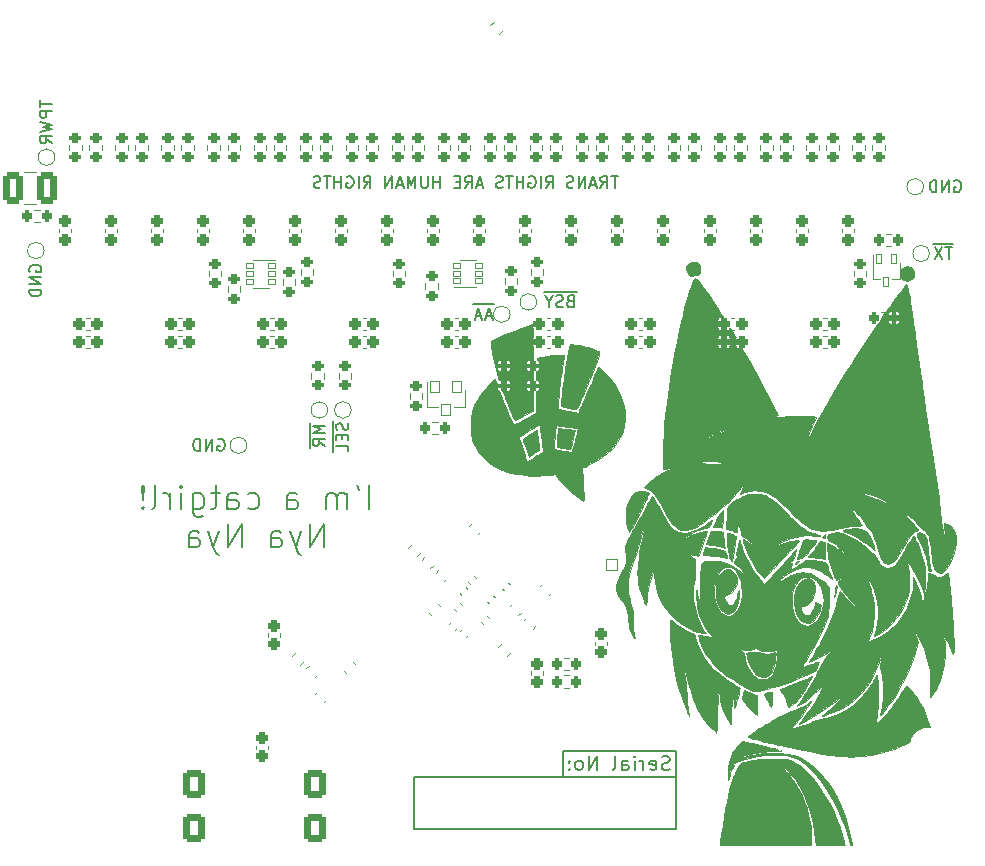
<source format=gbo>
G04 This is an RS-274x file exported by *
G04 gerbv version 2.7.0 *
G04 More information is available about gerbv at *
G04 http://gerbv.geda-project.org/ *
G04 --End of header info--*
%MOIN*%
%FSLAX36Y36*%
%IPPOS*%
G04 --Define apertures--*
%ADD10C,0.0059*%
%ADD11C,0.0063*%
%ADD12C,0.0047*%
%ADD13C,0.0004*%
%ADD14C,0.0039*%
%AMMACRO15*
4,1,4,0.007874,0.010827,-0.007874,0.010827,-0.007874,-0.010827,0.007874,-0.010827,0.007874,0.010827,0.000000*
1,1,0.019685,0.007874,0.010827*
1,1,0.019685,-0.007874,0.010827*
1,1,0.019685,-0.007874,-0.010827*
1,1,0.019685,0.007874,-0.010827*
20,1,0.019685,0.007874,0.010827,-0.007874,0.010827,0.000000*
20,1,0.019685,-0.007874,0.010827,-0.007874,-0.010827,0.000000*
20,1,0.019685,-0.007874,-0.010827,0.007874,-0.010827,0.000000*
20,1,0.019685,0.007874,-0.010827,0.007874,0.010827,0.000000*
%
%ADD15MACRO15*%
%AMMACRO16*
4,1,4,-0.007874,-0.010827,0.007874,-0.010827,0.007874,0.010827,-0.007874,0.010827,-0.007874,-0.010827,0.000000*
1,1,0.019685,-0.007874,-0.010827*
1,1,0.019685,0.007874,-0.010827*
1,1,0.019685,0.007874,0.010827*
1,1,0.019685,-0.007874,0.010827*
20,1,0.019685,-0.007874,-0.010827,0.007874,-0.010827,0.000000*
20,1,0.019685,0.007874,-0.010827,0.007874,0.010827,0.000000*
20,1,0.019685,0.007874,0.010827,-0.007874,0.010827,0.000000*
20,1,0.019685,-0.007874,0.010827,-0.007874,-0.010827,0.000000*
%
%ADD16MACRO16*%
%AMMACRO17*
4,1,4,-0.010827,0.007874,-0.010827,-0.007874,0.010827,-0.007874,0.010827,0.007874,-0.010827,0.007874,0.000000*
1,1,0.019685,-0.010827,0.007874*
1,1,0.019685,-0.010827,-0.007874*
1,1,0.019685,0.010827,-0.007874*
1,1,0.019685,0.010827,0.007874*
20,1,0.019685,-0.010827,0.007874,-0.010827,-0.007874,0.000000*
20,1,0.019685,-0.010827,-0.007874,0.010827,-0.007874,0.000000*
20,1,0.019685,0.010827,-0.007874,0.010827,0.007874,0.000000*
20,1,0.019685,0.010827,0.007874,-0.010827,0.007874,0.000000*
%
%ADD17MACRO17*%
%AMMACRO18*
4,1,4,-0.015748,0.017717,-0.015748,-0.017717,0.015748,-0.017717,0.015748,0.017717,-0.015748,0.017717,0.000000*
1,1,0.003937,-0.015748,0.017717*
1,1,0.003937,-0.015748,-0.017717*
1,1,0.003937,0.015748,-0.017717*
1,1,0.003937,0.015748,0.017717*
20,1,0.003937,-0.015748,0.017717,-0.015748,-0.017717,0.000000*
20,1,0.003937,-0.015748,-0.017717,0.015748,-0.017717,0.000000*
20,1,0.003937,0.015748,-0.017717,0.015748,0.017717,0.000000*
20,1,0.003937,0.015748,0.017717,-0.015748,0.017717,0.000000*
%
%ADD18MACRO18*%
%ADD19C,0.1870*%
%ADD20C,0.0669*%
%ADD21C,0.0433*%
%ADD22C,0.0512*%
%AMMACRO23*
4,1,4,-0.023622,-0.035433,0.023622,-0.035433,0.023622,0.035433,-0.023622,0.035433,-0.023622,-0.035433,0.000000*
1,1,0.023622,-0.023622,-0.035433*
1,1,0.023622,0.023622,-0.035433*
1,1,0.023622,0.023622,0.035433*
1,1,0.023622,-0.023622,0.035433*
20,1,0.023622,-0.023622,-0.035433,0.023622,-0.035433,0.000000*
20,1,0.023622,0.023622,-0.035433,0.023622,0.035433,0.000000*
20,1,0.023622,0.023622,0.035433,-0.023622,0.035433,0.000000*
20,1,0.023622,-0.023622,0.035433,-0.023622,-0.035433,0.000000*
%
%ADD23MACRO23*%
%ADD24C,0.1299*%
%AMMACRO25*
4,1,4,-0.019685,0.019685,-0.019685,-0.019685,0.019685,-0.019685,0.019685,0.019685,-0.019685,0.019685,0.000000*
1,1,0.003937,-0.019685,0.019685*
1,1,0.003937,-0.019685,-0.019685*
1,1,0.003937,0.019685,-0.019685*
1,1,0.003937,0.019685,0.019685*
20,1,0.003937,-0.019685,0.019685,-0.019685,-0.019685,0.000000*
20,1,0.003937,-0.019685,-0.019685,0.019685,-0.019685,0.000000*
20,1,0.003937,0.019685,-0.019685,0.019685,0.019685,0.000000*
20,1,0.003937,0.019685,0.019685,-0.019685,0.019685,0.000000*
%
%ADD25MACRO25*%
%ADD26O,0.0433X0.0433*%
%AMMACRO27*
4,1,4,-0.002088,0.013223,-0.013223,0.002088,0.002088,-0.013223,0.013223,-0.002088,-0.002088,0.013223,0.000000*
1,1,0.019685,-0.002088,0.013223*
1,1,0.019685,-0.013223,0.002088*
1,1,0.019685,0.002088,-0.013223*
1,1,0.019685,0.013223,-0.002088*
20,1,0.019685,-0.002088,0.013223,-0.013223,0.002088,0.000000*
20,1,0.019685,-0.013223,0.002088,0.002088,-0.013223,0.000000*
20,1,0.019685,0.002088,-0.013223,0.013223,-0.002088,0.000000*
20,1,0.019685,0.013223,-0.002088,-0.002088,0.013223,0.000000*
%
%ADD27MACRO27*%
%AMMACRO28*
4,1,4,0.008630,0.000835,0.000835,0.008630,-0.008630,-0.000835,-0.000835,-0.008630,0.008630,0.000835,0.000000*
1,1,0.014961,0.008630,0.000835*
1,1,0.014961,0.000835,0.008630*
1,1,0.014961,-0.008630,-0.000835*
1,1,0.014961,-0.000835,-0.008630*
20,1,0.014961,0.008630,0.000835,0.000835,0.008630,0.000000*
20,1,0.014961,0.000835,0.008630,-0.008630,-0.000835,0.000000*
20,1,0.014961,-0.008630,-0.000835,-0.000835,-0.008630,0.000000*
20,1,0.014961,-0.000835,-0.008630,0.008630,0.000835,0.000000*
%
%ADD28MACRO28*%
%AMMACRO29*
4,1,4,0.000835,-0.008630,0.008630,-0.000835,-0.000835,0.008630,-0.008630,0.000835,0.000835,-0.008630,0.000000*
1,1,0.014961,0.000835,-0.008630*
1,1,0.014961,0.008630,-0.000835*
1,1,0.014961,-0.000835,0.008630*
1,1,0.014961,-0.008630,0.000835*
20,1,0.014961,0.000835,-0.008630,0.008630,-0.000835,0.000000*
20,1,0.014961,0.008630,-0.000835,-0.000835,0.008630,0.000000*
20,1,0.014961,-0.000835,0.008630,-0.008630,0.000835,0.000000*
20,1,0.014961,-0.008630,0.000835,0.000835,-0.008630,0.000000*
%
%ADD29MACRO29*%
%AMMACRO30*
4,1,4,0.010827,-0.007874,0.010827,0.007874,-0.010827,0.007874,-0.010827,-0.007874,0.010827,-0.007874,0.000000*
1,1,0.019685,0.010827,-0.007874*
1,1,0.019685,0.010827,0.007874*
1,1,0.019685,-0.010827,0.007874*
1,1,0.019685,-0.010827,-0.007874*
20,1,0.019685,0.010827,-0.007874,0.010827,0.007874,0.000000*
20,1,0.019685,0.010827,0.007874,-0.010827,0.007874,0.000000*
20,1,0.019685,-0.010827,0.007874,-0.010827,-0.007874,0.000000*
20,1,0.019685,-0.010827,-0.007874,0.010827,-0.007874,0.000000*
%
%ADD30MACRO30*%
%AMMACRO31*
4,1,4,0.000696,-0.013223,0.013223,-0.000696,-0.000696,0.013223,-0.013223,0.000696,0.000696,-0.013223,0.000000*
1,1,0.021654,0.000696,-0.013223*
1,1,0.021654,0.013223,-0.000696*
1,1,0.021654,-0.000696,0.013223*
1,1,0.021654,-0.013223,0.000696*
20,1,0.021654,0.000696,-0.013223,0.013223,-0.000696,0.000000*
20,1,0.021654,0.013223,-0.000696,-0.000696,0.013223,0.000000*
20,1,0.021654,-0.000696,0.013223,-0.013223,0.000696,0.000000*
20,1,0.021654,-0.013223,0.000696,0.000696,-0.013223,0.000000*
%
%ADD31MACRO31*%
%AMMACRO32*
4,1,4,-0.000696,0.013223,-0.013223,0.000696,0.000696,-0.013223,0.013223,-0.000696,-0.000696,0.013223,0.000000*
1,1,0.021654,-0.000696,0.013223*
1,1,0.021654,-0.013223,0.000696*
1,1,0.021654,0.000696,-0.013223*
1,1,0.021654,0.013223,-0.000696*
20,1,0.021654,-0.000696,0.013223,-0.013223,0.000696,0.000000*
20,1,0.021654,-0.013223,0.000696,0.000696,-0.013223,0.000000*
20,1,0.021654,0.000696,-0.013223,0.013223,-0.000696,0.000000*
20,1,0.021654,0.013223,-0.000696,-0.000696,0.013223,0.000000*
%
%ADD32MACRO32*%
%AMMACRO33*
4,1,4,0.013223,0.000696,0.000696,0.013223,-0.013223,-0.000696,-0.000696,-0.013223,0.013223,0.000696,0.000000*
1,1,0.021654,0.013223,0.000696*
1,1,0.021654,0.000696,0.013223*
1,1,0.021654,-0.013223,-0.000696*
1,1,0.021654,-0.000696,-0.013223*
20,1,0.021654,0.013223,0.000696,0.000696,0.013223,0.000000*
20,1,0.021654,0.000696,0.013223,-0.013223,-0.000696,0.000000*
20,1,0.021654,-0.013223,-0.000696,-0.000696,-0.013223,0.000000*
20,1,0.021654,-0.000696,-0.013223,0.013223,0.000696,0.000000*
%
%ADD33MACRO33*%
%AMMACRO34*
4,1,4,-0.009843,0.008858,-0.009843,-0.008858,0.009843,-0.008858,0.009843,0.008858,-0.009843,0.008858,0.000000*
1,1,0.021654,-0.009843,0.008858*
1,1,0.021654,-0.009843,-0.008858*
1,1,0.021654,0.009843,-0.008858*
1,1,0.021654,0.009843,0.008858*
20,1,0.021654,-0.009843,0.008858,-0.009843,-0.008858,0.000000*
20,1,0.021654,-0.009843,-0.008858,0.009843,-0.008858,0.000000*
20,1,0.021654,0.009843,-0.008858,0.009843,0.008858,0.000000*
20,1,0.021654,0.009843,0.008858,-0.009843,0.008858,0.000000*
%
%ADD34MACRO34*%
%AMMACRO35*
4,1,4,0.009843,-0.008858,0.009843,0.008858,-0.009843,0.008858,-0.009843,-0.008858,0.009843,-0.008858,0.000000*
1,1,0.021654,0.009843,-0.008858*
1,1,0.021654,0.009843,0.008858*
1,1,0.021654,-0.009843,0.008858*
1,1,0.021654,-0.009843,-0.008858*
20,1,0.021654,0.009843,-0.008858,0.009843,0.008858,0.000000*
20,1,0.021654,0.009843,0.008858,-0.009843,0.008858,0.000000*
20,1,0.021654,-0.009843,0.008858,-0.009843,-0.008858,0.000000*
20,1,0.021654,-0.009843,-0.008858,0.009843,-0.008858,0.000000*
%
%ADD35MACRO35*%
%AMMACRO36*
4,1,4,0.021654,0.040354,-0.021654,0.040354,-0.021654,-0.040354,0.021654,-0.040354,0.021654,0.040354,0.000000*
1,1,0.023622,0.021654,0.040354*
1,1,0.023622,-0.021654,0.040354*
1,1,0.023622,-0.021654,-0.040354*
1,1,0.023622,0.021654,-0.040354*
20,1,0.023622,0.021654,0.040354,-0.021654,0.040354,0.000000*
20,1,0.023622,-0.021654,0.040354,-0.021654,-0.040354,0.000000*
20,1,0.023622,-0.021654,-0.040354,0.021654,-0.040354,0.000000*
20,1,0.023622,0.021654,-0.040354,0.021654,0.040354,0.000000*
%
%ADD36MACRO36*%
%ADD37C,0.0591*%
%AMMACRO38*
4,1,4,0.008858,0.009843,-0.008858,0.009843,-0.008858,-0.009843,0.008858,-0.009843,0.008858,0.009843,0.000000*
1,1,0.021654,0.008858,0.009843*
1,1,0.021654,-0.008858,0.009843*
1,1,0.021654,-0.008858,-0.009843*
1,1,0.021654,0.008858,-0.009843*
20,1,0.021654,0.008858,0.009843,-0.008858,0.009843,0.000000*
20,1,0.021654,-0.008858,0.009843,-0.008858,-0.009843,0.000000*
20,1,0.021654,-0.008858,-0.009843,0.008858,-0.009843,0.000000*
20,1,0.021654,0.008858,-0.009843,0.008858,0.009843,0.000000*
%
%ADD38MACRO38*%
%AMMACRO39*
4,1,4,-0.008858,-0.009843,0.008858,-0.009843,0.008858,0.009843,-0.008858,0.009843,-0.008858,-0.009843,0.000000*
1,1,0.021654,-0.008858,-0.009843*
1,1,0.021654,0.008858,-0.009843*
1,1,0.021654,0.008858,0.009843*
1,1,0.021654,-0.008858,0.009843*
20,1,0.021654,-0.008858,-0.009843,0.008858,-0.009843,0.000000*
20,1,0.021654,0.008858,-0.009843,0.008858,0.009843,0.000000*
20,1,0.021654,0.008858,0.009843,-0.008858,0.009843,0.000000*
20,1,0.021654,-0.008858,0.009843,-0.008858,-0.009843,0.000000*
%
%ADD39MACRO39*%
%AMMACRO40*
4,1,4,0.002088,-0.013223,0.013223,-0.002088,-0.002088,0.013223,-0.013223,0.002088,0.002088,-0.013223,0.000000*
1,1,0.019685,0.002088,-0.013223*
1,1,0.019685,0.013223,-0.002088*
1,1,0.019685,-0.002088,0.013223*
1,1,0.019685,-0.013223,0.002088*
20,1,0.019685,0.002088,-0.013223,0.013223,-0.002088,0.000000*
20,1,0.019685,0.013223,-0.002088,-0.002088,0.013223,0.000000*
20,1,0.019685,-0.002088,0.013223,-0.013223,0.002088,0.000000*
20,1,0.019685,-0.013223,0.002088,0.002088,-0.013223,0.000000*
%
%ADD40MACRO40*%
%AMMACRO41*
4,1,4,0.012795,0.007874,-0.012795,0.007874,-0.012795,-0.007874,0.012795,-0.007874,0.012795,0.007874,0.000000*
1,1,0.003937,0.012795,0.007874*
1,1,0.003937,-0.012795,0.007874*
1,1,0.003937,-0.012795,-0.007874*
1,1,0.003937,0.012795,-0.007874*
20,1,0.003937,0.012795,0.007874,-0.012795,0.007874,0.000000*
20,1,0.003937,-0.012795,0.007874,-0.012795,-0.007874,0.000000*
20,1,0.003937,-0.012795,-0.007874,0.012795,-0.007874,0.000000*
20,1,0.003937,0.012795,-0.007874,0.012795,0.007874,0.000000*
%
%ADD41MACRO41*%
%AMMACRO42*
4,1,4,-0.008858,-0.013780,0.008858,-0.013780,0.008858,0.013780,-0.008858,0.013780,-0.008858,-0.013780,0.000000*
1,1,0.003937,-0.008858,-0.013780*
1,1,0.003937,0.008858,-0.013780*
1,1,0.003937,0.008858,0.013780*
1,1,0.003937,-0.008858,0.013780*
20,1,0.003937,-0.008858,-0.013780,0.008858,-0.013780,0.000000*
20,1,0.003937,0.008858,-0.013780,0.008858,0.013780,0.000000*
20,1,0.003937,0.008858,0.013780,-0.008858,0.013780,0.000000*
20,1,0.003937,-0.008858,0.013780,-0.008858,-0.013780,0.000000*
%
%ADD42MACRO42*%
%AMMACRO43*
4,1,4,-0.012795,-0.007874,0.012795,-0.007874,0.012795,0.007874,-0.012795,0.007874,-0.012795,-0.007874,0.000000*
1,1,0.003937,-0.012795,-0.007874*
1,1,0.003937,0.012795,-0.007874*
1,1,0.003937,0.012795,0.007874*
1,1,0.003937,-0.012795,0.007874*
20,1,0.003937,-0.012795,-0.007874,0.012795,-0.007874,0.000000*
20,1,0.003937,0.012795,-0.007874,0.012795,0.007874,0.000000*
20,1,0.003937,0.012795,0.007874,-0.012795,0.007874,0.000000*
20,1,0.003937,-0.012795,0.007874,-0.012795,-0.007874,0.000000*
%
%ADD43MACRO43*%
G04 --Start main section--*
G54D10*
G01X1343363Y1126191D02*
G01X1343363Y1204931D01*
G01X1302118Y1204931D02*
G01X1309618Y1189933D01*
G01X1268373Y1126191D02*
G01X1268373Y1178684D01*
G01X1268373Y1171185D02*
G01X1264623Y1174934D01*
G01X1264623Y1174934D02*
G01X1257124Y1178684D01*
G01X1257124Y1178684D02*
G01X1245876Y1178684D01*
G01X1245876Y1178684D02*
G01X1238376Y1174934D01*
G01X1238376Y1174934D02*
G01X1234627Y1167435D01*
G01X1234627Y1167435D02*
G01X1234627Y1126191D01*
G01X1234627Y1167435D02*
G01X1230877Y1174934D01*
G01X1230877Y1174934D02*
G01X1223378Y1178684D01*
G01X1223378Y1178684D02*
G01X1212130Y1178684D01*
G01X1212130Y1178684D02*
G01X1204631Y1174934D01*
G01X1204631Y1174934D02*
G01X1200881Y1167435D01*
G01X1200881Y1167435D02*
G01X1200881Y1126191D01*
G01X1069648Y1126191D02*
G01X1069648Y1167435D01*
G01X1069648Y1167435D02*
G01X1073397Y1174934D01*
G01X1073397Y1174934D02*
G01X1080896Y1178684D01*
G01X1080896Y1178684D02*
G01X1095894Y1178684D01*
G01X1095894Y1178684D02*
G01X1103393Y1174934D01*
G01X1069648Y1129940D02*
G01X1077147Y1126191D01*
G01X1077147Y1126191D02*
G01X1095894Y1126191D01*
G01X1095894Y1126191D02*
G01X1103393Y1129940D01*
G01X1103393Y1129940D02*
G01X1107143Y1137439D01*
G01X1107143Y1137439D02*
G01X1107143Y1144938D01*
G01X1107143Y1144938D02*
G01X1103393Y1152437D01*
G01X1103393Y1152437D02*
G01X1095894Y1156187D01*
G01X1095894Y1156187D02*
G01X1077147Y1156187D01*
G01X1077147Y1156187D02*
G01X1069648Y1159936D01*
G01X0938414Y1129940D02*
G01X0945913Y1126191D01*
G01X0945913Y1126191D02*
G01X0960911Y1126191D01*
G01X0960911Y1126191D02*
G01X0968410Y1129940D01*
G01X0968410Y1129940D02*
G01X0972160Y1133690D01*
G01X0972160Y1133690D02*
G01X0975909Y1141189D01*
G01X0975909Y1141189D02*
G01X0975909Y1163686D01*
G01X0975909Y1163686D02*
G01X0972160Y1171185D01*
G01X0972160Y1171185D02*
G01X0968410Y1174934D01*
G01X0968410Y1174934D02*
G01X0960911Y1178684D01*
G01X0960911Y1178684D02*
G01X0945913Y1178684D01*
G01X0945913Y1178684D02*
G01X0938414Y1174934D01*
G01X0870922Y1126191D02*
G01X0870922Y1167435D01*
G01X0870922Y1167435D02*
G01X0874672Y1174934D01*
G01X0874672Y1174934D02*
G01X0882171Y1178684D01*
G01X0882171Y1178684D02*
G01X0897169Y1178684D01*
G01X0897169Y1178684D02*
G01X0904668Y1174934D01*
G01X0870922Y1129940D02*
G01X0878421Y1126191D01*
G01X0878421Y1126191D02*
G01X0897169Y1126191D01*
G01X0897169Y1126191D02*
G01X0904668Y1129940D01*
G01X0904668Y1129940D02*
G01X0908418Y1137439D01*
G01X0908418Y1137439D02*
G01X0908418Y1144938D01*
G01X0908418Y1144938D02*
G01X0904668Y1152437D01*
G01X0904668Y1152437D02*
G01X0897169Y1156187D01*
G01X0897169Y1156187D02*
G01X0878421Y1156187D01*
G01X0878421Y1156187D02*
G01X0870922Y1159936D01*
G01X0844676Y1178684D02*
G01X0814679Y1178684D01*
G01X0833427Y1204931D02*
G01X0833427Y1137439D01*
G01X0833427Y1137439D02*
G01X0829678Y1129940D01*
G01X0829678Y1129940D02*
G01X0822178Y1126191D01*
G01X0822178Y1126191D02*
G01X0814679Y1126191D01*
G01X0754687Y1178684D02*
G01X0754687Y1114942D01*
G01X0754687Y1114942D02*
G01X0758436Y1107443D01*
G01X0758436Y1107443D02*
G01X0762186Y1103693D01*
G01X0762186Y1103693D02*
G01X0769685Y1099944D01*
G01X0769685Y1099944D02*
G01X0780934Y1099944D01*
G01X0780934Y1099944D02*
G01X0788433Y1103693D01*
G01X0754687Y1129940D02*
G01X0762186Y1126191D01*
G01X0762186Y1126191D02*
G01X0777184Y1126191D01*
G01X0777184Y1126191D02*
G01X0784683Y1129940D01*
G01X0784683Y1129940D02*
G01X0788433Y1133690D01*
G01X0788433Y1133690D02*
G01X0792182Y1141189D01*
G01X0792182Y1141189D02*
G01X0792182Y1163686D01*
G01X0792182Y1163686D02*
G01X0788433Y1171185D01*
G01X0788433Y1171185D02*
G01X0784683Y1174934D01*
G01X0784683Y1174934D02*
G01X0777184Y1178684D01*
G01X0777184Y1178684D02*
G01X0762186Y1178684D01*
G01X0762186Y1178684D02*
G01X0754687Y1174934D01*
G01X0717192Y1126191D02*
G01X0717192Y1178684D01*
G01X0717192Y1204931D02*
G01X0720941Y1201181D01*
G01X0720941Y1201181D02*
G01X0717192Y1197432D01*
G01X0717192Y1197432D02*
G01X0713442Y1201181D01*
G01X0713442Y1201181D02*
G01X0717192Y1204931D01*
G01X0717192Y1204931D02*
G01X0717192Y1197432D01*
G01X0679696Y1126191D02*
G01X0679696Y1178684D01*
G01X0679696Y1163686D02*
G01X0675947Y1171185D01*
G01X0675947Y1171185D02*
G01X0672197Y1174934D01*
G01X0672197Y1174934D02*
G01X0664698Y1178684D01*
G01X0664698Y1178684D02*
G01X0657199Y1178684D01*
G01X0619704Y1126191D02*
G01X0627203Y1129940D01*
G01X0627203Y1129940D02*
G01X0630952Y1137439D01*
G01X0630952Y1137439D02*
G01X0630952Y1204931D01*
G01X0589708Y1133690D02*
G01X0585958Y1129940D01*
G01X0585958Y1129940D02*
G01X0589708Y1126191D01*
G01X0589708Y1126191D02*
G01X0593457Y1129940D01*
G01X0593457Y1129940D02*
G01X0589708Y1133690D01*
G01X0589708Y1133690D02*
G01X0589708Y1126191D01*
G01X0589708Y1156187D02*
G01X0593457Y1201181D01*
G01X0593457Y1201181D02*
G01X0589708Y1204931D01*
G01X0589708Y1204931D02*
G01X0585958Y1201181D01*
G01X0585958Y1201181D02*
G01X0589708Y1156187D01*
G01X0589708Y1156187D02*
G01X0589708Y1204931D01*
G01X1191507Y0999419D02*
G01X1191507Y1078159D01*
G01X1191507Y1078159D02*
G01X1146513Y0999419D01*
G01X1146513Y0999419D02*
G01X1146513Y1078159D01*
G01X1116517Y1051912D02*
G01X1097769Y0999419D01*
G01X1079021Y1051912D02*
G01X1097769Y0999419D01*
G01X1097769Y0999419D02*
G01X1105268Y0980671D01*
G01X1105268Y0980671D02*
G01X1109018Y0976922D01*
G01X1109018Y0976922D02*
G01X1116517Y0973172D01*
G01X1015279Y0999419D02*
G01X1015279Y1040664D01*
G01X1015279Y1040664D02*
G01X1019029Y1048163D01*
G01X1019029Y1048163D02*
G01X1026528Y1051912D01*
G01X1026528Y1051912D02*
G01X1041526Y1051912D01*
G01X1041526Y1051912D02*
G01X1049025Y1048163D01*
G01X1015279Y1003168D02*
G01X1022778Y0999419D01*
G01X1022778Y0999419D02*
G01X1041526Y0999419D01*
G01X1041526Y0999419D02*
G01X1049025Y1003168D01*
G01X1049025Y1003168D02*
G01X1052775Y1010667D01*
G01X1052775Y1010667D02*
G01X1052775Y1018166D01*
G01X1052775Y1018166D02*
G01X1049025Y1025666D01*
G01X1049025Y1025666D02*
G01X1041526Y1029415D01*
G01X1041526Y1029415D02*
G01X1022778Y1029415D01*
G01X1022778Y1029415D02*
G01X1015279Y1033165D01*
G01X0917791Y0999419D02*
G01X0917791Y1078159D01*
G01X0917791Y1078159D02*
G01X0872797Y0999419D01*
G01X0872797Y0999419D02*
G01X0872797Y1078159D01*
G01X0842801Y1051912D02*
G01X0824053Y0999419D01*
G01X0805306Y1051912D02*
G01X0824053Y0999419D01*
G01X0824053Y0999419D02*
G01X0831552Y0980671D01*
G01X0831552Y0980671D02*
G01X0835302Y0976922D01*
G01X0835302Y0976922D02*
G01X0842801Y0973172D01*
G01X0741564Y0999419D02*
G01X0741564Y1040664D01*
G01X0741564Y1040664D02*
G01X0745313Y1048163D01*
G01X0745313Y1048163D02*
G01X0752812Y1051912D01*
G01X0752812Y1051912D02*
G01X0767810Y1051912D01*
G01X0767810Y1051912D02*
G01X0775309Y1048163D01*
G01X0741564Y1003168D02*
G01X0749063Y0999419D01*
G01X0749063Y0999419D02*
G01X0767810Y0999419D01*
G01X0767810Y0999419D02*
G01X0775309Y1003168D01*
G01X0775309Y1003168D02*
G01X0779059Y1010667D01*
G01X0779059Y1010667D02*
G01X0779059Y1018166D01*
G01X0779059Y1018166D02*
G01X0775309Y1025666D01*
G01X0775309Y1025666D02*
G01X0767810Y1029415D01*
G01X0767810Y1029415D02*
G01X0749063Y1029415D01*
G01X0749063Y1029415D02*
G01X0741564Y1033165D01*
G54D11*
G01X2345174Y0258436D02*
G01X2338425Y0256187D01*
G01X2338425Y0256187D02*
G01X2327177Y0256187D01*
G01X2327177Y0256187D02*
G01X2322677Y0258436D01*
G01X2322677Y0258436D02*
G01X2320427Y0260686D01*
G01X2320427Y0260686D02*
G01X2318178Y0265186D01*
G01X2318178Y0265186D02*
G01X2318178Y0269685D01*
G01X2318178Y0269685D02*
G01X2320427Y0274184D01*
G01X2320427Y0274184D02*
G01X2322677Y0276434D01*
G01X2322677Y0276434D02*
G01X2327177Y0278684D01*
G01X2327177Y0278684D02*
G01X2336175Y0280934D01*
G01X2336175Y0280934D02*
G01X2340675Y0283183D01*
G01X2340675Y0283183D02*
G01X2342925Y0285433D01*
G01X2342925Y0285433D02*
G01X2345174Y0289933D01*
G01X2345174Y0289933D02*
G01X2345174Y0294432D01*
G01X2345174Y0294432D02*
G01X2342925Y0298931D01*
G01X2342925Y0298931D02*
G01X2340675Y0301181D01*
G01X2340675Y0301181D02*
G01X2336175Y0303431D01*
G01X2336175Y0303431D02*
G01X2324927Y0303431D01*
G01X2324927Y0303431D02*
G01X2318178Y0301181D01*
G01X2279932Y0258436D02*
G01X2284432Y0256187D01*
G01X2284432Y0256187D02*
G01X2293431Y0256187D01*
G01X2293431Y0256187D02*
G01X2297930Y0258436D01*
G01X2297930Y0258436D02*
G01X2300180Y0262936D01*
G01X2300180Y0262936D02*
G01X2300180Y0280934D01*
G01X2300180Y0280934D02*
G01X2297930Y0285433D01*
G01X2297930Y0285433D02*
G01X2293431Y0287683D01*
G01X2293431Y0287683D02*
G01X2284432Y0287683D01*
G01X2284432Y0287683D02*
G01X2279932Y0285433D01*
G01X2279932Y0285433D02*
G01X2277683Y0280934D01*
G01X2277683Y0280934D02*
G01X2277683Y0276434D01*
G01X2277683Y0276434D02*
G01X2300180Y0271935D01*
G01X2257435Y0256187D02*
G01X2257435Y0287683D01*
G01X2257435Y0278684D02*
G01X2255186Y0283183D01*
G01X2255186Y0283183D02*
G01X2252936Y0285433D01*
G01X2252936Y0285433D02*
G01X2248436Y0287683D01*
G01X2248436Y0287683D02*
G01X2243937Y0287683D01*
G01X2228189Y0256187D02*
G01X2228189Y0287683D01*
G01X2228189Y0303431D02*
G01X2230439Y0301181D01*
G01X2230439Y0301181D02*
G01X2228189Y0298931D01*
G01X2228189Y0298931D02*
G01X2225939Y0301181D01*
G01X2225939Y0301181D02*
G01X2228189Y0303431D01*
G01X2228189Y0303431D02*
G01X2228189Y0298931D01*
G01X2185444Y0256187D02*
G01X2185444Y0280934D01*
G01X2185444Y0280934D02*
G01X2187694Y0285433D01*
G01X2187694Y0285433D02*
G01X2192193Y0287683D01*
G01X2192193Y0287683D02*
G01X2201192Y0287683D01*
G01X2201192Y0287683D02*
G01X2205692Y0285433D01*
G01X2185444Y0258436D02*
G01X2189944Y0256187D01*
G01X2189944Y0256187D02*
G01X2201192Y0256187D01*
G01X2201192Y0256187D02*
G01X2205692Y0258436D01*
G01X2205692Y0258436D02*
G01X2207941Y0262936D01*
G01X2207941Y0262936D02*
G01X2207941Y0267435D01*
G01X2207941Y0267435D02*
G01X2205692Y0271935D01*
G01X2205692Y0271935D02*
G01X2201192Y0274184D01*
G01X2201192Y0274184D02*
G01X2189944Y0274184D01*
G01X2189944Y0274184D02*
G01X2185444Y0276434D01*
G01X2156198Y0256187D02*
G01X2160697Y0258436D01*
G01X2160697Y0258436D02*
G01X2162947Y0262936D01*
G01X2162947Y0262936D02*
G01X2162947Y0303431D01*
G01X2102205Y0256187D02*
G01X2102205Y0303431D01*
G01X2102205Y0303431D02*
G01X2075208Y0256187D01*
G01X2075208Y0256187D02*
G01X2075208Y0303431D01*
G01X2045962Y0256187D02*
G01X2050461Y0258436D01*
G01X2050461Y0258436D02*
G01X2052711Y0260686D01*
G01X2052711Y0260686D02*
G01X2054961Y0265186D01*
G01X2054961Y0265186D02*
G01X2054961Y0278684D01*
G01X2054961Y0278684D02*
G01X2052711Y0283183D01*
G01X2052711Y0283183D02*
G01X2050461Y0285433D01*
G01X2050461Y0285433D02*
G01X2045962Y0287683D01*
G01X2045962Y0287683D02*
G01X2039213Y0287683D01*
G01X2039213Y0287683D02*
G01X2034713Y0285433D01*
G01X2034713Y0285433D02*
G01X2032463Y0283183D01*
G01X2032463Y0283183D02*
G01X2030214Y0278684D01*
G01X2030214Y0278684D02*
G01X2030214Y0265186D01*
G01X2030214Y0265186D02*
G01X2032463Y0260686D01*
G01X2032463Y0260686D02*
G01X2034713Y0258436D01*
G01X2034713Y0258436D02*
G01X2039213Y0256187D01*
G01X2039213Y0256187D02*
G01X2045962Y0256187D01*
G01X2009966Y0260686D02*
G01X2007717Y0258436D01*
G01X2007717Y0258436D02*
G01X2009966Y0256187D01*
G01X2009966Y0256187D02*
G01X2012216Y0258436D01*
G01X2012216Y0258436D02*
G01X2009966Y0260686D01*
G01X2009966Y0260686D02*
G01X2009966Y0256187D01*
G01X2009966Y0285433D02*
G01X2007717Y0283183D01*
G01X2007717Y0283183D02*
G01X2009966Y0280934D01*
G01X2009966Y0280934D02*
G01X2012216Y0283183D01*
G01X2012216Y0283183D02*
G01X2009966Y0285433D01*
G01X2009966Y0285433D02*
G01X2009966Y0280934D01*
G54D10*
G01X2366142Y0320866D02*
G01X1988189Y0320866D01*
G01X1988189Y0234252D02*
G01X1988189Y0320866D01*
G01X2366142Y0320866D02*
G01X2366142Y0234252D01*
G01X1492126Y0234252D02*
G01X2366142Y0234252D01*
G01X2366142Y0234252D02*
G01X2366142Y0061024D01*
G01X2366142Y0061024D02*
G01X1492126Y0061024D01*
G01X1492126Y0061024D02*
G01X1492126Y0234252D01*
G01X2172385Y2236127D02*
G01X2149887Y2236127D01*
G01X2161136Y2196757D02*
G01X2161136Y2236127D01*
G01X2114267Y2196757D02*
G01X2127390Y2215504D01*
G01X2136764Y2196757D02*
G01X2136764Y2236127D01*
G01X2136764Y2236127D02*
G01X2121766Y2236127D01*
G01X2121766Y2236127D02*
G01X2118016Y2234252D01*
G01X2118016Y2234252D02*
G01X2116142Y2232377D01*
G01X2116142Y2232377D02*
G01X2114267Y2228628D01*
G01X2114267Y2228628D02*
G01X2114267Y2223003D01*
G01X2114267Y2223003D02*
G01X2116142Y2219254D01*
G01X2116142Y2219254D02*
G01X2118016Y2217379D01*
G01X2118016Y2217379D02*
G01X2121766Y2215504D01*
G01X2121766Y2215504D02*
G01X2136764Y2215504D01*
G01X2099269Y2208005D02*
G01X2080521Y2208005D01*
G01X2103018Y2196757D02*
G01X2089895Y2236127D01*
G01X2089895Y2236127D02*
G01X2076772Y2196757D01*
G01X2063648Y2196757D02*
G01X2063648Y2236127D01*
G01X2063648Y2236127D02*
G01X2041151Y2196757D01*
G01X2041151Y2196757D02*
G01X2041151Y2236127D01*
G01X2024278Y2198631D02*
G01X2018654Y2196757D01*
G01X2018654Y2196757D02*
G01X2009280Y2196757D01*
G01X2009280Y2196757D02*
G01X2005531Y2198631D01*
G01X2005531Y2198631D02*
G01X2003656Y2200506D01*
G01X2003656Y2200506D02*
G01X2001781Y2204256D01*
G01X2001781Y2204256D02*
G01X2001781Y2208005D01*
G01X2001781Y2208005D02*
G01X2003656Y2211755D01*
G01X2003656Y2211755D02*
G01X2005531Y2213630D01*
G01X2005531Y2213630D02*
G01X2009280Y2215504D01*
G01X2009280Y2215504D02*
G01X2016779Y2217379D01*
G01X2016779Y2217379D02*
G01X2020529Y2219254D01*
G01X2020529Y2219254D02*
G01X2022403Y2221129D01*
G01X2022403Y2221129D02*
G01X2024278Y2224878D01*
G01X2024278Y2224878D02*
G01X2024278Y2228628D01*
G01X2024278Y2228628D02*
G01X2022403Y2232377D01*
G01X2022403Y2232377D02*
G01X2020529Y2234252D01*
G01X2020529Y2234252D02*
G01X2016779Y2236127D01*
G01X2016779Y2236127D02*
G01X2007405Y2236127D01*
G01X2007405Y2236127D02*
G01X2001781Y2234252D01*
G01X1932415Y2196757D02*
G01X1945538Y2215504D01*
G01X1954912Y2196757D02*
G01X1954912Y2236127D01*
G01X1954912Y2236127D02*
G01X1939914Y2236127D01*
G01X1939914Y2236127D02*
G01X1936164Y2234252D01*
G01X1936164Y2234252D02*
G01X1934289Y2232377D01*
G01X1934289Y2232377D02*
G01X1932415Y2228628D01*
G01X1932415Y2228628D02*
G01X1932415Y2223003D01*
G01X1932415Y2223003D02*
G01X1934289Y2219254D01*
G01X1934289Y2219254D02*
G01X1936164Y2217379D01*
G01X1936164Y2217379D02*
G01X1939914Y2215504D01*
G01X1939914Y2215504D02*
G01X1954912Y2215504D01*
G01X1915542Y2196757D02*
G01X1915542Y2236127D01*
G01X1876172Y2234252D02*
G01X1879921Y2236127D01*
G01X1879921Y2236127D02*
G01X1885546Y2236127D01*
G01X1885546Y2236127D02*
G01X1891170Y2234252D01*
G01X1891170Y2234252D02*
G01X1894919Y2230502D01*
G01X1894919Y2230502D02*
G01X1896794Y2226753D01*
G01X1896794Y2226753D02*
G01X1898669Y2219254D01*
G01X1898669Y2219254D02*
G01X1898669Y2213630D01*
G01X1898669Y2213630D02*
G01X1896794Y2206131D01*
G01X1896794Y2206131D02*
G01X1894919Y2202381D01*
G01X1894919Y2202381D02*
G01X1891170Y2198631D01*
G01X1891170Y2198631D02*
G01X1885546Y2196757D01*
G01X1885546Y2196757D02*
G01X1881796Y2196757D01*
G01X1881796Y2196757D02*
G01X1876172Y2198631D01*
G01X1876172Y2198631D02*
G01X1874297Y2200506D01*
G01X1874297Y2200506D02*
G01X1874297Y2213630D01*
G01X1874297Y2213630D02*
G01X1881796Y2213630D01*
G01X1857424Y2196757D02*
G01X1857424Y2236127D01*
G01X1857424Y2217379D02*
G01X1834927Y2217379D01*
G01X1834927Y2196757D02*
G01X1834927Y2236127D01*
G01X1821804Y2236127D02*
G01X1799306Y2236127D01*
G01X1810555Y2196757D02*
G01X1810555Y2236127D01*
G01X1788058Y2198631D02*
G01X1782433Y2196757D01*
G01X1782433Y2196757D02*
G01X1773060Y2196757D01*
G01X1773060Y2196757D02*
G01X1769310Y2198631D01*
G01X1769310Y2198631D02*
G01X1767435Y2200506D01*
G01X1767435Y2200506D02*
G01X1765561Y2204256D01*
G01X1765561Y2204256D02*
G01X1765561Y2208005D01*
G01X1765561Y2208005D02*
G01X1767435Y2211755D01*
G01X1767435Y2211755D02*
G01X1769310Y2213630D01*
G01X1769310Y2213630D02*
G01X1773060Y2215504D01*
G01X1773060Y2215504D02*
G01X1780559Y2217379D01*
G01X1780559Y2217379D02*
G01X1784308Y2219254D01*
G01X1784308Y2219254D02*
G01X1786183Y2221129D01*
G01X1786183Y2221129D02*
G01X1788058Y2224878D01*
G01X1788058Y2224878D02*
G01X1788058Y2228628D01*
G01X1788058Y2228628D02*
G01X1786183Y2232377D01*
G01X1786183Y2232377D02*
G01X1784308Y2234252D01*
G01X1784308Y2234252D02*
G01X1780559Y2236127D01*
G01X1780559Y2236127D02*
G01X1771185Y2236127D01*
G01X1771185Y2236127D02*
G01X1765561Y2234252D01*
G01X1720566Y2208005D02*
G01X1701819Y2208005D01*
G01X1724316Y2196757D02*
G01X1711192Y2236127D01*
G01X1711192Y2236127D02*
G01X1698069Y2196757D01*
G01X1662448Y2196757D02*
G01X1675572Y2215504D01*
G01X1684946Y2196757D02*
G01X1684946Y2236127D01*
G01X1684946Y2236127D02*
G01X1669947Y2236127D01*
G01X1669947Y2236127D02*
G01X1666198Y2234252D01*
G01X1666198Y2234252D02*
G01X1664323Y2232377D01*
G01X1664323Y2232377D02*
G01X1662448Y2228628D01*
G01X1662448Y2228628D02*
G01X1662448Y2223003D01*
G01X1662448Y2223003D02*
G01X1664323Y2219254D01*
G01X1664323Y2219254D02*
G01X1666198Y2217379D01*
G01X1666198Y2217379D02*
G01X1669947Y2215504D01*
G01X1669947Y2215504D02*
G01X1684946Y2215504D01*
G01X1645576Y2217379D02*
G01X1632452Y2217379D01*
G01X1626828Y2196757D02*
G01X1645576Y2196757D01*
G01X1645576Y2196757D02*
G01X1645576Y2236127D01*
G01X1645576Y2236127D02*
G01X1626828Y2236127D01*
G01X1579959Y2196757D02*
G01X1579959Y2236127D01*
G01X1579959Y2217379D02*
G01X1557462Y2217379D01*
G01X1557462Y2196757D02*
G01X1557462Y2236127D01*
G01X1538714Y2236127D02*
G01X1538714Y2204256D01*
G01X1538714Y2204256D02*
G01X1536839Y2200506D01*
G01X1536839Y2200506D02*
G01X1534964Y2198631D01*
G01X1534964Y2198631D02*
G01X1531215Y2196757D01*
G01X1531215Y2196757D02*
G01X1523716Y2196757D01*
G01X1523716Y2196757D02*
G01X1519966Y2198631D01*
G01X1519966Y2198631D02*
G01X1518091Y2200506D01*
G01X1518091Y2200506D02*
G01X1516217Y2204256D01*
G01X1516217Y2204256D02*
G01X1516217Y2236127D01*
G01X1497469Y2196757D02*
G01X1497469Y2236127D01*
G01X1497469Y2236127D02*
G01X1484346Y2208005D01*
G01X1484346Y2208005D02*
G01X1471222Y2236127D01*
G01X1471222Y2236127D02*
G01X1471222Y2196757D01*
G01X1454349Y2208005D02*
G01X1435602Y2208005D01*
G01X1458099Y2196757D02*
G01X1444976Y2236127D01*
G01X1444976Y2236127D02*
G01X1431852Y2196757D01*
G01X1418729Y2196757D02*
G01X1418729Y2236127D01*
G01X1418729Y2236127D02*
G01X1396232Y2196757D01*
G01X1396232Y2196757D02*
G01X1396232Y2236127D01*
G01X1324991Y2196757D02*
G01X1338114Y2215504D01*
G01X1347488Y2196757D02*
G01X1347488Y2236127D01*
G01X1347488Y2236127D02*
G01X1332490Y2236127D01*
G01X1332490Y2236127D02*
G01X1328740Y2234252D01*
G01X1328740Y2234252D02*
G01X1326865Y2232377D01*
G01X1326865Y2232377D02*
G01X1324991Y2228628D01*
G01X1324991Y2228628D02*
G01X1324991Y2223003D01*
G01X1324991Y2223003D02*
G01X1326865Y2219254D01*
G01X1326865Y2219254D02*
G01X1328740Y2217379D01*
G01X1328740Y2217379D02*
G01X1332490Y2215504D01*
G01X1332490Y2215504D02*
G01X1347488Y2215504D01*
G01X1308118Y2196757D02*
G01X1308118Y2236127D01*
G01X1268748Y2234252D02*
G01X1272497Y2236127D01*
G01X1272497Y2236127D02*
G01X1278121Y2236127D01*
G01X1278121Y2236127D02*
G01X1283746Y2234252D01*
G01X1283746Y2234252D02*
G01X1287495Y2230502D01*
G01X1287495Y2230502D02*
G01X1289370Y2226753D01*
G01X1289370Y2226753D02*
G01X1291245Y2219254D01*
G01X1291245Y2219254D02*
G01X1291245Y2213630D01*
G01X1291245Y2213630D02*
G01X1289370Y2206131D01*
G01X1289370Y2206131D02*
G01X1287495Y2202381D01*
G01X1287495Y2202381D02*
G01X1283746Y2198631D01*
G01X1283746Y2198631D02*
G01X1278121Y2196757D01*
G01X1278121Y2196757D02*
G01X1274372Y2196757D01*
G01X1274372Y2196757D02*
G01X1268748Y2198631D01*
G01X1268748Y2198631D02*
G01X1266873Y2200506D01*
G01X1266873Y2200506D02*
G01X1266873Y2213630D01*
G01X1266873Y2213630D02*
G01X1274372Y2213630D01*
G01X1250000Y2196757D02*
G01X1250000Y2236127D01*
G01X1250000Y2217379D02*
G01X1227503Y2217379D01*
G01X1227503Y2196757D02*
G01X1227503Y2236127D01*
G01X1214379Y2236127D02*
G01X1191882Y2236127D01*
G01X1203131Y2196757D02*
G01X1203131Y2236127D01*
G01X1180634Y2198631D02*
G01X1175009Y2196757D01*
G01X1175009Y2196757D02*
G01X1165636Y2196757D01*
G01X1165636Y2196757D02*
G01X1161886Y2198631D01*
G01X1161886Y2198631D02*
G01X1160011Y2200506D01*
G01X1160011Y2200506D02*
G01X1158136Y2204256D01*
G01X1158136Y2204256D02*
G01X1158136Y2208005D01*
G01X1158136Y2208005D02*
G01X1160011Y2211755D01*
G01X1160011Y2211755D02*
G01X1161886Y2213630D01*
G01X1161886Y2213630D02*
G01X1165636Y2215504D01*
G01X1165636Y2215504D02*
G01X1173135Y2217379D01*
G01X1173135Y2217379D02*
G01X1176884Y2219254D01*
G01X1176884Y2219254D02*
G01X1178759Y2221129D01*
G01X1178759Y2221129D02*
G01X1180634Y2224878D01*
G01X1180634Y2224878D02*
G01X1180634Y2228628D01*
G01X1180634Y2228628D02*
G01X1178759Y2232377D01*
G01X1178759Y2232377D02*
G01X1176884Y2234252D01*
G01X1176884Y2234252D02*
G01X1173135Y2236127D01*
G01X1173135Y2236127D02*
G01X1163761Y2236127D01*
G01X1163761Y2236127D02*
G01X1158136Y2234252D01*
G01X0212598Y1917792D02*
G01X0210724Y1921541D01*
G01X0210724Y1921541D02*
G01X0210724Y1927165D01*
G01X0210724Y1927165D02*
G01X0212598Y1932790D01*
G01X0212598Y1932790D02*
G01X0216348Y1936539D01*
G01X0216348Y1936539D02*
G01X0220097Y1938414D01*
G01X0220097Y1938414D02*
G01X0227597Y1940289D01*
G01X0227597Y1940289D02*
G01X0233221Y1940289D01*
G01X0233221Y1940289D02*
G01X0240720Y1938414D01*
G01X0240720Y1938414D02*
G01X0244469Y1936539D01*
G01X0244469Y1936539D02*
G01X0248219Y1932790D01*
G01X0248219Y1932790D02*
G01X0250094Y1927165D01*
G01X0250094Y1927165D02*
G01X0250094Y1923416D01*
G01X0250094Y1923416D02*
G01X0248219Y1917792D01*
G01X0248219Y1917792D02*
G01X0246344Y1915917D01*
G01X0246344Y1915917D02*
G01X0233221Y1915917D01*
G01X0233221Y1915917D02*
G01X0233221Y1923416D01*
G01X0250094Y1899044D02*
G01X0210724Y1899044D01*
G01X0210724Y1899044D02*
G01X0250094Y1876547D01*
G01X0250094Y1876547D02*
G01X0210724Y1876547D01*
G01X0250094Y1857799D02*
G01X0210724Y1857799D01*
G01X0210724Y1857799D02*
G01X0210724Y1848425D01*
G01X0210724Y1848425D02*
G01X0212598Y1842801D01*
G01X0212598Y1842801D02*
G01X0216348Y1839051D01*
G01X0216348Y1839051D02*
G01X0220097Y1837177D01*
G01X0220097Y1837177D02*
G01X0227597Y1835302D01*
G01X0227597Y1835302D02*
G01X0233221Y1835302D01*
G01X0233221Y1835302D02*
G01X0240720Y1837177D01*
G01X0240720Y1837177D02*
G01X0244469Y1839051D01*
G01X0244469Y1839051D02*
G01X0248219Y1842801D01*
G01X0248219Y1842801D02*
G01X0250094Y1848425D01*
G01X0250094Y1848425D02*
G01X0250094Y1857799D01*
G01X3293776Y2220472D02*
G01X3297525Y2222347D01*
G01X3297525Y2222347D02*
G01X3303150Y2222347D01*
G01X3303150Y2222347D02*
G01X3308774Y2220472D01*
G01X3308774Y2220472D02*
G01X3312523Y2216723D01*
G01X3312523Y2216723D02*
G01X3314398Y2212973D01*
G01X3314398Y2212973D02*
G01X3316273Y2205474D01*
G01X3316273Y2205474D02*
G01X3316273Y2199850D01*
G01X3316273Y2199850D02*
G01X3314398Y2192351D01*
G01X3314398Y2192351D02*
G01X3312523Y2188601D01*
G01X3312523Y2188601D02*
G01X3308774Y2184852D01*
G01X3308774Y2184852D02*
G01X3303150Y2182977D01*
G01X3303150Y2182977D02*
G01X3299400Y2182977D01*
G01X3299400Y2182977D02*
G01X3293776Y2184852D01*
G01X3293776Y2184852D02*
G01X3291901Y2186727D01*
G01X3291901Y2186727D02*
G01X3291901Y2199850D01*
G01X3291901Y2199850D02*
G01X3299400Y2199850D01*
G01X3275028Y2182977D02*
G01X3275028Y2222347D01*
G01X3275028Y2222347D02*
G01X3252531Y2182977D01*
G01X3252531Y2182977D02*
G01X3252531Y2222347D01*
G01X3233783Y2182977D02*
G01X3233783Y2222347D01*
G01X3233783Y2222347D02*
G01X3224409Y2222347D01*
G01X3224409Y2222347D02*
G01X3218785Y2220472D01*
G01X3218785Y2220472D02*
G01X3215036Y2216723D01*
G01X3215036Y2216723D02*
G01X3213161Y2212973D01*
G01X3213161Y2212973D02*
G01X3211286Y2205474D01*
G01X3211286Y2205474D02*
G01X3211286Y2199850D01*
G01X3211286Y2199850D02*
G01X3213161Y2192351D01*
G01X3213161Y2192351D02*
G01X3215036Y2188601D01*
G01X3215036Y2188601D02*
G01X3218785Y2184852D01*
G01X3218785Y2184852D02*
G01X3224409Y2182977D01*
G01X3224409Y2182977D02*
G01X3233783Y2182977D01*
G01X0839051Y1358268D02*
G01X0842801Y1360143D01*
G01X0842801Y1360143D02*
G01X0848425Y1360143D01*
G01X0848425Y1360143D02*
G01X0854049Y1358268D01*
G01X0854049Y1358268D02*
G01X0857799Y1354518D01*
G01X0857799Y1354518D02*
G01X0859674Y1350769D01*
G01X0859674Y1350769D02*
G01X0861549Y1343270D01*
G01X0861549Y1343270D02*
G01X0861549Y1337645D01*
G01X0861549Y1337645D02*
G01X0859674Y1330146D01*
G01X0859674Y1330146D02*
G01X0857799Y1326397D01*
G01X0857799Y1326397D02*
G01X0854049Y1322647D01*
G01X0854049Y1322647D02*
G01X0848425Y1320772D01*
G01X0848425Y1320772D02*
G01X0844676Y1320772D01*
G01X0844676Y1320772D02*
G01X0839051Y1322647D01*
G01X0839051Y1322647D02*
G01X0837177Y1324522D01*
G01X0837177Y1324522D02*
G01X0837177Y1337645D01*
G01X0837177Y1337645D02*
G01X0844676Y1337645D01*
G01X0820304Y1320772D02*
G01X0820304Y1360143D01*
G01X0820304Y1360143D02*
G01X0797806Y1320772D01*
G01X0797806Y1320772D02*
G01X0797806Y1360143D01*
G01X0779059Y1320772D02*
G01X0779059Y1360143D01*
G01X0779059Y1360143D02*
G01X0769685Y1360143D01*
G01X0769685Y1360143D02*
G01X0764061Y1358268D01*
G01X0764061Y1358268D02*
G01X0760311Y1354518D01*
G01X0760311Y1354518D02*
G01X0758436Y1350769D01*
G01X0758436Y1350769D02*
G01X0756562Y1343270D01*
G01X0756562Y1343270D02*
G01X0756562Y1337645D01*
G01X0756562Y1337645D02*
G01X0758436Y1330146D01*
G01X0758436Y1330146D02*
G01X0760311Y1326397D01*
G01X0760311Y1326397D02*
G01X0764061Y1322647D01*
G01X0764061Y1322647D02*
G01X0769685Y1320772D01*
G01X0769685Y1320772D02*
G01X0779059Y1320772D01*
G01X1758155Y1808268D02*
G01X1724409Y1808268D01*
G01X1750656Y1769029D02*
G01X1731909Y1769029D01*
G01X1754406Y1757780D02*
G01X1741282Y1797150D01*
G01X1741282Y1797150D02*
G01X1728159Y1757780D01*
G01X1724409Y1808268D02*
G01X1690664Y1808268D01*
G01X1716910Y1769029D02*
G01X1698163Y1769029D01*
G01X1720660Y1757780D02*
G01X1707537Y1797150D01*
G01X1707537Y1797150D02*
G01X1694413Y1757780D01*
G01X1144488Y1414229D02*
G01X1144488Y1369235D01*
G01X1194976Y1404856D02*
G01X1155606Y1404856D01*
G01X1155606Y1404856D02*
G01X1183727Y1391732D01*
G01X1183727Y1391732D02*
G01X1155606Y1378609D01*
G01X1155606Y1378609D02*
G01X1194976Y1378609D01*
G01X1144488Y1369235D02*
G01X1144488Y1329865D01*
G01X1194976Y1337364D02*
G01X1176228Y1350487D01*
G01X1194976Y1359861D02*
G01X1155606Y1359861D01*
G01X1155606Y1359861D02*
G01X1155606Y1344863D01*
G01X1155606Y1344863D02*
G01X1157480Y1341114D01*
G01X1157480Y1341114D02*
G01X1159355Y1339239D01*
G01X1159355Y1339239D02*
G01X1163105Y1337364D01*
G01X1163105Y1337364D02*
G01X1168729Y1337364D01*
G01X1168729Y1337364D02*
G01X1172478Y1339239D01*
G01X1172478Y1339239D02*
G01X1174353Y1341114D01*
G01X1174353Y1341114D02*
G01X1176228Y1344863D01*
G01X1176228Y1344863D02*
G01X1176228Y1359861D01*
G01X1223228Y1420604D02*
G01X1223228Y1383108D01*
G01X1271841Y1413105D02*
G01X1273716Y1407480D01*
G01X1273716Y1407480D02*
G01X1273716Y1398106D01*
G01X1273716Y1398106D02*
G01X1271841Y1394357D01*
G01X1271841Y1394357D02*
G01X1269966Y1392482D01*
G01X1269966Y1392482D02*
G01X1266217Y1390607D01*
G01X1266217Y1390607D02*
G01X1262467Y1390607D01*
G01X1262467Y1390607D02*
G01X1258718Y1392482D01*
G01X1258718Y1392482D02*
G01X1256843Y1394357D01*
G01X1256843Y1394357D02*
G01X1254968Y1398106D01*
G01X1254968Y1398106D02*
G01X1253093Y1405606D01*
G01X1253093Y1405606D02*
G01X1251219Y1409355D01*
G01X1251219Y1409355D02*
G01X1249344Y1411230D01*
G01X1249344Y1411230D02*
G01X1245594Y1413105D01*
G01X1245594Y1413105D02*
G01X1241845Y1413105D01*
G01X1241845Y1413105D02*
G01X1238095Y1411230D01*
G01X1238095Y1411230D02*
G01X1236220Y1409355D01*
G01X1236220Y1409355D02*
G01X1234346Y1405606D01*
G01X1234346Y1405606D02*
G01X1234346Y1396232D01*
G01X1234346Y1396232D02*
G01X1236220Y1390607D01*
G01X1223228Y1383108D02*
G01X1223228Y1347488D01*
G01X1253093Y1373735D02*
G01X1253093Y1360611D01*
G01X1273716Y1354987D02*
G01X1273716Y1373735D01*
G01X1273716Y1373735D02*
G01X1234346Y1373735D01*
G01X1234346Y1373735D02*
G01X1234346Y1354987D01*
G01X1223228Y1347488D02*
G01X1223228Y1315617D01*
G01X1273716Y1319366D02*
G01X1273716Y1338114D01*
G01X1273716Y1338114D02*
G01X1234346Y1338114D01*
G01X2035621Y1849606D02*
G01X1996250Y1849606D01*
G01X2013123Y1819741D02*
G01X2007499Y1817867D01*
G01X2007499Y1817867D02*
G01X2005624Y1815992D01*
G01X2005624Y1815992D02*
G01X2003750Y1812242D01*
G01X2003750Y1812242D02*
G01X2003750Y1806618D01*
G01X2003750Y1806618D02*
G01X2005624Y1802868D01*
G01X2005624Y1802868D02*
G01X2007499Y1800994D01*
G01X2007499Y1800994D02*
G01X2011249Y1799119D01*
G01X2011249Y1799119D02*
G01X2026247Y1799119D01*
G01X2026247Y1799119D02*
G01X2026247Y1838489D01*
G01X2026247Y1838489D02*
G01X2013123Y1838489D01*
G01X2013123Y1838489D02*
G01X2009374Y1836614D01*
G01X2009374Y1836614D02*
G01X2007499Y1834739D01*
G01X2007499Y1834739D02*
G01X2005624Y1830990D01*
G01X2005624Y1830990D02*
G01X2005624Y1827240D01*
G01X2005624Y1827240D02*
G01X2007499Y1823491D01*
G01X2007499Y1823491D02*
G01X2009374Y1821616D01*
G01X2009374Y1821616D02*
G01X2013123Y1819741D01*
G01X2013123Y1819741D02*
G01X2026247Y1819741D01*
G01X1996250Y1849606D02*
G01X1958755Y1849606D01*
G01X1988751Y1800994D02*
G01X1983127Y1799119D01*
G01X1983127Y1799119D02*
G01X1973753Y1799119D01*
G01X1973753Y1799119D02*
G01X1970004Y1800994D01*
G01X1970004Y1800994D02*
G01X1968129Y1802868D01*
G01X1968129Y1802868D02*
G01X1966254Y1806618D01*
G01X1966254Y1806618D02*
G01X1966254Y1810367D01*
G01X1966254Y1810367D02*
G01X1968129Y1814117D01*
G01X1968129Y1814117D02*
G01X1970004Y1815992D01*
G01X1970004Y1815992D02*
G01X1973753Y1817867D01*
G01X1973753Y1817867D02*
G01X1981252Y1819741D01*
G01X1981252Y1819741D02*
G01X1985002Y1821616D01*
G01X1985002Y1821616D02*
G01X1986877Y1823491D01*
G01X1986877Y1823491D02*
G01X1988751Y1827240D01*
G01X1988751Y1827240D02*
G01X1988751Y1830990D01*
G01X1988751Y1830990D02*
G01X1986877Y1834739D01*
G01X1986877Y1834739D02*
G01X1985002Y1836614D01*
G01X1985002Y1836614D02*
G01X1981252Y1838489D01*
G01X1981252Y1838489D02*
G01X1971879Y1838489D01*
G01X1971879Y1838489D02*
G01X1966254Y1836614D01*
G01X1958755Y1849606D02*
G01X1925009Y1849606D01*
G01X1941882Y1817867D02*
G01X1941882Y1799119D01*
G01X1955006Y1838489D02*
G01X1941882Y1817867D01*
G01X1941882Y1817867D02*
G01X1928759Y1838489D01*
G01X3289651Y2011024D02*
G01X3259655Y2011024D01*
G01X3285902Y1999906D02*
G01X3263405Y1999906D01*
G01X3274653Y1960536D02*
G01X3274653Y1999906D01*
G01X3259655Y2011024D02*
G01X3222160Y2011024D01*
G01X3254031Y1999906D02*
G01X3227784Y1960536D01*
G01X3227784Y1999906D02*
G01X3254031Y1960536D01*
G01X0246157Y2488470D02*
G01X0246157Y2465973D01*
G01X0285527Y2477222D02*
G01X0246157Y2477222D01*
G01X0285527Y2452850D02*
G01X0246157Y2452850D01*
G01X0246157Y2452850D02*
G01X0246157Y2437852D01*
G01X0246157Y2437852D02*
G01X0248031Y2434102D01*
G01X0248031Y2434102D02*
G01X0249906Y2432227D01*
G01X0249906Y2432227D02*
G01X0253656Y2430352D01*
G01X0253656Y2430352D02*
G01X0259280Y2430352D01*
G01X0259280Y2430352D02*
G01X0263030Y2432227D01*
G01X0263030Y2432227D02*
G01X0264904Y2434102D01*
G01X0264904Y2434102D02*
G01X0266779Y2437852D01*
G01X0266779Y2437852D02*
G01X0266779Y2452850D01*
G01X0246157Y2417229D02*
G01X0285527Y2407855D01*
G01X0285527Y2407855D02*
G01X0257405Y2400356D01*
G01X0257405Y2400356D02*
G01X0285527Y2392857D01*
G01X0285527Y2392857D02*
G01X0246157Y2383483D01*
G01X0285527Y2345988D02*
G01X0266779Y2359111D01*
G01X0285527Y2368485D02*
G01X0246157Y2368485D01*
G01X0246157Y2368485D02*
G01X0246157Y2353487D01*
G01X0246157Y2353487D02*
G01X0248031Y2349738D01*
G01X0248031Y2349738D02*
G01X0249906Y2347863D01*
G01X0249906Y2347863D02*
G01X0253656Y2345988D01*
G01X0253656Y2345988D02*
G01X0259280Y2345988D01*
G01X0259280Y2345988D02*
G01X0263030Y2347863D01*
G01X0263030Y2347863D02*
G01X0264904Y2349738D01*
G01X0264904Y2349738D02*
G01X0266779Y2353487D01*
G01X0266779Y2353487D02*
G01X0266779Y2368485D01*
G54D12*
G01X0244577Y2081791D02*
G01X0225895Y2081791D01*
G01X0244577Y2122933D02*
G01X0225895Y2122933D01*
G01X1553651Y1376083D02*
G01X1572333Y1376083D01*
G01X1553651Y1417224D02*
G01X1572333Y1417224D01*
G01X1478445Y1513278D02*
G01X1478445Y1494596D01*
G01X1519587Y1513278D02*
G01X1519587Y1494596D01*
G01X1661614Y1465157D02*
G01X1625000Y1465157D01*
G01X1537205Y1465157D02*
G01X1573819Y1465157D01*
G01X1537205Y1465157D02*
G01X1537205Y1550197D01*
G01X1661614Y1465157D02*
G01X1661614Y1522638D01*
G01X0259843Y1988189D02*
G75*
G03X0259843Y1988189I-027559J0000000D01*
G01X3190945Y2200787D02*
G75*
G03X3190945Y2200787I-027559J0000000D01*
G01X0935039Y1338583D02*
G75*
G03X0935039Y1338583I-027559J0000000D01*
G54D13*
G01X2019103Y1675076D02*
G01X2026077Y1674679D01*
G01X2026077Y1674679D02*
G01X2035384Y1673614D01*
G01X2035384Y1673614D02*
G01X2045982Y1672048D01*
G01X2045982Y1672048D02*
G01X2056827Y1670145D01*
G01X2056827Y1670145D02*
G01X2066876Y1668073D01*
G01X2066876Y1668073D02*
G01X2073670Y1666396D01*
G01X2073670Y1666396D02*
G01X2081805Y1663900D01*
G01X2081805Y1663900D02*
G01X2090036Y1660918D01*
G01X2090036Y1660918D02*
G01X2097701Y1657746D01*
G01X2097701Y1657746D02*
G01X2104136Y1654683D01*
G01X2104136Y1654683D02*
G01X2108677Y1652022D01*
G01X2108677Y1652022D02*
G01X2110661Y1650063D01*
G01X2110661Y1650063D02*
G01X2110697Y1649850D01*
G01X2110697Y1649850D02*
G01X2110033Y1646170D01*
G01X2110033Y1646170D02*
G01X2108136Y1639660D01*
G01X2108136Y1639660D02*
G01X2105147Y1630686D01*
G01X2105147Y1630686D02*
G01X2101208Y1619614D01*
G01X2101208Y1619614D02*
G01X2096461Y1606807D01*
G01X2096461Y1606807D02*
G01X2091048Y1592632D01*
G01X2091048Y1592632D02*
G01X2085109Y1577455D01*
G01X2085109Y1577455D02*
G01X2078788Y1561639D01*
G01X2078788Y1561639D02*
G01X2072225Y1545552D01*
G01X2072225Y1545552D02*
G01X2065562Y1529557D01*
G01X2065562Y1529557D02*
G01X2058941Y1514021D01*
G01X2058941Y1514021D02*
G01X2052503Y1499309D01*
G01X2052503Y1499309D02*
G01X2051008Y1495955D01*
G01X2051008Y1495955D02*
G01X2045722Y1484092D01*
G01X2045722Y1484092D02*
G01X2041591Y1475025D01*
G01X2041591Y1475025D02*
G01X2038247Y1468425D01*
G01X2038247Y1468425D02*
G01X2035320Y1463960D01*
G01X2035320Y1463960D02*
G01X2032440Y1461302D01*
G01X2032440Y1461302D02*
G01X2029238Y1460121D01*
G01X2029238Y1460121D02*
G01X2025346Y1460086D01*
G01X2025346Y1460086D02*
G01X2020393Y1460868D01*
G01X2020393Y1460868D02*
G01X2014010Y1462136D01*
G01X2014010Y1462136D02*
G01X2013306Y1462272D01*
G01X2013306Y1462272D02*
G01X2005330Y1463806D01*
G01X2005330Y1463806D02*
G01X1997220Y1465379D01*
G01X1997220Y1465379D02*
G01X1991061Y1466586D01*
G01X1991061Y1466586D02*
G01X1981860Y1468405D01*
G01X1981860Y1468405D02*
G01X1982864Y1478267D01*
G01X1982864Y1478267D02*
G01X1983351Y1483103D01*
G01X1983351Y1483103D02*
G01X1984109Y1490669D01*
G01X1984109Y1490669D02*
G01X1985063Y1500234D01*
G01X1985063Y1500234D02*
G01X1986142Y1511065D01*
G01X1986142Y1511065D02*
G01X1987271Y1522433D01*
G01X1987271Y1522433D02*
G01X1987319Y1522912D01*
G01X1987319Y1522912D02*
G01X1991404Y1559748D01*
G01X1991404Y1559748D02*
G01X1996100Y1594181D01*
G01X1996100Y1594181D02*
G01X2001356Y1625884D01*
G01X2001356Y1625884D02*
G01X2007122Y1654531D01*
G01X2007122Y1654531D02*
G01X2008333Y1659868D01*
G01X2008333Y1659868D02*
G01X2011857Y1675086D01*
G01X2011857Y1675086D02*
G01X2019103Y1675076D01*
G01X2019103Y1675076D02*
G01X2019103Y1675076D01*
G36*
G01X2019103Y1675076D02*
G01X2026077Y1674679D01*
G01X2035384Y1673614D01*
G01X2045982Y1672048D01*
G01X2056827Y1670145D01*
G01X2066876Y1668073D01*
G01X2073670Y1666396D01*
G01X2081805Y1663900D01*
G01X2090036Y1660918D01*
G01X2097701Y1657746D01*
G01X2104136Y1654683D01*
G01X2108677Y1652022D01*
G01X2110661Y1650063D01*
G01X2110697Y1649850D01*
G01X2110033Y1646170D01*
G01X2108136Y1639660D01*
G01X2105147Y1630686D01*
G01X2101208Y1619614D01*
G01X2096461Y1606807D01*
G01X2091048Y1592632D01*
G01X2085109Y1577455D01*
G01X2078788Y1561639D01*
G01X2072225Y1545552D01*
G01X2065562Y1529557D01*
G01X2058941Y1514021D01*
G01X2052503Y1499309D01*
G01X2051008Y1495955D01*
G01X2045722Y1484092D01*
G01X2041591Y1475025D01*
G01X2038247Y1468425D01*
G01X2035320Y1463960D01*
G01X2032440Y1461302D01*
G01X2029238Y1460121D01*
G01X2025346Y1460086D01*
G01X2020393Y1460868D01*
G01X2014010Y1462136D01*
G01X2013306Y1462272D01*
G01X2005330Y1463806D01*
G01X1997220Y1465379D01*
G01X1991061Y1466586D01*
G01X1981860Y1468405D01*
G01X1982864Y1478267D01*
G01X1983351Y1483103D01*
G01X1984109Y1490669D01*
G01X1985063Y1500234D01*
G01X1986142Y1511065D01*
G01X1987271Y1522433D01*
G01X1987319Y1522912D01*
G01X1991404Y1559748D01*
G01X1996100Y1594181D01*
G01X2001356Y1625884D01*
G01X2007122Y1654531D01*
G01X2008333Y1659868D01*
G01X2011857Y1675086D01*
G01X2019103Y1675076D01*
G37*
G01X2019103Y1675076D02*
G01X2026077Y1674679D01*
G01X2026077Y1674679D02*
G01X2035384Y1673614D01*
G01X2035384Y1673614D02*
G01X2045982Y1672048D01*
G01X2045982Y1672048D02*
G01X2056827Y1670145D01*
G01X2056827Y1670145D02*
G01X2066876Y1668073D01*
G01X2066876Y1668073D02*
G01X2073670Y1666396D01*
G01X2073670Y1666396D02*
G01X2081805Y1663900D01*
G01X2081805Y1663900D02*
G01X2090036Y1660918D01*
G01X2090036Y1660918D02*
G01X2097701Y1657746D01*
G01X2097701Y1657746D02*
G01X2104136Y1654683D01*
G01X2104136Y1654683D02*
G01X2108677Y1652022D01*
G01X2108677Y1652022D02*
G01X2110661Y1650063D01*
G01X2110661Y1650063D02*
G01X2110697Y1649850D01*
G01X2110697Y1649850D02*
G01X2110033Y1646170D01*
G01X2110033Y1646170D02*
G01X2108136Y1639660D01*
G01X2108136Y1639660D02*
G01X2105147Y1630686D01*
G01X2105147Y1630686D02*
G01X2101208Y1619614D01*
G01X2101208Y1619614D02*
G01X2096461Y1606807D01*
G01X2096461Y1606807D02*
G01X2091048Y1592632D01*
G01X2091048Y1592632D02*
G01X2085109Y1577455D01*
G01X2085109Y1577455D02*
G01X2078788Y1561639D01*
G01X2078788Y1561639D02*
G01X2072225Y1545552D01*
G01X2072225Y1545552D02*
G01X2065562Y1529557D01*
G01X2065562Y1529557D02*
G01X2058941Y1514021D01*
G01X2058941Y1514021D02*
G01X2052503Y1499309D01*
G01X2052503Y1499309D02*
G01X2051008Y1495955D01*
G01X2051008Y1495955D02*
G01X2045722Y1484092D01*
G01X2045722Y1484092D02*
G01X2041591Y1475025D01*
G01X2041591Y1475025D02*
G01X2038247Y1468425D01*
G01X2038247Y1468425D02*
G01X2035320Y1463960D01*
G01X2035320Y1463960D02*
G01X2032440Y1461302D01*
G01X2032440Y1461302D02*
G01X2029238Y1460121D01*
G01X2029238Y1460121D02*
G01X2025346Y1460086D01*
G01X2025346Y1460086D02*
G01X2020393Y1460868D01*
G01X2020393Y1460868D02*
G01X2014010Y1462136D01*
G01X2014010Y1462136D02*
G01X2013306Y1462272D01*
G01X2013306Y1462272D02*
G01X2005330Y1463806D01*
G01X2005330Y1463806D02*
G01X1997220Y1465379D01*
G01X1997220Y1465379D02*
G01X1991061Y1466586D01*
G01X1991061Y1466586D02*
G01X1981860Y1468405D01*
G01X1981860Y1468405D02*
G01X1982864Y1478267D01*
G01X1982864Y1478267D02*
G01X1983351Y1483103D01*
G01X1983351Y1483103D02*
G01X1984109Y1490669D01*
G01X1984109Y1490669D02*
G01X1985063Y1500234D01*
G01X1985063Y1500234D02*
G01X1986142Y1511065D01*
G01X1986142Y1511065D02*
G01X1987271Y1522433D01*
G01X1987271Y1522433D02*
G01X1987319Y1522912D01*
G01X1987319Y1522912D02*
G01X1991404Y1559748D01*
G01X1991404Y1559748D02*
G01X1996100Y1594181D01*
G01X1996100Y1594181D02*
G01X2001356Y1625884D01*
G01X2001356Y1625884D02*
G01X2007122Y1654531D01*
G01X2007122Y1654531D02*
G01X2008333Y1659868D01*
G01X2008333Y1659868D02*
G01X2011857Y1675086D01*
G01X2011857Y1675086D02*
G01X2019103Y1675076D01*
G01X2431700Y1894872D02*
G01X2434390Y1892900D01*
G01X2434390Y1892900D02*
G01X2438466Y1888918D01*
G01X2438466Y1888918D02*
G01X2441778Y1885449D01*
G01X2441778Y1885449D02*
G01X2448774Y1877366D01*
G01X2448774Y1877366D02*
G01X2457240Y1866427D01*
G01X2457240Y1866427D02*
G01X2467040Y1852861D01*
G01X2467040Y1852861D02*
G01X2478035Y1836895D01*
G01X2478035Y1836895D02*
G01X2490088Y1818759D01*
G01X2490088Y1818759D02*
G01X2503062Y1798681D01*
G01X2503062Y1798681D02*
G01X2516820Y1776888D01*
G01X2516820Y1776888D02*
G01X2531224Y1753610D01*
G01X2531224Y1753610D02*
G01X2546136Y1729076D01*
G01X2546136Y1729076D02*
G01X2561420Y1703512D01*
G01X2561420Y1703512D02*
G01X2576938Y1677148D01*
G01X2576938Y1677148D02*
G01X2592551Y1650212D01*
G01X2592551Y1650212D02*
G01X2608124Y1622933D01*
G01X2608124Y1622933D02*
G01X2623519Y1595539D01*
G01X2623519Y1595539D02*
G01X2638598Y1568257D01*
G01X2638598Y1568257D02*
G01X2653223Y1541318D01*
G01X2653223Y1541318D02*
G01X2667258Y1514949D01*
G01X2667258Y1514949D02*
G01X2680564Y1489378D01*
G01X2680564Y1489378D02*
G01X2683388Y1483868D01*
G01X2683388Y1483868D02*
G01X2689128Y1472517D01*
G01X2689128Y1472517D02*
G01X2694225Y1462219D01*
G01X2694225Y1462219D02*
G01X2698493Y1453362D01*
G01X2698493Y1453362D02*
G01X2701749Y1446338D01*
G01X2701749Y1446338D02*
G01X2703809Y1441535D01*
G01X2703809Y1441535D02*
G01X2704489Y1439345D01*
G01X2704489Y1439345D02*
G01X2704436Y1439252D01*
G01X2704436Y1439252D02*
G01X2702225Y1438752D01*
G01X2702225Y1438752D02*
G01X2697326Y1437646D01*
G01X2697326Y1437646D02*
G01X2690445Y1436092D01*
G01X2690445Y1436092D02*
G01X2682286Y1434251D01*
G01X2682286Y1434251D02*
G01X2681571Y1434089D01*
G01X2681571Y1434089D02*
G01X2673590Y1432224D01*
G01X2673590Y1432224D02*
G01X2667086Y1430581D01*
G01X2667086Y1430581D02*
G01X2662673Y1429325D01*
G01X2662673Y1429325D02*
G01X2660965Y1428620D01*
G01X2660965Y1428620D02*
G01X2660973Y1428578D01*
G01X2660973Y1428578D02*
G01X2662873Y1428529D01*
G01X2662873Y1428529D02*
G01X2667481Y1428936D01*
G01X2667481Y1428936D02*
G01X2674066Y1429723D01*
G01X2674066Y1429723D02*
G01X2680535Y1430614D01*
G01X2680535Y1430614D02*
G01X2698059Y1432757D01*
G01X2698059Y1432757D02*
G01X2717849Y1434490D01*
G01X2717849Y1434490D02*
G01X2738971Y1435779D01*
G01X2738971Y1435779D02*
G01X2760493Y1436590D01*
G01X2760493Y1436590D02*
G01X2781482Y1436889D01*
G01X2781482Y1436889D02*
G01X2801005Y1436642D01*
G01X2801005Y1436642D02*
G01X2818131Y1435815D01*
G01X2818131Y1435815D02*
G01X2819657Y1435700D01*
G01X2819657Y1435700D02*
G01X2833835Y1434597D01*
G01X2833835Y1434597D02*
G01X2826041Y1417885D01*
G01X2826041Y1417885D02*
G01X2820883Y1406568D01*
G01X2820883Y1406568D02*
G01X2815572Y1394456D01*
G01X2815572Y1394456D02*
G01X2810273Y1381972D01*
G01X2810273Y1381972D02*
G01X2805151Y1369541D01*
G01X2805151Y1369541D02*
G01X2800374Y1357588D01*
G01X2800374Y1357588D02*
G01X2796106Y1346535D01*
G01X2796106Y1346535D02*
G01X2792513Y1336808D01*
G01X2792513Y1336808D02*
G01X2789761Y1328831D01*
G01X2789761Y1328831D02*
G01X2788015Y1323029D01*
G01X2788015Y1323029D02*
G01X2787442Y1319825D01*
G01X2787442Y1319825D02*
G01X2787565Y1319377D01*
G01X2787565Y1319377D02*
G01X2788458Y1320608D01*
G01X2788458Y1320608D02*
G01X2790397Y1324432D01*
G01X2790397Y1324432D02*
G01X2793085Y1330233D01*
G01X2793085Y1330233D02*
G01X2795829Y1336478D01*
G01X2795829Y1336478D02*
G01X2804323Y1355268D01*
G01X2804323Y1355268D02*
G01X2814736Y1376638D01*
G01X2814736Y1376638D02*
G01X2826938Y1400357D01*
G01X2826938Y1400357D02*
G01X2840798Y1426193D01*
G01X2840798Y1426193D02*
G01X2856186Y1453917D01*
G01X2856186Y1453917D02*
G01X2872972Y1483297D01*
G01X2872972Y1483297D02*
G01X2891026Y1514103D01*
G01X2891026Y1514103D02*
G01X2910216Y1546104D01*
G01X2910216Y1546104D02*
G01X2930412Y1579068D01*
G01X2930412Y1579068D02*
G01X2951485Y1612767D01*
G01X2951485Y1612767D02*
G01X2955704Y1619434D01*
G01X2955704Y1619434D02*
G01X2967504Y1637907D01*
G01X2967504Y1637907D02*
G01X2979873Y1657020D01*
G01X2979873Y1657020D02*
G01X2992663Y1676559D01*
G01X2992663Y1676559D02*
G01X3005723Y1696310D01*
G01X3005723Y1696310D02*
G01X3018906Y1716056D01*
G01X3018906Y1716056D02*
G01X3032063Y1735585D01*
G01X3032063Y1735585D02*
G01X3045043Y1754680D01*
G01X3045043Y1754680D02*
G01X3057698Y1773129D01*
G01X3057698Y1773129D02*
G01X3069880Y1790715D01*
G01X3069880Y1790715D02*
G01X3081438Y1807225D01*
G01X3081438Y1807225D02*
G01X3092224Y1822444D01*
G01X3092224Y1822444D02*
G01X3102090Y1836158D01*
G01X3102090Y1836158D02*
G01X3110884Y1848151D01*
G01X3110884Y1848151D02*
G01X3118460Y1858210D01*
G01X3118460Y1858210D02*
G01X3124667Y1866119D01*
G01X3124667Y1866119D02*
G01X3129357Y1871664D01*
G01X3129357Y1871664D02*
G01X3132381Y1874631D01*
G01X3132381Y1874631D02*
G01X3133293Y1875086D01*
G01X3133293Y1875086D02*
G01X3134491Y1874353D01*
G01X3134491Y1874353D02*
G01X3135776Y1872044D01*
G01X3135776Y1872044D02*
G01X3137178Y1867994D01*
G01X3137178Y1867994D02*
G01X3138728Y1862035D01*
G01X3138728Y1862035D02*
G01X3140453Y1854001D01*
G01X3140453Y1854001D02*
G01X3142383Y1843728D01*
G01X3142383Y1843728D02*
G01X3144547Y1831048D01*
G01X3144547Y1831048D02*
G01X3146974Y1815796D01*
G01X3146974Y1815796D02*
G01X3149695Y1797806D01*
G01X3149695Y1797806D02*
G01X3152737Y1776910D01*
G01X3152737Y1776910D02*
G01X3156130Y1752945D01*
G01X3156130Y1752945D02*
G01X3159903Y1725743D01*
G01X3159903Y1725743D02*
G01X3161127Y1716825D01*
G01X3161127Y1716825D02*
G01X3163439Y1699955D01*
G01X3163439Y1699955D02*
G01X3165511Y1684838D01*
G01X3165511Y1684838D02*
G01X3167387Y1671179D01*
G01X3167387Y1671179D02*
G01X3169108Y1658685D01*
G01X3169108Y1658685D02*
G01X3170718Y1647060D01*
G01X3170718Y1647060D02*
G01X3172258Y1636011D01*
G01X3172258Y1636011D02*
G01X3173772Y1625242D01*
G01X3173772Y1625242D02*
G01X3175301Y1614460D01*
G01X3175301Y1614460D02*
G01X3176889Y1603370D01*
G01X3176889Y1603370D02*
G01X3178577Y1591678D01*
G01X3178577Y1591678D02*
G01X3180408Y1579090D01*
G01X3180408Y1579090D02*
G01X3182424Y1565310D01*
G01X3182424Y1565310D02*
G01X3184668Y1550045D01*
G01X3184668Y1550045D02*
G01X3187182Y1533000D01*
G01X3187182Y1533000D02*
G01X3190009Y1513880D01*
G01X3190009Y1513880D02*
G01X3193191Y1492393D01*
G01X3193191Y1492393D02*
G01X3196770Y1468242D01*
G01X3196770Y1468242D02*
G01X3200790Y1441134D01*
G01X3200790Y1441134D02*
G01X3203621Y1422042D01*
G01X3203621Y1422042D02*
G01X3210176Y1377663D01*
G01X3210176Y1377663D02*
G01X3216494Y1334519D01*
G01X3216494Y1334519D02*
G01X3222662Y1291998D01*
G01X3222662Y1291998D02*
G01X3228768Y1249484D01*
G01X3228768Y1249484D02*
G01X3234899Y1206363D01*
G01X3234899Y1206363D02*
G01X3241143Y1162021D01*
G01X3241143Y1162021D02*
G01X3247588Y1115843D01*
G01X3247588Y1115843D02*
G01X3254320Y1067214D01*
G01X3254320Y1067214D02*
G01X3258743Y1035086D01*
G01X3258743Y1035086D02*
G01X3260111Y1025815D01*
G01X3260111Y1025815D02*
G01X3261191Y1019922D01*
G01X3261191Y1019922D02*
G01X3261978Y1017316D01*
G01X3261978Y1017316D02*
G01X3262466Y1017908D01*
G01X3262466Y1017908D02*
G01X3262649Y1021608D01*
G01X3262649Y1021608D02*
G01X3262522Y1028326D01*
G01X3262522Y1028326D02*
G01X3262080Y1037974D01*
G01X3262080Y1037974D02*
G01X3261316Y1050460D01*
G01X3261316Y1050460D02*
G01X3260461Y1062556D01*
G01X3260461Y1062556D02*
G01X3260005Y1069656D01*
G01X3260005Y1069656D02*
G01X3259775Y1075320D01*
G01X3259775Y1075320D02*
G01X3259796Y1078745D01*
G01X3259796Y1078745D02*
G01X3259919Y1079380D01*
G01X3259919Y1079380D02*
G01X3262236Y1079504D01*
G01X3262236Y1079504D02*
G01X3266445Y1078068D01*
G01X3266445Y1078068D02*
G01X3271611Y1075538D01*
G01X3271611Y1075538D02*
G01X3276797Y1072377D01*
G01X3276797Y1072377D02*
G01X3281068Y1069050D01*
G01X3281068Y1069050D02*
G01X3281426Y1068709D01*
G01X3281426Y1068709D02*
G01X3289354Y1058570D01*
G01X3289354Y1058570D02*
G01X3294813Y1046157D01*
G01X3294813Y1046157D02*
G01X3297757Y1031689D01*
G01X3297757Y1031689D02*
G01X3298141Y1015385D01*
G01X3298141Y1015385D02*
G01X3295984Y0997799D01*
G01X3295984Y0997799D02*
G01X3291801Y0979179D01*
G01X3291801Y0979179D02*
G01X3286625Y0962301D01*
G01X3286625Y0962301D02*
G01X3280614Y0947487D01*
G01X3280614Y0947487D02*
G01X3273925Y0935060D01*
G01X3273925Y0935060D02*
G01X3266718Y0925340D01*
G01X3266718Y0925340D02*
G01X3259150Y0918650D01*
G01X3259150Y0918650D02*
G01X3256182Y0916954D01*
G01X3256182Y0916954D02*
G01X3249588Y0914240D01*
G01X3249588Y0914240D02*
G01X3244381Y0913578D01*
G01X3244381Y0913578D02*
G01X3239168Y0914929D01*
G01X3239168Y0914929D02*
G01X3236034Y0916393D01*
G01X3236034Y0916393D02*
G01X3231590Y0919546D01*
G01X3231590Y0919546D02*
G01X3227862Y0924291D01*
G01X3227862Y0924291D02*
G01X3224758Y0930945D01*
G01X3224758Y0930945D02*
G01X3222183Y0939823D01*
G01X3222183Y0939823D02*
G01X3220046Y0951243D01*
G01X3220046Y0951243D02*
G01X3218254Y0965519D01*
G01X3218254Y0965519D02*
G01X3216784Y0982042D01*
G01X3216784Y0982042D02*
G01X3215161Y0999817D01*
G01X3215161Y0999817D02*
G01X3213201Y1014470D01*
G01X3213201Y1014470D02*
G01X3210801Y1026349D01*
G01X3210801Y1026349D02*
G01X3207859Y1035802D01*
G01X3207859Y1035802D02*
G01X3204271Y1043179D01*
G01X3204271Y1043179D02*
G01X3199934Y1048826D01*
G01X3199934Y1048826D02*
G01X3196044Y1052199D01*
G01X3196044Y1052199D02*
G01X3192158Y1055504D01*
G01X3192158Y1055504D02*
G01X3186860Y1060648D01*
G01X3186860Y1060648D02*
G01X3180979Y1066805D01*
G01X3180979Y1066805D02*
G01X3177431Y1070738D01*
G01X3177431Y1070738D02*
G01X3157975Y1091078D01*
G01X3157975Y1091078D02*
G01X3138413Y1108007D01*
G01X3138413Y1108007D02*
G01X3134214Y1111188D01*
G01X3134214Y1111188D02*
G01X3127338Y1116168D01*
G01X3127338Y1116168D02*
G01X3122898Y1119103D01*
G01X3122898Y1119103D02*
G01X3120894Y1119916D01*
G01X3120894Y1119916D02*
G01X3121326Y1118529D01*
G01X3121326Y1118529D02*
G01X3124196Y1114865D01*
G01X3124196Y1114865D02*
G01X3129503Y1108848D01*
G01X3129503Y1108848D02*
G01X3134259Y1103639D01*
G01X3134259Y1103639D02*
G01X3146443Y1090190D01*
G01X3146443Y1090190D02*
G01X3156157Y1079013D01*
G01X3156157Y1079013D02*
G01X3163478Y1070013D01*
G01X3163478Y1070013D02*
G01X3168486Y1063097D01*
G01X3168486Y1063097D02*
G01X3168801Y1062612D01*
G01X3168801Y1062612D02*
G01X3171790Y1057964D01*
G01X3171790Y1057964D02*
G01X3165242Y1054857D01*
G01X3165242Y1054857D02*
G01X3159960Y1051910D01*
G01X3159960Y1051910D02*
G01X3154896Y1048045D01*
G01X3154896Y1048045D02*
G01X3149809Y1042938D01*
G01X3149809Y1042938D02*
G01X3144457Y1036261D01*
G01X3144457Y1036261D02*
G01X3138598Y1027689D01*
G01X3138598Y1027689D02*
G01X3131991Y1016896D01*
G01X3131991Y1016896D02*
G01X3124394Y1003555D01*
G01X3124394Y1003555D02*
G01X3116614Y0989295D01*
G01X3116614Y0989295D02*
G01X3111557Y0980334D01*
G01X3111557Y0980334D02*
G01X3106216Y0971607D01*
G01X3106216Y0971607D02*
G01X3101168Y0964016D01*
G01X3101168Y0964016D02*
G01X3096992Y0958459D01*
G01X3096992Y0958459D02*
G01X3096333Y0957694D01*
G01X3096333Y0957694D02*
G01X3087843Y0949792D01*
G01X3087843Y0949792D02*
G01X3079456Y0945127D01*
G01X3079456Y0945127D02*
G01X3071371Y0943727D01*
G01X3071371Y0943727D02*
G01X3063786Y0945619D01*
G01X3063786Y0945619D02*
G01X3056899Y0950830D01*
G01X3056899Y0950830D02*
G01X3055729Y0952145D01*
G01X3055729Y0952145D02*
G01X3053040Y0955656D01*
G01X3053040Y0955656D02*
G01X3050620Y0959656D01*
G01X3050620Y0959656D02*
G01X3048273Y0964652D01*
G01X3048273Y0964652D02*
G01X3045799Y0971148D01*
G01X3045799Y0971148D02*
G01X3042999Y0979653D01*
G01X3042999Y0979653D02*
G01X3039677Y0990670D01*
G01X3039677Y0990670D02*
G01X3036962Y1000052D01*
G01X3036962Y1000052D02*
G01X3031656Y1017355D01*
G01X3031656Y1017355D02*
G01X3026515Y1031505D01*
G01X3026515Y1031505D02*
G01X3021399Y1042815D01*
G01X3021399Y1042815D02*
G01X3016170Y1051598D01*
G01X3016170Y1051598D02*
G01X3011157Y1057695D01*
G01X3011157Y1057695D02*
G01X3007878Y1061502D01*
G01X3007878Y1061502D02*
G01X3003307Y1067438D01*
G01X3003307Y1067438D02*
G01X2998037Y1074705D01*
G01X2998037Y1074705D02*
G01X2992660Y1082508D01*
G01X2992660Y1082508D02*
G01X2992389Y1082912D01*
G01X2992389Y1082912D02*
G01X2985773Y1092117D01*
G01X2985773Y1092117D02*
G01X2978004Y1101813D01*
G01X2978004Y1101813D02*
G01X2969627Y1111418D01*
G01X2969627Y1111418D02*
G01X2961190Y1120346D01*
G01X2961190Y1120346D02*
G01X2953237Y1128014D01*
G01X2953237Y1128014D02*
G01X2946316Y1133838D01*
G01X2946316Y1133838D02*
G01X2942189Y1136611D01*
G01X2942189Y1136611D02*
G01X2940169Y1137559D01*
G01X2940169Y1137559D02*
G01X2939573Y1137208D01*
G01X2939573Y1137208D02*
G01X2940583Y1135258D01*
G01X2940583Y1135258D02*
G01X2943379Y1131411D01*
G01X2943379Y1131411D02*
G01X2948142Y1125368D01*
G01X2948142Y1125368D02*
G01X2951609Y1121071D01*
G01X2951609Y1121071D02*
G01X2957788Y1113236D01*
G01X2957788Y1113236D02*
G01X2964114Y1104849D01*
G01X2964114Y1104849D02*
G01X2970229Y1096427D01*
G01X2970229Y1096427D02*
G01X2975771Y1088491D01*
G01X2975771Y1088491D02*
G01X2980381Y1081561D01*
G01X2980381Y1081561D02*
G01X2983697Y1076157D01*
G01X2983697Y1076157D02*
G01X2985359Y1072798D01*
G01X2985359Y1072798D02*
G01X2985484Y1072211D01*
G01X2985484Y1072211D02*
G01X2983883Y1071607D01*
G01X2983883Y1071607D02*
G01X2979605Y1071261D01*
G01X2979605Y1071261D02*
G01X2973447Y1071222D01*
G01X2973447Y1071222D02*
G01X2970695Y1071301D01*
G01X2970695Y1071301D02*
G01X2959763Y1071111D01*
G01X2959763Y1071111D02*
G01X2946712Y1069753D01*
G01X2946712Y1069753D02*
G01X2931244Y1067179D01*
G01X2931244Y1067179D02*
G01X2913061Y1063342D01*
G01X2913061Y1063342D02*
G01X2899393Y1060087D01*
G01X2899393Y1060087D02*
G01X2886911Y1057523D01*
G01X2886911Y1057523D02*
G01X2873659Y1055695D01*
G01X2873659Y1055695D02*
G01X2860543Y1054660D01*
G01X2860543Y1054660D02*
G01X2848466Y1054475D01*
G01X2848466Y1054475D02*
G01X2838334Y1055198D01*
G01X2838334Y1055198D02*
G01X2834035Y1055975D01*
G01X2834035Y1055975D02*
G01X2825679Y1058263D01*
G01X2825679Y1058263D02*
G01X2817785Y1061144D01*
G01X2817785Y1061144D02*
G01X2810003Y1064866D01*
G01X2810003Y1064866D02*
G01X2801984Y1069680D01*
G01X2801984Y1069680D02*
G01X2793379Y1075834D01*
G01X2793379Y1075834D02*
G01X2783839Y1083579D01*
G01X2783839Y1083579D02*
G01X2773014Y1093164D01*
G01X2773014Y1093164D02*
G01X2760555Y1104838D01*
G01X2760555Y1104838D02*
G01X2746314Y1118655D01*
G01X2746314Y1118655D02*
G01X2731667Y1132894D01*
G01X2731667Y1132894D02*
G01X2719037Y1144826D01*
G01X2719037Y1144826D02*
G01X2708085Y1154700D01*
G01X2708085Y1154700D02*
G01X2698470Y1162770D01*
G01X2698470Y1162770D02*
G01X2689854Y1169286D01*
G01X2689854Y1169286D02*
G01X2681897Y1174500D01*
G01X2681897Y1174500D02*
G01X2674261Y1178662D01*
G01X2674261Y1178662D02*
G01X2670472Y1180327D01*
G01X2670472Y1180327D02*
G01X2973413Y1180327D01*
G01X2973413Y1180327D02*
G01X2975829Y1179245D01*
G01X2975829Y1179245D02*
G01X2981064Y1177526D01*
G01X2981064Y1177526D02*
G01X2988958Y1175170D01*
G01X2988958Y1175170D02*
G01X3002529Y1170979D01*
G01X3002529Y1170979D02*
G01X3017082Y1166086D01*
G01X3017082Y1166086D02*
G01X3031700Y1160831D01*
G01X3031700Y1160831D02*
G01X3045467Y1155550D01*
G01X3045467Y1155550D02*
G01X3057464Y1150581D01*
G01X3057464Y1150581D02*
G01X3064610Y1147329D01*
G01X3064610Y1147329D02*
G01X3071137Y1144190D01*
G01X3071137Y1144190D02*
G01X3075079Y1142342D01*
G01X3075079Y1142342D02*
G01X3076997Y1141590D01*
G01X3076997Y1141590D02*
G01X3077449Y1141736D01*
G01X3077449Y1141736D02*
G01X3076994Y1142584D01*
G01X3076994Y1142584D02*
G01X3076681Y1143079D01*
G01X3076681Y1143079D02*
G01X3074002Y1145738D01*
G01X3074002Y1145738D02*
G01X3068882Y1149479D01*
G01X3068882Y1149479D02*
G01X3062021Y1153890D01*
G01X3062021Y1153890D02*
G01X3054119Y1158561D01*
G01X3054119Y1158561D02*
G01X3045878Y1163083D01*
G01X3045878Y1163083D02*
G01X3037997Y1167043D01*
G01X3037997Y1167043D02*
G01X3031177Y1170032D01*
G01X3031177Y1170032D02*
G01X3029834Y1170538D01*
G01X3029834Y1170538D02*
G01X3019565Y1173771D01*
G01X3019565Y1173771D02*
G01X3007909Y1176667D01*
G01X3007909Y1176667D02*
G01X2996016Y1179002D01*
G01X2996016Y1179002D02*
G01X2985037Y1180550D01*
G01X2985037Y1180550D02*
G01X2976124Y1181086D01*
G01X2976124Y1181086D02*
G01X2975915Y1181084D01*
G01X2975915Y1181084D02*
G01X2973534Y1180897D01*
G01X2973534Y1180897D02*
G01X2973413Y1180327D01*
G01X2973413Y1180327D02*
G01X2670472Y1180327D01*
G01X2670472Y1180327D02*
G01X2666605Y1182025D01*
G01X2666605Y1182025D02*
G01X2658591Y1184839D01*
G01X2658591Y1184839D02*
G01X2655824Y1185686D01*
G01X2655824Y1185686D02*
G01X2642402Y1188217D01*
G01X2642402Y1188217D02*
G01X2627437Y1188589D01*
G01X2627437Y1188589D02*
G01X2612022Y1186917D01*
G01X2612022Y1186917D02*
G01X2597247Y1183315D01*
G01X2597247Y1183315D02*
G01X2584884Y1178255D01*
G01X2584884Y1178255D02*
G01X2582422Y1176999D01*
G01X2582422Y1176999D02*
G01X2580613Y1176262D01*
G01X2580613Y1176262D02*
G01X2579572Y1176330D01*
G01X2579572Y1176330D02*
G01X2579416Y1177486D01*
G01X2579416Y1177486D02*
G01X2580262Y1180016D01*
G01X2580262Y1180016D02*
G01X2582226Y1184205D01*
G01X2582226Y1184205D02*
G01X2585424Y1190337D01*
G01X2585424Y1190337D02*
G01X2589973Y1198697D01*
G01X2589973Y1198697D02*
G01X2595989Y1209570D01*
G01X2595989Y1209570D02*
G01X2602440Y1221173D01*
G01X2602440Y1221173D02*
G01X2604220Y1224504D01*
G01X2604220Y1224504D02*
G01X2604969Y1226302D01*
G01X2604969Y1226302D02*
G01X2604541Y1226400D01*
G01X2604541Y1226400D02*
G01X2602789Y1224630D01*
G01X2602789Y1224630D02*
G01X2599568Y1220825D01*
G01X2599568Y1220825D02*
G01X2594732Y1214817D01*
G01X2594732Y1214817D02*
G01X2588135Y1206439D01*
G01X2588135Y1206439D02*
G01X2579631Y1195524D01*
G01X2579631Y1195524D02*
G01X2575954Y1190786D01*
G01X2575954Y1190786D02*
G01X2566755Y1179056D01*
G01X2566755Y1179056D02*
G01X2559137Y1169681D01*
G01X2559137Y1169681D02*
G01X2552667Y1162180D01*
G01X2552667Y1162180D02*
G01X2546912Y1156073D01*
G01X2546912Y1156073D02*
G01X2541439Y1150878D01*
G01X2541439Y1150878D02*
G01X2535815Y1146115D01*
G01X2535815Y1146115D02*
G01X2535543Y1145896D01*
G01X2535543Y1145896D02*
G01X2528920Y1140500D01*
G01X2528920Y1140500D02*
G01X2520550Y1133556D01*
G01X2520550Y1133556D02*
G01X2511310Y1125801D01*
G01X2511310Y1125801D02*
G01X2502078Y1117968D01*
G01X2502078Y1117968D02*
G01X2497881Y1114374D01*
G01X2497881Y1114374D02*
G01X2489019Y1106868D01*
G01X2489019Y1106868D02*
G01X2479751Y1099209D01*
G01X2479751Y1099209D02*
G01X2470938Y1092096D01*
G01X2470938Y1092096D02*
G01X2463444Y1086230D01*
G01X2463444Y1086230D02*
G01X2460457Y1083980D01*
G01X2460457Y1083980D02*
G01X2444034Y1073051D01*
G01X2444034Y1073051D02*
G01X2428066Y1064766D01*
G01X2428066Y1064766D02*
G01X2412834Y1059221D01*
G01X2412834Y1059221D02*
G01X2398624Y1056515D01*
G01X2398624Y1056515D02*
G01X2385719Y1056746D01*
G01X2385719Y1056746D02*
G01X2382826Y1057253D01*
G01X2382826Y1057253D02*
G01X2375109Y1059525D01*
G01X2375109Y1059525D02*
G01X2367986Y1063150D01*
G01X2367986Y1063150D02*
G01X2361165Y1068442D01*
G01X2361165Y1068442D02*
G01X2354352Y1075719D01*
G01X2354352Y1075719D02*
G01X2347254Y1085295D01*
G01X2347254Y1085295D02*
G01X2339578Y1097488D01*
G01X2339578Y1097488D02*
G01X2331032Y1112614D01*
G01X2331032Y1112614D02*
G01X2330397Y1113783D01*
G01X2330397Y1113783D02*
G01X2321060Y1130867D01*
G01X2321060Y1130867D02*
G01X2313026Y1145138D01*
G01X2313026Y1145138D02*
G01X2306066Y1156905D01*
G01X2306066Y1156905D02*
G01X2299950Y1166475D01*
G01X2299950Y1166475D02*
G01X2294447Y1174159D01*
G01X2294447Y1174159D02*
G01X2289329Y1180264D01*
G01X2289329Y1180264D02*
G01X2284365Y1185099D01*
G01X2284365Y1185099D02*
G01X2279326Y1188973D01*
G01X2279326Y1188973D02*
G01X2273981Y1192195D01*
G01X2273981Y1192195D02*
G01X2270816Y1193807D01*
G01X2270816Y1193807D02*
G01X2258677Y1199679D01*
G01X2258677Y1199679D02*
G01X2270339Y1211143D01*
G01X2270339Y1211143D02*
G01X2285234Y1224520D01*
G01X2285234Y1224520D02*
G01X2301232Y1236286D01*
G01X2301232Y1236286D02*
G01X2319097Y1246943D01*
G01X2319097Y1246943D02*
G01X2339594Y1256990D01*
G01X2339594Y1256990D02*
G01X2342002Y1258061D01*
G01X2342002Y1258061D02*
G01X2348782Y1261279D01*
G01X2348782Y1261279D02*
G01X2352271Y1263461D01*
G01X2352271Y1263461D02*
G01X2352509Y1264565D01*
G01X2352509Y1264565D02*
G01X2349537Y1264554D01*
G01X2349537Y1264554D02*
G01X2343395Y1263385D01*
G01X2343395Y1263385D02*
G01X2337934Y1262042D01*
G01X2337934Y1262042D02*
G01X2332101Y1260629D01*
G01X2332101Y1260629D02*
G01X2327416Y1259681D01*
G01X2327416Y1259681D02*
G01X2325395Y1259434D01*
G01X2325395Y1259434D02*
G01X2324621Y1259872D01*
G01X2324621Y1259872D02*
G01X2324019Y1261432D01*
G01X2324019Y1261432D02*
G01X2323570Y1264482D01*
G01X2323570Y1264482D02*
G01X2323252Y1269389D01*
G01X2323252Y1269389D02*
G01X2323046Y1276520D01*
G01X2323046Y1276520D02*
G01X2323002Y1280272D01*
G01X2323002Y1280272D02*
G01X2429366Y1280272D01*
G01X2429366Y1280272D02*
G01X2431079Y1279651D01*
G01X2431079Y1279651D02*
G01X2435769Y1279156D01*
G01X2435769Y1279156D02*
G01X2443560Y1278743D01*
G01X2443560Y1278743D02*
G01X2454576Y1278370D01*
G01X2454576Y1278370D02*
G01X2468940Y1277994D01*
G01X2468940Y1277994D02*
G01X2469828Y1277972D01*
G01X2469828Y1277972D02*
G01X2482771Y1277611D01*
G01X2482771Y1277611D02*
G01X2495014Y1277180D01*
G01X2495014Y1277180D02*
G01X2505992Y1276704D01*
G01X2505992Y1276704D02*
G01X2515139Y1276213D01*
G01X2515139Y1276213D02*
G01X2521890Y1275731D01*
G01X2521890Y1275731D02*
G01X2525480Y1275324D01*
G01X2525480Y1275324D02*
G01X2532568Y1274146D01*
G01X2532568Y1274146D02*
G01X2536646Y1273641D01*
G01X2536646Y1273641D02*
G01X2538112Y1273801D01*
G01X2538112Y1273801D02*
G01X2537367Y1274615D01*
G01X2537367Y1274615D02*
G01X2536641Y1275062D01*
G01X2536641Y1275062D02*
G01X2533810Y1276246D01*
G01X2533810Y1276246D02*
G01X2528552Y1278058D01*
G01X2528552Y1278058D02*
G01X2521786Y1280190D01*
G01X2521786Y1280190D02*
G01X2518381Y1281204D01*
G01X2518381Y1281204D02*
G01X2499091Y1285309D01*
G01X2499091Y1285309D02*
G01X2478516Y1286916D01*
G01X2478516Y1286916D02*
G01X2457853Y1285961D01*
G01X2457853Y1285961D02*
G01X2449828Y1284847D01*
G01X2449828Y1284847D02*
G01X2440862Y1283304D01*
G01X2440862Y1283304D02*
G01X2434381Y1282055D01*
G01X2434381Y1282055D02*
G01X2430508Y1281059D01*
G01X2430508Y1281059D02*
G01X2429366Y1280272D01*
G01X2429366Y1280272D02*
G01X2323002Y1280272D01*
G01X2323002Y1280272D02*
G01X2322932Y1286242D01*
G01X2322932Y1286242D02*
G01X2322890Y1298924D01*
G01X2322890Y1298924D02*
G01X2322888Y1305086D01*
G01X2322888Y1305086D02*
G01X2323331Y1337884D01*
G01X2323331Y1337884D02*
G01X2323855Y1350892D01*
G01X2323855Y1350892D02*
G01X2457969Y1350892D01*
G01X2457969Y1350892D02*
G01X2459689Y1351648D01*
G01X2459689Y1351648D02*
G01X2463907Y1354128D01*
G01X2463907Y1354128D02*
G01X2469828Y1357787D01*
G01X2469828Y1357787D02*
G01X2478628Y1363028D01*
G01X2478628Y1363028D02*
G01X2488897Y1368767D01*
G01X2488897Y1368767D02*
G01X2498936Y1374065D01*
G01X2498936Y1374065D02*
G01X2502871Y1376030D01*
G01X2502871Y1376030D02*
G01X2512120Y1380295D01*
G01X2512120Y1380295D02*
G01X2522348Y1384629D01*
G01X2522348Y1384629D02*
G01X2531929Y1388355D01*
G01X2531929Y1388355D02*
G01X2535915Y1389761D01*
G01X2535915Y1389761D02*
G01X2543075Y1392319D01*
G01X2543075Y1392319D02*
G01X2546937Y1394035D01*
G01X2546937Y1394035D02*
G01X2547587Y1394871D01*
G01X2547587Y1394871D02*
G01X2545112Y1394789D01*
G01X2545112Y1394789D02*
G01X2539599Y1393751D01*
G01X2539599Y1393751D02*
G01X2531355Y1391776D01*
G01X2531355Y1391776D02*
G01X2509295Y1384379D01*
G01X2509295Y1384379D02*
G01X2488176Y1373814D01*
G01X2488176Y1373814D02*
G01X2468530Y1360365D01*
G01X2468530Y1360365D02*
G01X2461132Y1354178D01*
G01X2461132Y1354178D02*
G01X2458524Y1351766D01*
G01X2458524Y1351766D02*
G01X2457969Y1350892D01*
G01X2457969Y1350892D02*
G01X2323855Y1350892D01*
G01X2323855Y1350892D02*
G01X2324666Y1371034D01*
G01X2324666Y1371034D02*
G01X2326941Y1405172D01*
G01X2326941Y1405172D02*
G01X2330203Y1440930D01*
G01X2330203Y1440930D02*
G01X2334499Y1478945D01*
G01X2334499Y1478945D02*
G01X2337800Y1504651D01*
G01X2337800Y1504651D02*
G01X2341604Y1531741D01*
G01X2341604Y1531741D02*
G01X2345830Y1559421D01*
G01X2345830Y1559421D02*
G01X2350426Y1587459D01*
G01X2350426Y1587459D02*
G01X2355336Y1615624D01*
G01X2355336Y1615624D02*
G01X2360507Y1643683D01*
G01X2360507Y1643683D02*
G01X2365886Y1671403D01*
G01X2365886Y1671403D02*
G01X2371418Y1698553D01*
G01X2371418Y1698553D02*
G01X2377050Y1724900D01*
G01X2377050Y1724900D02*
G01X2382727Y1750211D01*
G01X2382727Y1750211D02*
G01X2388396Y1774256D01*
G01X2388396Y1774256D02*
G01X2394003Y1796800D01*
G01X2394003Y1796800D02*
G01X2399494Y1817613D01*
G01X2399494Y1817613D02*
G01X2404815Y1836462D01*
G01X2404815Y1836462D02*
G01X2409912Y1853114D01*
G01X2409912Y1853114D02*
G01X2414732Y1867337D01*
G01X2414732Y1867337D02*
G01X2419220Y1878900D01*
G01X2419220Y1878900D02*
G01X2423323Y1887569D01*
G01X2423323Y1887569D02*
G01X2426987Y1893113D01*
G01X2426987Y1893113D02*
G01X2428173Y1894286D01*
G01X2428173Y1894286D02*
G01X2429820Y1895210D01*
G01X2429820Y1895210D02*
G01X2431700Y1894872D01*
G01X2431700Y1894872D02*
G01X2431700Y1894872D01*
G36*
G01X2658591Y1184839D02*
G01X2655824Y1185686D01*
G01X2642402Y1188217D01*
G01X2627437Y1188589D01*
G01X2612022Y1186917D01*
G01X2597247Y1183315D01*
G01X2584884Y1178255D01*
G01X2582422Y1176999D01*
G01X2580613Y1176262D01*
G01X2579572Y1176330D01*
G01X2579416Y1177486D01*
G01X2580262Y1180016D01*
G01X2582226Y1184205D01*
G01X2585424Y1190337D01*
G01X2589973Y1198697D01*
G01X2595989Y1209570D01*
G01X2602440Y1221173D01*
G01X2604220Y1224504D01*
G01X2604969Y1226302D01*
G01X2604541Y1226400D01*
G01X2602789Y1224630D01*
G01X2599568Y1220825D01*
G01X2594732Y1214817D01*
G01X2588135Y1206439D01*
G01X2579631Y1195524D01*
G01X2575954Y1190786D01*
G01X2566755Y1179056D01*
G01X2559137Y1169681D01*
G01X2552667Y1162180D01*
G01X2546912Y1156073D01*
G01X2541439Y1150878D01*
G01X2535815Y1146115D01*
G01X2535543Y1145896D01*
G01X2528920Y1140500D01*
G01X2520550Y1133556D01*
G01X2511310Y1125801D01*
G01X2502078Y1117968D01*
G01X2497881Y1114374D01*
G01X2489019Y1106868D01*
G01X2479751Y1099209D01*
G01X2470938Y1092096D01*
G01X2463444Y1086230D01*
G01X2460457Y1083980D01*
G01X2444034Y1073051D01*
G01X2428066Y1064766D01*
G01X2412834Y1059221D01*
G01X2398624Y1056515D01*
G01X2385719Y1056746D01*
G01X2382826Y1057253D01*
G01X2375109Y1059525D01*
G01X2367986Y1063150D01*
G01X2361165Y1068442D01*
G01X2354352Y1075719D01*
G01X2347254Y1085295D01*
G01X2339578Y1097488D01*
G01X2331032Y1112614D01*
G01X2330397Y1113783D01*
G01X2321060Y1130867D01*
G01X2313026Y1145138D01*
G01X2306066Y1156905D01*
G01X2299950Y1166475D01*
G01X2294447Y1174159D01*
G01X2289329Y1180264D01*
G01X2284365Y1185099D01*
G01X2279326Y1188973D01*
G01X2273981Y1192195D01*
G01X2270816Y1193807D01*
G01X2258677Y1199679D01*
G01X2270339Y1211143D01*
G01X2285234Y1224520D01*
G01X2301232Y1236286D01*
G01X2319097Y1246943D01*
G01X2339594Y1256990D01*
G01X2342002Y1258061D01*
G01X2348782Y1261279D01*
G01X2352271Y1263461D01*
G01X2352509Y1264565D01*
G01X2349537Y1264554D01*
G01X2343395Y1263385D01*
G01X2337934Y1262042D01*
G01X2332101Y1260629D01*
G01X2327416Y1259681D01*
G01X2325395Y1259434D01*
G01X2324621Y1259872D01*
G01X2324019Y1261432D01*
G01X2323570Y1264482D01*
G01X2323252Y1269389D01*
G01X2323046Y1276520D01*
G01X2323002Y1280272D01*
G01X2429366Y1280272D01*
G01X2431079Y1279651D01*
G01X2435769Y1279156D01*
G01X2443560Y1278743D01*
G01X2454576Y1278370D01*
G01X2468940Y1277994D01*
G01X2469828Y1277972D01*
G01X2482771Y1277611D01*
G01X2495014Y1277180D01*
G01X2505992Y1276704D01*
G01X2515139Y1276213D01*
G01X2521890Y1275731D01*
G01X2525480Y1275324D01*
G01X2532568Y1274146D01*
G01X2536646Y1273641D01*
G01X2538112Y1273801D01*
G01X2537367Y1274615D01*
G01X2536641Y1275062D01*
G01X2533810Y1276246D01*
G01X2528552Y1278058D01*
G01X2521786Y1280190D01*
G01X2518381Y1281204D01*
G01X2499091Y1285309D01*
G01X2478516Y1286916D01*
G01X2457853Y1285961D01*
G01X2449828Y1284847D01*
G01X2440862Y1283304D01*
G01X2434381Y1282055D01*
G01X2430508Y1281059D01*
G01X2429366Y1280272D01*
G01X2323002Y1280272D01*
G01X2322932Y1286242D01*
G01X2322890Y1298924D01*
G01X2322888Y1305086D01*
G01X2323331Y1337884D01*
G01X2323855Y1350892D01*
G01X2457969Y1350892D01*
G01X2459689Y1351648D01*
G01X2463907Y1354128D01*
G01X2469828Y1357787D01*
G01X2478628Y1363028D01*
G01X2488897Y1368767D01*
G01X2498936Y1374065D01*
G01X2502871Y1376030D01*
G01X2512120Y1380295D01*
G01X2522348Y1384629D01*
G01X2531929Y1388355D01*
G01X2535915Y1389761D01*
G01X2543075Y1392319D01*
G01X2546937Y1394035D01*
G01X2547587Y1394871D01*
G01X2545112Y1394789D01*
G01X2539599Y1393751D01*
G01X2531355Y1391776D01*
G01X2509295Y1384379D01*
G01X2488176Y1373814D01*
G01X2468530Y1360365D01*
G01X2461132Y1354178D01*
G01X2458524Y1351766D01*
G01X2457969Y1350892D01*
G01X2323855Y1350892D01*
G01X2324666Y1371034D01*
G01X2326941Y1405172D01*
G01X2330203Y1440930D01*
G01X2334499Y1478945D01*
G01X2337800Y1504651D01*
G01X2341604Y1531741D01*
G01X2345830Y1559421D01*
G01X2350426Y1587459D01*
G01X2355336Y1615624D01*
G01X2360507Y1643683D01*
G01X2365886Y1671403D01*
G01X2371418Y1698553D01*
G01X2377050Y1724900D01*
G01X2382727Y1750211D01*
G01X2388396Y1774256D01*
G01X2394003Y1796800D01*
G01X2399494Y1817613D01*
G01X2404815Y1836462D01*
G01X2409912Y1853114D01*
G01X2414732Y1867337D01*
G01X2419220Y1878900D01*
G01X2423323Y1887569D01*
G01X2426987Y1893113D01*
G01X2428173Y1894286D01*
G01X2429820Y1895210D01*
G01X2431700Y1894872D01*
G01X2434390Y1892900D01*
G01X2438466Y1888918D01*
G01X2441778Y1885449D01*
G01X2448774Y1877366D01*
G01X2457240Y1866427D01*
G01X2467040Y1852861D01*
G01X2478035Y1836895D01*
G01X2490088Y1818759D01*
G01X2503062Y1798681D01*
G01X2516820Y1776888D01*
G01X2531224Y1753610D01*
G01X2546136Y1729076D01*
G01X2561420Y1703512D01*
G01X2576938Y1677148D01*
G01X2592551Y1650212D01*
G01X2608124Y1622933D01*
G01X2623519Y1595539D01*
G01X2638598Y1568257D01*
G01X2653223Y1541318D01*
G01X2667258Y1514949D01*
G01X2680564Y1489378D01*
G01X2683388Y1483868D01*
G01X2689128Y1472517D01*
G01X2694225Y1462219D01*
G01X2698493Y1453362D01*
G01X2701749Y1446338D01*
G01X2703809Y1441535D01*
G01X2704489Y1439345D01*
G01X2704436Y1439252D01*
G01X2702225Y1438752D01*
G01X2697326Y1437646D01*
G01X2690445Y1436092D01*
G01X2682286Y1434251D01*
G01X2681571Y1434089D01*
G01X2673590Y1432224D01*
G01X2667086Y1430581D01*
G01X2662673Y1429325D01*
G01X2660965Y1428620D01*
G01X2660973Y1428578D01*
G01X2662873Y1428529D01*
G01X2667481Y1428936D01*
G01X2674066Y1429723D01*
G01X2680535Y1430614D01*
G01X2698059Y1432757D01*
G01X2717849Y1434490D01*
G01X2738971Y1435779D01*
G01X2760493Y1436590D01*
G01X2781482Y1436889D01*
G01X2801005Y1436642D01*
G01X2818131Y1435815D01*
G01X2819657Y1435700D01*
G01X2833835Y1434597D01*
G01X2826041Y1417885D01*
G01X2820883Y1406568D01*
G01X2815572Y1394456D01*
G01X2810273Y1381972D01*
G01X2805151Y1369541D01*
G01X2800374Y1357588D01*
G01X2796106Y1346535D01*
G01X2792513Y1336808D01*
G01X2789761Y1328831D01*
G01X2788015Y1323029D01*
G01X2787442Y1319825D01*
G01X2787565Y1319377D01*
G01X2788458Y1320608D01*
G01X2790397Y1324432D01*
G01X2793085Y1330233D01*
G01X2795829Y1336478D01*
G01X2804323Y1355268D01*
G01X2814736Y1376638D01*
G01X2826938Y1400357D01*
G01X2840798Y1426193D01*
G01X2856186Y1453917D01*
G01X2872972Y1483297D01*
G01X2891026Y1514103D01*
G01X2910216Y1546104D01*
G01X2930412Y1579068D01*
G01X2951485Y1612767D01*
G01X2955704Y1619434D01*
G01X2967504Y1637907D01*
G01X2979873Y1657020D01*
G01X2992663Y1676559D01*
G01X3005723Y1696310D01*
G01X3018906Y1716056D01*
G01X3032063Y1735585D01*
G01X3045043Y1754680D01*
G01X3057698Y1773129D01*
G01X3069880Y1790715D01*
G01X3081438Y1807225D01*
G01X3092224Y1822444D01*
G01X3102090Y1836158D01*
G01X3110884Y1848151D01*
G01X3118460Y1858210D01*
G01X3124667Y1866119D01*
G01X3129357Y1871664D01*
G01X3132381Y1874631D01*
G01X3133293Y1875086D01*
G01X3134491Y1874353D01*
G01X3135776Y1872044D01*
G01X3137178Y1867994D01*
G01X3138728Y1862035D01*
G01X3140453Y1854001D01*
G01X3142383Y1843728D01*
G01X3144547Y1831048D01*
G01X3146974Y1815796D01*
G01X3149695Y1797806D01*
G01X3152737Y1776910D01*
G01X3156130Y1752945D01*
G01X3159903Y1725743D01*
G01X3161127Y1716825D01*
G01X3163439Y1699955D01*
G01X3165511Y1684838D01*
G01X3167387Y1671179D01*
G01X3169108Y1658685D01*
G01X3170718Y1647060D01*
G01X3172258Y1636011D01*
G01X3173772Y1625242D01*
G01X3175301Y1614460D01*
G01X3176889Y1603370D01*
G01X3178577Y1591678D01*
G01X3180408Y1579090D01*
G01X3182424Y1565310D01*
G01X3184668Y1550045D01*
G01X3187182Y1533000D01*
G01X3190009Y1513880D01*
G01X3193191Y1492393D01*
G01X3196770Y1468242D01*
G01X3200790Y1441134D01*
G01X3203621Y1422042D01*
G01X3210176Y1377663D01*
G01X3216494Y1334519D01*
G01X3222662Y1291998D01*
G01X3228768Y1249484D01*
G01X3234899Y1206363D01*
G01X3241143Y1162021D01*
G01X3247588Y1115843D01*
G01X3254320Y1067214D01*
G01X3258743Y1035086D01*
G01X3260111Y1025815D01*
G01X3261191Y1019922D01*
G01X3261978Y1017316D01*
G01X3262466Y1017908D01*
G01X3262649Y1021608D01*
G01X3262522Y1028326D01*
G01X3262080Y1037974D01*
G01X3261316Y1050460D01*
G01X3260461Y1062556D01*
G01X3260005Y1069656D01*
G01X3259775Y1075320D01*
G01X3259796Y1078745D01*
G01X3259919Y1079380D01*
G01X3262236Y1079504D01*
G01X3266445Y1078068D01*
G01X3271611Y1075538D01*
G01X3276797Y1072377D01*
G01X3281068Y1069050D01*
G01X3281426Y1068709D01*
G01X3289354Y1058570D01*
G01X3294813Y1046157D01*
G01X3297757Y1031689D01*
G01X3298141Y1015385D01*
G01X3295984Y0997799D01*
G01X3291801Y0979179D01*
G01X3286625Y0962301D01*
G01X3280614Y0947487D01*
G01X3273925Y0935060D01*
G01X3266718Y0925340D01*
G01X3259150Y0918650D01*
G01X3256182Y0916954D01*
G01X3249588Y0914240D01*
G01X3244381Y0913578D01*
G01X3239168Y0914929D01*
G01X3236034Y0916393D01*
G01X3231590Y0919546D01*
G01X3227862Y0924291D01*
G01X3224758Y0930945D01*
G01X3222183Y0939823D01*
G01X3220046Y0951243D01*
G01X3218254Y0965519D01*
G01X3216784Y0982042D01*
G01X3215161Y0999817D01*
G01X3213201Y1014470D01*
G01X3210801Y1026349D01*
G01X3207859Y1035802D01*
G01X3204271Y1043179D01*
G01X3199934Y1048826D01*
G01X3196044Y1052199D01*
G01X3192158Y1055504D01*
G01X3186860Y1060648D01*
G01X3180979Y1066805D01*
G01X3177431Y1070738D01*
G01X3157975Y1091078D01*
G01X3138413Y1108007D01*
G01X3134214Y1111188D01*
G01X3127338Y1116168D01*
G01X3122898Y1119103D01*
G01X3120894Y1119916D01*
G01X3121326Y1118529D01*
G01X3124196Y1114865D01*
G01X3129503Y1108848D01*
G01X3134259Y1103639D01*
G01X3146443Y1090190D01*
G01X3156157Y1079013D01*
G01X3163478Y1070013D01*
G01X3168486Y1063097D01*
G01X3168801Y1062612D01*
G01X3171790Y1057964D01*
G01X3165242Y1054857D01*
G01X3159960Y1051910D01*
G01X3154896Y1048045D01*
G01X3149809Y1042938D01*
G01X3144457Y1036261D01*
G01X3138598Y1027689D01*
G01X3131991Y1016896D01*
G01X3124394Y1003555D01*
G01X3116614Y0989295D01*
G01X3111557Y0980334D01*
G01X3106216Y0971607D01*
G01X3101168Y0964016D01*
G01X3096992Y0958459D01*
G01X3096333Y0957694D01*
G01X3087843Y0949792D01*
G01X3079456Y0945127D01*
G01X3071371Y0943727D01*
G01X3063786Y0945619D01*
G01X3056899Y0950830D01*
G01X3055729Y0952145D01*
G01X3053040Y0955656D01*
G01X3050620Y0959656D01*
G01X3048273Y0964652D01*
G01X3045799Y0971148D01*
G01X3042999Y0979653D01*
G01X3039677Y0990670D01*
G01X3036962Y1000052D01*
G01X3031656Y1017355D01*
G01X3026515Y1031505D01*
G01X3021399Y1042815D01*
G01X3016170Y1051598D01*
G01X3011157Y1057695D01*
G01X3007878Y1061502D01*
G01X3003307Y1067438D01*
G01X2998037Y1074705D01*
G01X2992660Y1082508D01*
G01X2992389Y1082912D01*
G01X2985773Y1092117D01*
G01X2978004Y1101813D01*
G01X2969627Y1111418D01*
G01X2961190Y1120346D01*
G01X2953237Y1128014D01*
G01X2946316Y1133838D01*
G01X2942189Y1136611D01*
G01X2940169Y1137559D01*
G01X2939573Y1137208D01*
G01X2940583Y1135258D01*
G01X2943379Y1131411D01*
G01X2948142Y1125368D01*
G01X2951609Y1121071D01*
G01X2957788Y1113236D01*
G01X2964114Y1104849D01*
G01X2970229Y1096427D01*
G01X2975771Y1088491D01*
G01X2980381Y1081561D01*
G01X2983697Y1076157D01*
G01X2985359Y1072798D01*
G01X2985484Y1072211D01*
G01X2983883Y1071607D01*
G01X2979605Y1071261D01*
G01X2973447Y1071222D01*
G01X2970695Y1071301D01*
G01X2959763Y1071111D01*
G01X2946712Y1069753D01*
G01X2931244Y1067179D01*
G01X2913061Y1063342D01*
G01X2899393Y1060087D01*
G01X2886911Y1057523D01*
G01X2873659Y1055695D01*
G01X2860543Y1054660D01*
G01X2848466Y1054475D01*
G01X2838334Y1055198D01*
G01X2834035Y1055975D01*
G01X2825679Y1058263D01*
G01X2817785Y1061144D01*
G01X2810003Y1064866D01*
G01X2801984Y1069680D01*
G01X2793379Y1075834D01*
G01X2783839Y1083579D01*
G01X2773014Y1093164D01*
G01X2760555Y1104838D01*
G01X2746314Y1118655D01*
G01X2731667Y1132894D01*
G01X2719037Y1144826D01*
G01X2708085Y1154700D01*
G01X2698470Y1162770D01*
G01X2689854Y1169286D01*
G01X2681897Y1174500D01*
G01X2674261Y1178662D01*
G01X2670472Y1180327D01*
G01X2973413Y1180327D01*
G01X2975829Y1179245D01*
G01X2981064Y1177526D01*
G01X2988958Y1175170D01*
G01X3002529Y1170979D01*
G01X3017082Y1166086D01*
G01X3031700Y1160831D01*
G01X3045467Y1155550D01*
G01X3057464Y1150581D01*
G01X3064610Y1147329D01*
G01X3071137Y1144190D01*
G01X3075079Y1142342D01*
G01X3076997Y1141590D01*
G01X3077449Y1141736D01*
G01X3076994Y1142584D01*
G01X3076681Y1143079D01*
G01X3074002Y1145738D01*
G01X3068882Y1149479D01*
G01X3062021Y1153890D01*
G01X3054119Y1158561D01*
G01X3045878Y1163083D01*
G01X3037997Y1167043D01*
G01X3031177Y1170032D01*
G01X3029834Y1170538D01*
G01X3019565Y1173771D01*
G01X3007909Y1176667D01*
G01X2996016Y1179002D01*
G01X2985037Y1180550D01*
G01X2976124Y1181086D01*
G01X2975915Y1181084D01*
G01X2973534Y1180897D01*
G01X2973413Y1180327D01*
G01X2670472Y1180327D01*
G01X2666605Y1182025D01*
G01X2658591Y1184839D01*
G37*
G01X2658591Y1184839D02*
G01X2655824Y1185686D01*
G01X2655824Y1185686D02*
G01X2642402Y1188217D01*
G01X2642402Y1188217D02*
G01X2627437Y1188589D01*
G01X2627437Y1188589D02*
G01X2612022Y1186917D01*
G01X2612022Y1186917D02*
G01X2597247Y1183315D01*
G01X2597247Y1183315D02*
G01X2584884Y1178255D01*
G01X2584884Y1178255D02*
G01X2582422Y1176999D01*
G01X2582422Y1176999D02*
G01X2580613Y1176262D01*
G01X2580613Y1176262D02*
G01X2579572Y1176330D01*
G01X2579572Y1176330D02*
G01X2579416Y1177486D01*
G01X2579416Y1177486D02*
G01X2580262Y1180016D01*
G01X2580262Y1180016D02*
G01X2582226Y1184205D01*
G01X2582226Y1184205D02*
G01X2585424Y1190337D01*
G01X2585424Y1190337D02*
G01X2589973Y1198697D01*
G01X2589973Y1198697D02*
G01X2595989Y1209570D01*
G01X2595989Y1209570D02*
G01X2602440Y1221173D01*
G01X2602440Y1221173D02*
G01X2604220Y1224504D01*
G01X2604220Y1224504D02*
G01X2604969Y1226302D01*
G01X2604969Y1226302D02*
G01X2604541Y1226400D01*
G01X2604541Y1226400D02*
G01X2602789Y1224630D01*
G01X2602789Y1224630D02*
G01X2599568Y1220825D01*
G01X2599568Y1220825D02*
G01X2594732Y1214817D01*
G01X2594732Y1214817D02*
G01X2588135Y1206439D01*
G01X2588135Y1206439D02*
G01X2579631Y1195524D01*
G01X2579631Y1195524D02*
G01X2575954Y1190786D01*
G01X2575954Y1190786D02*
G01X2566755Y1179056D01*
G01X2566755Y1179056D02*
G01X2559137Y1169681D01*
G01X2559137Y1169681D02*
G01X2552667Y1162180D01*
G01X2552667Y1162180D02*
G01X2546912Y1156073D01*
G01X2546912Y1156073D02*
G01X2541439Y1150878D01*
G01X2541439Y1150878D02*
G01X2535815Y1146115D01*
G01X2535815Y1146115D02*
G01X2535543Y1145896D01*
G01X2535543Y1145896D02*
G01X2528920Y1140500D01*
G01X2528920Y1140500D02*
G01X2520550Y1133556D01*
G01X2520550Y1133556D02*
G01X2511310Y1125801D01*
G01X2511310Y1125801D02*
G01X2502078Y1117968D01*
G01X2502078Y1117968D02*
G01X2497881Y1114374D01*
G01X2497881Y1114374D02*
G01X2489019Y1106868D01*
G01X2489019Y1106868D02*
G01X2479751Y1099209D01*
G01X2479751Y1099209D02*
G01X2470938Y1092096D01*
G01X2470938Y1092096D02*
G01X2463444Y1086230D01*
G01X2463444Y1086230D02*
G01X2460457Y1083980D01*
G01X2460457Y1083980D02*
G01X2444034Y1073051D01*
G01X2444034Y1073051D02*
G01X2428066Y1064766D01*
G01X2428066Y1064766D02*
G01X2412834Y1059221D01*
G01X2412834Y1059221D02*
G01X2398624Y1056515D01*
G01X2398624Y1056515D02*
G01X2385719Y1056746D01*
G01X2385719Y1056746D02*
G01X2382826Y1057253D01*
G01X2382826Y1057253D02*
G01X2375109Y1059525D01*
G01X2375109Y1059525D02*
G01X2367986Y1063150D01*
G01X2367986Y1063150D02*
G01X2361165Y1068442D01*
G01X2361165Y1068442D02*
G01X2354352Y1075719D01*
G01X2354352Y1075719D02*
G01X2347254Y1085295D01*
G01X2347254Y1085295D02*
G01X2339578Y1097488D01*
G01X2339578Y1097488D02*
G01X2331032Y1112614D01*
G01X2331032Y1112614D02*
G01X2330397Y1113783D01*
G01X2330397Y1113783D02*
G01X2321060Y1130867D01*
G01X2321060Y1130867D02*
G01X2313026Y1145138D01*
G01X2313026Y1145138D02*
G01X2306066Y1156905D01*
G01X2306066Y1156905D02*
G01X2299950Y1166475D01*
G01X2299950Y1166475D02*
G01X2294447Y1174159D01*
G01X2294447Y1174159D02*
G01X2289329Y1180264D01*
G01X2289329Y1180264D02*
G01X2284365Y1185099D01*
G01X2284365Y1185099D02*
G01X2279326Y1188973D01*
G01X2279326Y1188973D02*
G01X2273981Y1192195D01*
G01X2273981Y1192195D02*
G01X2270816Y1193807D01*
G01X2270816Y1193807D02*
G01X2258677Y1199679D01*
G01X2258677Y1199679D02*
G01X2270339Y1211143D01*
G01X2270339Y1211143D02*
G01X2285234Y1224520D01*
G01X2285234Y1224520D02*
G01X2301232Y1236286D01*
G01X2301232Y1236286D02*
G01X2319097Y1246943D01*
G01X2319097Y1246943D02*
G01X2339594Y1256990D01*
G01X2339594Y1256990D02*
G01X2342002Y1258061D01*
G01X2342002Y1258061D02*
G01X2348782Y1261279D01*
G01X2348782Y1261279D02*
G01X2352271Y1263461D01*
G01X2352271Y1263461D02*
G01X2352509Y1264565D01*
G01X2352509Y1264565D02*
G01X2349537Y1264554D01*
G01X2349537Y1264554D02*
G01X2343395Y1263385D01*
G01X2343395Y1263385D02*
G01X2337934Y1262042D01*
G01X2337934Y1262042D02*
G01X2332101Y1260629D01*
G01X2332101Y1260629D02*
G01X2327416Y1259681D01*
G01X2327416Y1259681D02*
G01X2325395Y1259434D01*
G01X2325395Y1259434D02*
G01X2324621Y1259872D01*
G01X2324621Y1259872D02*
G01X2324019Y1261432D01*
G01X2324019Y1261432D02*
G01X2323570Y1264482D01*
G01X2323570Y1264482D02*
G01X2323252Y1269389D01*
G01X2323252Y1269389D02*
G01X2323046Y1276520D01*
G01X2323046Y1276520D02*
G01X2323002Y1280272D01*
G01X2323002Y1280272D02*
G01X2429366Y1280272D01*
G01X2429366Y1280272D02*
G01X2431079Y1279651D01*
G01X2431079Y1279651D02*
G01X2435769Y1279156D01*
G01X2435769Y1279156D02*
G01X2443560Y1278743D01*
G01X2443560Y1278743D02*
G01X2454576Y1278370D01*
G01X2454576Y1278370D02*
G01X2468940Y1277994D01*
G01X2468940Y1277994D02*
G01X2469828Y1277972D01*
G01X2469828Y1277972D02*
G01X2482771Y1277611D01*
G01X2482771Y1277611D02*
G01X2495014Y1277180D01*
G01X2495014Y1277180D02*
G01X2505992Y1276704D01*
G01X2505992Y1276704D02*
G01X2515139Y1276213D01*
G01X2515139Y1276213D02*
G01X2521890Y1275731D01*
G01X2521890Y1275731D02*
G01X2525480Y1275324D01*
G01X2525480Y1275324D02*
G01X2532568Y1274146D01*
G01X2532568Y1274146D02*
G01X2536646Y1273641D01*
G01X2536646Y1273641D02*
G01X2538112Y1273801D01*
G01X2538112Y1273801D02*
G01X2537367Y1274615D01*
G01X2537367Y1274615D02*
G01X2536641Y1275062D01*
G01X2536641Y1275062D02*
G01X2533810Y1276246D01*
G01X2533810Y1276246D02*
G01X2528552Y1278058D01*
G01X2528552Y1278058D02*
G01X2521786Y1280190D01*
G01X2521786Y1280190D02*
G01X2518381Y1281204D01*
G01X2518381Y1281204D02*
G01X2499091Y1285309D01*
G01X2499091Y1285309D02*
G01X2478516Y1286916D01*
G01X2478516Y1286916D02*
G01X2457853Y1285961D01*
G01X2457853Y1285961D02*
G01X2449828Y1284847D01*
G01X2449828Y1284847D02*
G01X2440862Y1283304D01*
G01X2440862Y1283304D02*
G01X2434381Y1282055D01*
G01X2434381Y1282055D02*
G01X2430508Y1281059D01*
G01X2430508Y1281059D02*
G01X2429366Y1280272D01*
G01X2429366Y1280272D02*
G01X2323002Y1280272D01*
G01X2323002Y1280272D02*
G01X2322932Y1286242D01*
G01X2322932Y1286242D02*
G01X2322890Y1298924D01*
G01X2322890Y1298924D02*
G01X2322888Y1305086D01*
G01X2322888Y1305086D02*
G01X2323331Y1337884D01*
G01X2323331Y1337884D02*
G01X2323855Y1350892D01*
G01X2323855Y1350892D02*
G01X2457969Y1350892D01*
G01X2457969Y1350892D02*
G01X2459689Y1351648D01*
G01X2459689Y1351648D02*
G01X2463907Y1354128D01*
G01X2463907Y1354128D02*
G01X2469828Y1357787D01*
G01X2469828Y1357787D02*
G01X2478628Y1363028D01*
G01X2478628Y1363028D02*
G01X2488897Y1368767D01*
G01X2488897Y1368767D02*
G01X2498936Y1374065D01*
G01X2498936Y1374065D02*
G01X2502871Y1376030D01*
G01X2502871Y1376030D02*
G01X2512120Y1380295D01*
G01X2512120Y1380295D02*
G01X2522348Y1384629D01*
G01X2522348Y1384629D02*
G01X2531929Y1388355D01*
G01X2531929Y1388355D02*
G01X2535915Y1389761D01*
G01X2535915Y1389761D02*
G01X2543075Y1392319D01*
G01X2543075Y1392319D02*
G01X2546937Y1394035D01*
G01X2546937Y1394035D02*
G01X2547587Y1394871D01*
G01X2547587Y1394871D02*
G01X2545112Y1394789D01*
G01X2545112Y1394789D02*
G01X2539599Y1393751D01*
G01X2539599Y1393751D02*
G01X2531355Y1391776D01*
G01X2531355Y1391776D02*
G01X2509295Y1384379D01*
G01X2509295Y1384379D02*
G01X2488176Y1373814D01*
G01X2488176Y1373814D02*
G01X2468530Y1360365D01*
G01X2468530Y1360365D02*
G01X2461132Y1354178D01*
G01X2461132Y1354178D02*
G01X2458524Y1351766D01*
G01X2458524Y1351766D02*
G01X2457969Y1350892D01*
G01X2457969Y1350892D02*
G01X2323855Y1350892D01*
G01X2323855Y1350892D02*
G01X2324666Y1371034D01*
G01X2324666Y1371034D02*
G01X2326941Y1405172D01*
G01X2326941Y1405172D02*
G01X2330203Y1440930D01*
G01X2330203Y1440930D02*
G01X2334499Y1478945D01*
G01X2334499Y1478945D02*
G01X2337800Y1504651D01*
G01X2337800Y1504651D02*
G01X2341604Y1531741D01*
G01X2341604Y1531741D02*
G01X2345830Y1559421D01*
G01X2345830Y1559421D02*
G01X2350426Y1587459D01*
G01X2350426Y1587459D02*
G01X2355336Y1615624D01*
G01X2355336Y1615624D02*
G01X2360507Y1643683D01*
G01X2360507Y1643683D02*
G01X2365886Y1671403D01*
G01X2365886Y1671403D02*
G01X2371418Y1698553D01*
G01X2371418Y1698553D02*
G01X2377050Y1724900D01*
G01X2377050Y1724900D02*
G01X2382727Y1750211D01*
G01X2382727Y1750211D02*
G01X2388396Y1774256D01*
G01X2388396Y1774256D02*
G01X2394003Y1796800D01*
G01X2394003Y1796800D02*
G01X2399494Y1817613D01*
G01X2399494Y1817613D02*
G01X2404815Y1836462D01*
G01X2404815Y1836462D02*
G01X2409912Y1853114D01*
G01X2409912Y1853114D02*
G01X2414732Y1867337D01*
G01X2414732Y1867337D02*
G01X2419220Y1878900D01*
G01X2419220Y1878900D02*
G01X2423323Y1887569D01*
G01X2423323Y1887569D02*
G01X2426987Y1893113D01*
G01X2426987Y1893113D02*
G01X2428173Y1894286D01*
G01X2428173Y1894286D02*
G01X2429820Y1895210D01*
G01X2429820Y1895210D02*
G01X2431700Y1894872D01*
G01X2431700Y1894872D02*
G01X2434390Y1892900D01*
G01X2434390Y1892900D02*
G01X2438466Y1888918D01*
G01X2438466Y1888918D02*
G01X2441778Y1885449D01*
G01X2441778Y1885449D02*
G01X2448774Y1877366D01*
G01X2448774Y1877366D02*
G01X2457240Y1866427D01*
G01X2457240Y1866427D02*
G01X2467040Y1852861D01*
G01X2467040Y1852861D02*
G01X2478035Y1836895D01*
G01X2478035Y1836895D02*
G01X2490088Y1818759D01*
G01X2490088Y1818759D02*
G01X2503062Y1798681D01*
G01X2503062Y1798681D02*
G01X2516820Y1776888D01*
G01X2516820Y1776888D02*
G01X2531224Y1753610D01*
G01X2531224Y1753610D02*
G01X2546136Y1729076D01*
G01X2546136Y1729076D02*
G01X2561420Y1703512D01*
G01X2561420Y1703512D02*
G01X2576938Y1677148D01*
G01X2576938Y1677148D02*
G01X2592551Y1650212D01*
G01X2592551Y1650212D02*
G01X2608124Y1622933D01*
G01X2608124Y1622933D02*
G01X2623519Y1595539D01*
G01X2623519Y1595539D02*
G01X2638598Y1568257D01*
G01X2638598Y1568257D02*
G01X2653223Y1541318D01*
G01X2653223Y1541318D02*
G01X2667258Y1514949D01*
G01X2667258Y1514949D02*
G01X2680564Y1489378D01*
G01X2680564Y1489378D02*
G01X2683388Y1483868D01*
G01X2683388Y1483868D02*
G01X2689128Y1472517D01*
G01X2689128Y1472517D02*
G01X2694225Y1462219D01*
G01X2694225Y1462219D02*
G01X2698493Y1453362D01*
G01X2698493Y1453362D02*
G01X2701749Y1446338D01*
G01X2701749Y1446338D02*
G01X2703809Y1441535D01*
G01X2703809Y1441535D02*
G01X2704489Y1439345D01*
G01X2704489Y1439345D02*
G01X2704436Y1439252D01*
G01X2704436Y1439252D02*
G01X2702225Y1438752D01*
G01X2702225Y1438752D02*
G01X2697326Y1437646D01*
G01X2697326Y1437646D02*
G01X2690445Y1436092D01*
G01X2690445Y1436092D02*
G01X2682286Y1434251D01*
G01X2682286Y1434251D02*
G01X2681571Y1434089D01*
G01X2681571Y1434089D02*
G01X2673590Y1432224D01*
G01X2673590Y1432224D02*
G01X2667086Y1430581D01*
G01X2667086Y1430581D02*
G01X2662673Y1429325D01*
G01X2662673Y1429325D02*
G01X2660965Y1428620D01*
G01X2660965Y1428620D02*
G01X2660973Y1428578D01*
G01X2660973Y1428578D02*
G01X2662873Y1428529D01*
G01X2662873Y1428529D02*
G01X2667481Y1428936D01*
G01X2667481Y1428936D02*
G01X2674066Y1429723D01*
G01X2674066Y1429723D02*
G01X2680535Y1430614D01*
G01X2680535Y1430614D02*
G01X2698059Y1432757D01*
G01X2698059Y1432757D02*
G01X2717849Y1434490D01*
G01X2717849Y1434490D02*
G01X2738971Y1435779D01*
G01X2738971Y1435779D02*
G01X2760493Y1436590D01*
G01X2760493Y1436590D02*
G01X2781482Y1436889D01*
G01X2781482Y1436889D02*
G01X2801005Y1436642D01*
G01X2801005Y1436642D02*
G01X2818131Y1435815D01*
G01X2818131Y1435815D02*
G01X2819657Y1435700D01*
G01X2819657Y1435700D02*
G01X2833835Y1434597D01*
G01X2833835Y1434597D02*
G01X2826041Y1417885D01*
G01X2826041Y1417885D02*
G01X2820883Y1406568D01*
G01X2820883Y1406568D02*
G01X2815572Y1394456D01*
G01X2815572Y1394456D02*
G01X2810273Y1381972D01*
G01X2810273Y1381972D02*
G01X2805151Y1369541D01*
G01X2805151Y1369541D02*
G01X2800374Y1357588D01*
G01X2800374Y1357588D02*
G01X2796106Y1346535D01*
G01X2796106Y1346535D02*
G01X2792513Y1336808D01*
G01X2792513Y1336808D02*
G01X2789761Y1328831D01*
G01X2789761Y1328831D02*
G01X2788015Y1323029D01*
G01X2788015Y1323029D02*
G01X2787442Y1319825D01*
G01X2787442Y1319825D02*
G01X2787565Y1319377D01*
G01X2787565Y1319377D02*
G01X2788458Y1320608D01*
G01X2788458Y1320608D02*
G01X2790397Y1324432D01*
G01X2790397Y1324432D02*
G01X2793085Y1330233D01*
G01X2793085Y1330233D02*
G01X2795829Y1336478D01*
G01X2795829Y1336478D02*
G01X2804323Y1355268D01*
G01X2804323Y1355268D02*
G01X2814736Y1376638D01*
G01X2814736Y1376638D02*
G01X2826938Y1400357D01*
G01X2826938Y1400357D02*
G01X2840798Y1426193D01*
G01X2840798Y1426193D02*
G01X2856186Y1453917D01*
G01X2856186Y1453917D02*
G01X2872972Y1483297D01*
G01X2872972Y1483297D02*
G01X2891026Y1514103D01*
G01X2891026Y1514103D02*
G01X2910216Y1546104D01*
G01X2910216Y1546104D02*
G01X2930412Y1579068D01*
G01X2930412Y1579068D02*
G01X2951485Y1612767D01*
G01X2951485Y1612767D02*
G01X2955704Y1619434D01*
G01X2955704Y1619434D02*
G01X2967504Y1637907D01*
G01X2967504Y1637907D02*
G01X2979873Y1657020D01*
G01X2979873Y1657020D02*
G01X2992663Y1676559D01*
G01X2992663Y1676559D02*
G01X3005723Y1696310D01*
G01X3005723Y1696310D02*
G01X3018906Y1716056D01*
G01X3018906Y1716056D02*
G01X3032063Y1735585D01*
G01X3032063Y1735585D02*
G01X3045043Y1754680D01*
G01X3045043Y1754680D02*
G01X3057698Y1773129D01*
G01X3057698Y1773129D02*
G01X3069880Y1790715D01*
G01X3069880Y1790715D02*
G01X3081438Y1807225D01*
G01X3081438Y1807225D02*
G01X3092224Y1822444D01*
G01X3092224Y1822444D02*
G01X3102090Y1836158D01*
G01X3102090Y1836158D02*
G01X3110884Y1848151D01*
G01X3110884Y1848151D02*
G01X3118460Y1858210D01*
G01X3118460Y1858210D02*
G01X3124667Y1866119D01*
G01X3124667Y1866119D02*
G01X3129357Y1871664D01*
G01X3129357Y1871664D02*
G01X3132381Y1874631D01*
G01X3132381Y1874631D02*
G01X3133293Y1875086D01*
G01X3133293Y1875086D02*
G01X3134491Y1874353D01*
G01X3134491Y1874353D02*
G01X3135776Y1872044D01*
G01X3135776Y1872044D02*
G01X3137178Y1867994D01*
G01X3137178Y1867994D02*
G01X3138728Y1862035D01*
G01X3138728Y1862035D02*
G01X3140453Y1854001D01*
G01X3140453Y1854001D02*
G01X3142383Y1843728D01*
G01X3142383Y1843728D02*
G01X3144547Y1831048D01*
G01X3144547Y1831048D02*
G01X3146974Y1815796D01*
G01X3146974Y1815796D02*
G01X3149695Y1797806D01*
G01X3149695Y1797806D02*
G01X3152737Y1776910D01*
G01X3152737Y1776910D02*
G01X3156130Y1752945D01*
G01X3156130Y1752945D02*
G01X3159903Y1725743D01*
G01X3159903Y1725743D02*
G01X3161127Y1716825D01*
G01X3161127Y1716825D02*
G01X3163439Y1699955D01*
G01X3163439Y1699955D02*
G01X3165511Y1684838D01*
G01X3165511Y1684838D02*
G01X3167387Y1671179D01*
G01X3167387Y1671179D02*
G01X3169108Y1658685D01*
G01X3169108Y1658685D02*
G01X3170718Y1647060D01*
G01X3170718Y1647060D02*
G01X3172258Y1636011D01*
G01X3172258Y1636011D02*
G01X3173772Y1625242D01*
G01X3173772Y1625242D02*
G01X3175301Y1614460D01*
G01X3175301Y1614460D02*
G01X3176889Y1603370D01*
G01X3176889Y1603370D02*
G01X3178577Y1591678D01*
G01X3178577Y1591678D02*
G01X3180408Y1579090D01*
G01X3180408Y1579090D02*
G01X3182424Y1565310D01*
G01X3182424Y1565310D02*
G01X3184668Y1550045D01*
G01X3184668Y1550045D02*
G01X3187182Y1533000D01*
G01X3187182Y1533000D02*
G01X3190009Y1513880D01*
G01X3190009Y1513880D02*
G01X3193191Y1492393D01*
G01X3193191Y1492393D02*
G01X3196770Y1468242D01*
G01X3196770Y1468242D02*
G01X3200790Y1441134D01*
G01X3200790Y1441134D02*
G01X3203621Y1422042D01*
G01X3203621Y1422042D02*
G01X3210176Y1377663D01*
G01X3210176Y1377663D02*
G01X3216494Y1334519D01*
G01X3216494Y1334519D02*
G01X3222662Y1291998D01*
G01X3222662Y1291998D02*
G01X3228768Y1249484D01*
G01X3228768Y1249484D02*
G01X3234899Y1206363D01*
G01X3234899Y1206363D02*
G01X3241143Y1162021D01*
G01X3241143Y1162021D02*
G01X3247588Y1115843D01*
G01X3247588Y1115843D02*
G01X3254320Y1067214D01*
G01X3254320Y1067214D02*
G01X3258743Y1035086D01*
G01X3258743Y1035086D02*
G01X3260111Y1025815D01*
G01X3260111Y1025815D02*
G01X3261191Y1019922D01*
G01X3261191Y1019922D02*
G01X3261978Y1017316D01*
G01X3261978Y1017316D02*
G01X3262466Y1017908D01*
G01X3262466Y1017908D02*
G01X3262649Y1021608D01*
G01X3262649Y1021608D02*
G01X3262522Y1028326D01*
G01X3262522Y1028326D02*
G01X3262080Y1037974D01*
G01X3262080Y1037974D02*
G01X3261316Y1050460D01*
G01X3261316Y1050460D02*
G01X3260461Y1062556D01*
G01X3260461Y1062556D02*
G01X3260005Y1069656D01*
G01X3260005Y1069656D02*
G01X3259775Y1075320D01*
G01X3259775Y1075320D02*
G01X3259796Y1078745D01*
G01X3259796Y1078745D02*
G01X3259919Y1079380D01*
G01X3259919Y1079380D02*
G01X3262236Y1079504D01*
G01X3262236Y1079504D02*
G01X3266445Y1078068D01*
G01X3266445Y1078068D02*
G01X3271611Y1075538D01*
G01X3271611Y1075538D02*
G01X3276797Y1072377D01*
G01X3276797Y1072377D02*
G01X3281068Y1069050D01*
G01X3281068Y1069050D02*
G01X3281426Y1068709D01*
G01X3281426Y1068709D02*
G01X3289354Y1058570D01*
G01X3289354Y1058570D02*
G01X3294813Y1046157D01*
G01X3294813Y1046157D02*
G01X3297757Y1031689D01*
G01X3297757Y1031689D02*
G01X3298141Y1015385D01*
G01X3298141Y1015385D02*
G01X3295984Y0997799D01*
G01X3295984Y0997799D02*
G01X3291801Y0979179D01*
G01X3291801Y0979179D02*
G01X3286625Y0962301D01*
G01X3286625Y0962301D02*
G01X3280614Y0947487D01*
G01X3280614Y0947487D02*
G01X3273925Y0935060D01*
G01X3273925Y0935060D02*
G01X3266718Y0925340D01*
G01X3266718Y0925340D02*
G01X3259150Y0918650D01*
G01X3259150Y0918650D02*
G01X3256182Y0916954D01*
G01X3256182Y0916954D02*
G01X3249588Y0914240D01*
G01X3249588Y0914240D02*
G01X3244381Y0913578D01*
G01X3244381Y0913578D02*
G01X3239168Y0914929D01*
G01X3239168Y0914929D02*
G01X3236034Y0916393D01*
G01X3236034Y0916393D02*
G01X3231590Y0919546D01*
G01X3231590Y0919546D02*
G01X3227862Y0924291D01*
G01X3227862Y0924291D02*
G01X3224758Y0930945D01*
G01X3224758Y0930945D02*
G01X3222183Y0939823D01*
G01X3222183Y0939823D02*
G01X3220046Y0951243D01*
G01X3220046Y0951243D02*
G01X3218254Y0965519D01*
G01X3218254Y0965519D02*
G01X3216784Y0982042D01*
G01X3216784Y0982042D02*
G01X3215161Y0999817D01*
G01X3215161Y0999817D02*
G01X3213201Y1014470D01*
G01X3213201Y1014470D02*
G01X3210801Y1026349D01*
G01X3210801Y1026349D02*
G01X3207859Y1035802D01*
G01X3207859Y1035802D02*
G01X3204271Y1043179D01*
G01X3204271Y1043179D02*
G01X3199934Y1048826D01*
G01X3199934Y1048826D02*
G01X3196044Y1052199D01*
G01X3196044Y1052199D02*
G01X3192158Y1055504D01*
G01X3192158Y1055504D02*
G01X3186860Y1060648D01*
G01X3186860Y1060648D02*
G01X3180979Y1066805D01*
G01X3180979Y1066805D02*
G01X3177431Y1070738D01*
G01X3177431Y1070738D02*
G01X3157975Y1091078D01*
G01X3157975Y1091078D02*
G01X3138413Y1108007D01*
G01X3138413Y1108007D02*
G01X3134214Y1111188D01*
G01X3134214Y1111188D02*
G01X3127338Y1116168D01*
G01X3127338Y1116168D02*
G01X3122898Y1119103D01*
G01X3122898Y1119103D02*
G01X3120894Y1119916D01*
G01X3120894Y1119916D02*
G01X3121326Y1118529D01*
G01X3121326Y1118529D02*
G01X3124196Y1114865D01*
G01X3124196Y1114865D02*
G01X3129503Y1108848D01*
G01X3129503Y1108848D02*
G01X3134259Y1103639D01*
G01X3134259Y1103639D02*
G01X3146443Y1090190D01*
G01X3146443Y1090190D02*
G01X3156157Y1079013D01*
G01X3156157Y1079013D02*
G01X3163478Y1070013D01*
G01X3163478Y1070013D02*
G01X3168486Y1063097D01*
G01X3168486Y1063097D02*
G01X3168801Y1062612D01*
G01X3168801Y1062612D02*
G01X3171790Y1057964D01*
G01X3171790Y1057964D02*
G01X3165242Y1054857D01*
G01X3165242Y1054857D02*
G01X3159960Y1051910D01*
G01X3159960Y1051910D02*
G01X3154896Y1048045D01*
G01X3154896Y1048045D02*
G01X3149809Y1042938D01*
G01X3149809Y1042938D02*
G01X3144457Y1036261D01*
G01X3144457Y1036261D02*
G01X3138598Y1027689D01*
G01X3138598Y1027689D02*
G01X3131991Y1016896D01*
G01X3131991Y1016896D02*
G01X3124394Y1003555D01*
G01X3124394Y1003555D02*
G01X3116614Y0989295D01*
G01X3116614Y0989295D02*
G01X3111557Y0980334D01*
G01X3111557Y0980334D02*
G01X3106216Y0971607D01*
G01X3106216Y0971607D02*
G01X3101168Y0964016D01*
G01X3101168Y0964016D02*
G01X3096992Y0958459D01*
G01X3096992Y0958459D02*
G01X3096333Y0957694D01*
G01X3096333Y0957694D02*
G01X3087843Y0949792D01*
G01X3087843Y0949792D02*
G01X3079456Y0945127D01*
G01X3079456Y0945127D02*
G01X3071371Y0943727D01*
G01X3071371Y0943727D02*
G01X3063786Y0945619D01*
G01X3063786Y0945619D02*
G01X3056899Y0950830D01*
G01X3056899Y0950830D02*
G01X3055729Y0952145D01*
G01X3055729Y0952145D02*
G01X3053040Y0955656D01*
G01X3053040Y0955656D02*
G01X3050620Y0959656D01*
G01X3050620Y0959656D02*
G01X3048273Y0964652D01*
G01X3048273Y0964652D02*
G01X3045799Y0971148D01*
G01X3045799Y0971148D02*
G01X3042999Y0979653D01*
G01X3042999Y0979653D02*
G01X3039677Y0990670D01*
G01X3039677Y0990670D02*
G01X3036962Y1000052D01*
G01X3036962Y1000052D02*
G01X3031656Y1017355D01*
G01X3031656Y1017355D02*
G01X3026515Y1031505D01*
G01X3026515Y1031505D02*
G01X3021399Y1042815D01*
G01X3021399Y1042815D02*
G01X3016170Y1051598D01*
G01X3016170Y1051598D02*
G01X3011157Y1057695D01*
G01X3011157Y1057695D02*
G01X3007878Y1061502D01*
G01X3007878Y1061502D02*
G01X3003307Y1067438D01*
G01X3003307Y1067438D02*
G01X2998037Y1074705D01*
G01X2998037Y1074705D02*
G01X2992660Y1082508D01*
G01X2992660Y1082508D02*
G01X2992389Y1082912D01*
G01X2992389Y1082912D02*
G01X2985773Y1092117D01*
G01X2985773Y1092117D02*
G01X2978004Y1101813D01*
G01X2978004Y1101813D02*
G01X2969627Y1111418D01*
G01X2969627Y1111418D02*
G01X2961190Y1120346D01*
G01X2961190Y1120346D02*
G01X2953237Y1128014D01*
G01X2953237Y1128014D02*
G01X2946316Y1133838D01*
G01X2946316Y1133838D02*
G01X2942189Y1136611D01*
G01X2942189Y1136611D02*
G01X2940169Y1137559D01*
G01X2940169Y1137559D02*
G01X2939573Y1137208D01*
G01X2939573Y1137208D02*
G01X2940583Y1135258D01*
G01X2940583Y1135258D02*
G01X2943379Y1131411D01*
G01X2943379Y1131411D02*
G01X2948142Y1125368D01*
G01X2948142Y1125368D02*
G01X2951609Y1121071D01*
G01X2951609Y1121071D02*
G01X2957788Y1113236D01*
G01X2957788Y1113236D02*
G01X2964114Y1104849D01*
G01X2964114Y1104849D02*
G01X2970229Y1096427D01*
G01X2970229Y1096427D02*
G01X2975771Y1088491D01*
G01X2975771Y1088491D02*
G01X2980381Y1081561D01*
G01X2980381Y1081561D02*
G01X2983697Y1076157D01*
G01X2983697Y1076157D02*
G01X2985359Y1072798D01*
G01X2985359Y1072798D02*
G01X2985484Y1072211D01*
G01X2985484Y1072211D02*
G01X2983883Y1071607D01*
G01X2983883Y1071607D02*
G01X2979605Y1071261D01*
G01X2979605Y1071261D02*
G01X2973447Y1071222D01*
G01X2973447Y1071222D02*
G01X2970695Y1071301D01*
G01X2970695Y1071301D02*
G01X2959763Y1071111D01*
G01X2959763Y1071111D02*
G01X2946712Y1069753D01*
G01X2946712Y1069753D02*
G01X2931244Y1067179D01*
G01X2931244Y1067179D02*
G01X2913061Y1063342D01*
G01X2913061Y1063342D02*
G01X2899393Y1060087D01*
G01X2899393Y1060087D02*
G01X2886911Y1057523D01*
G01X2886911Y1057523D02*
G01X2873659Y1055695D01*
G01X2873659Y1055695D02*
G01X2860543Y1054660D01*
G01X2860543Y1054660D02*
G01X2848466Y1054475D01*
G01X2848466Y1054475D02*
G01X2838334Y1055198D01*
G01X2838334Y1055198D02*
G01X2834035Y1055975D01*
G01X2834035Y1055975D02*
G01X2825679Y1058263D01*
G01X2825679Y1058263D02*
G01X2817785Y1061144D01*
G01X2817785Y1061144D02*
G01X2810003Y1064866D01*
G01X2810003Y1064866D02*
G01X2801984Y1069680D01*
G01X2801984Y1069680D02*
G01X2793379Y1075834D01*
G01X2793379Y1075834D02*
G01X2783839Y1083579D01*
G01X2783839Y1083579D02*
G01X2773014Y1093164D01*
G01X2773014Y1093164D02*
G01X2760555Y1104838D01*
G01X2760555Y1104838D02*
G01X2746314Y1118655D01*
G01X2746314Y1118655D02*
G01X2731667Y1132894D01*
G01X2731667Y1132894D02*
G01X2719037Y1144826D01*
G01X2719037Y1144826D02*
G01X2708085Y1154700D01*
G01X2708085Y1154700D02*
G01X2698470Y1162770D01*
G01X2698470Y1162770D02*
G01X2689854Y1169286D01*
G01X2689854Y1169286D02*
G01X2681897Y1174500D01*
G01X2681897Y1174500D02*
G01X2674261Y1178662D01*
G01X2674261Y1178662D02*
G01X2670472Y1180327D01*
G01X2670472Y1180327D02*
G01X2973413Y1180327D01*
G01X2973413Y1180327D02*
G01X2975829Y1179245D01*
G01X2975829Y1179245D02*
G01X2981064Y1177526D01*
G01X2981064Y1177526D02*
G01X2988958Y1175170D01*
G01X2988958Y1175170D02*
G01X3002529Y1170979D01*
G01X3002529Y1170979D02*
G01X3017082Y1166086D01*
G01X3017082Y1166086D02*
G01X3031700Y1160831D01*
G01X3031700Y1160831D02*
G01X3045467Y1155550D01*
G01X3045467Y1155550D02*
G01X3057464Y1150581D01*
G01X3057464Y1150581D02*
G01X3064610Y1147329D01*
G01X3064610Y1147329D02*
G01X3071137Y1144190D01*
G01X3071137Y1144190D02*
G01X3075079Y1142342D01*
G01X3075079Y1142342D02*
G01X3076997Y1141590D01*
G01X3076997Y1141590D02*
G01X3077449Y1141736D01*
G01X3077449Y1141736D02*
G01X3076994Y1142584D01*
G01X3076994Y1142584D02*
G01X3076681Y1143079D01*
G01X3076681Y1143079D02*
G01X3074002Y1145738D01*
G01X3074002Y1145738D02*
G01X3068882Y1149479D01*
G01X3068882Y1149479D02*
G01X3062021Y1153890D01*
G01X3062021Y1153890D02*
G01X3054119Y1158561D01*
G01X3054119Y1158561D02*
G01X3045878Y1163083D01*
G01X3045878Y1163083D02*
G01X3037997Y1167043D01*
G01X3037997Y1167043D02*
G01X3031177Y1170032D01*
G01X3031177Y1170032D02*
G01X3029834Y1170538D01*
G01X3029834Y1170538D02*
G01X3019565Y1173771D01*
G01X3019565Y1173771D02*
G01X3007909Y1176667D01*
G01X3007909Y1176667D02*
G01X2996016Y1179002D01*
G01X2996016Y1179002D02*
G01X2985037Y1180550D01*
G01X2985037Y1180550D02*
G01X2976124Y1181086D01*
G01X2976124Y1181086D02*
G01X2975915Y1181084D01*
G01X2975915Y1181084D02*
G01X2973534Y1180897D01*
G01X2973534Y1180897D02*
G01X2973413Y1180327D01*
G01X2973413Y1180327D02*
G01X2670472Y1180327D01*
G01X2670472Y1180327D02*
G01X2666605Y1182025D01*
G01X2666605Y1182025D02*
G01X2658591Y1184839D01*
G01X2608414Y0515890D02*
G01X2616802Y0512121D01*
G01X2616802Y0512121D02*
G01X2624058Y0509459D01*
G01X2624058Y0509459D02*
G01X2629361Y0508194D01*
G01X2629361Y0508194D02*
G01X2630360Y0508129D01*
G01X2630360Y0508129D02*
G01X2636362Y0508129D01*
G01X2636362Y0508129D02*
G01X2635308Y0489434D01*
G01X2635308Y0489434D02*
G01X2634974Y0479381D01*
G01X2634974Y0479381D02*
G01X2634979Y0468400D01*
G01X2634979Y0468400D02*
G01X2635309Y0458297D01*
G01X2635309Y0458297D02*
G01X2635549Y0454651D01*
G01X2635549Y0454651D02*
G01X2636074Y0447665D01*
G01X2636074Y0447665D02*
G01X2636413Y0442211D01*
G01X2636413Y0442211D02*
G01X2636522Y0439050D01*
G01X2636522Y0439050D02*
G01X2636470Y0438564D01*
G01X2636470Y0438564D02*
G01X2635058Y0439592D01*
G01X2635058Y0439592D02*
G01X2631649Y0442320D01*
G01X2631649Y0442320D02*
G01X2626911Y0446210D01*
G01X2626911Y0446210D02*
G01X2625643Y0447263D01*
G01X2625643Y0447263D02*
G01X2616677Y0455669D01*
G01X2616677Y0455669D02*
G01X2607001Y0466396D01*
G01X2607001Y0466396D02*
G01X2597341Y0478598D01*
G01X2597341Y0478598D02*
G01X2590914Y0487659D01*
G01X2590914Y0487659D02*
G01X2585362Y0495884D01*
G01X2585362Y0495884D02*
G01X2587878Y0505050D01*
G01X2587878Y0505050D02*
G01X2589525Y0511224D01*
G01X2589525Y0511224D02*
G01X2590924Y0516762D01*
G01X2590924Y0516762D02*
G01X2591432Y0518933D01*
G01X2591432Y0518933D02*
G01X2592470Y0523650D01*
G01X2592470Y0523650D02*
G01X2608414Y0515890D01*
G01X2608414Y0515890D02*
G01X2608414Y0515890D01*
G36*
G01X2608414Y0515890D02*
G01X2616802Y0512121D01*
G01X2624058Y0509459D01*
G01X2629361Y0508194D01*
G01X2630360Y0508129D01*
G01X2636362Y0508129D01*
G01X2635308Y0489434D01*
G01X2634974Y0479381D01*
G01X2634979Y0468400D01*
G01X2635309Y0458297D01*
G01X2635549Y0454651D01*
G01X2636074Y0447665D01*
G01X2636413Y0442211D01*
G01X2636522Y0439050D01*
G01X2636470Y0438564D01*
G01X2635058Y0439592D01*
G01X2631649Y0442320D01*
G01X2626911Y0446210D01*
G01X2625643Y0447263D01*
G01X2616677Y0455669D01*
G01X2607001Y0466396D01*
G01X2597341Y0478598D01*
G01X2590914Y0487659D01*
G01X2585362Y0495884D01*
G01X2587878Y0505050D01*
G01X2589525Y0511224D01*
G01X2590924Y0516762D01*
G01X2591432Y0518933D01*
G01X2592470Y0523650D01*
G01X2608414Y0515890D01*
G37*
G01X2608414Y0515890D02*
G01X2616802Y0512121D01*
G01X2616802Y0512121D02*
G01X2624058Y0509459D01*
G01X2624058Y0509459D02*
G01X2629361Y0508194D01*
G01X2629361Y0508194D02*
G01X2630360Y0508129D01*
G01X2630360Y0508129D02*
G01X2636362Y0508129D01*
G01X2636362Y0508129D02*
G01X2635308Y0489434D01*
G01X2635308Y0489434D02*
G01X2634974Y0479381D01*
G01X2634974Y0479381D02*
G01X2634979Y0468400D01*
G01X2634979Y0468400D02*
G01X2635309Y0458297D01*
G01X2635309Y0458297D02*
G01X2635549Y0454651D01*
G01X2635549Y0454651D02*
G01X2636074Y0447665D01*
G01X2636074Y0447665D02*
G01X2636413Y0442211D01*
G01X2636413Y0442211D02*
G01X2636522Y0439050D01*
G01X2636522Y0439050D02*
G01X2636470Y0438564D01*
G01X2636470Y0438564D02*
G01X2635058Y0439592D01*
G01X2635058Y0439592D02*
G01X2631649Y0442320D01*
G01X2631649Y0442320D02*
G01X2626911Y0446210D01*
G01X2626911Y0446210D02*
G01X2625643Y0447263D01*
G01X2625643Y0447263D02*
G01X2616677Y0455669D01*
G01X2616677Y0455669D02*
G01X2607001Y0466396D01*
G01X2607001Y0466396D02*
G01X2597341Y0478598D01*
G01X2597341Y0478598D02*
G01X2590914Y0487659D01*
G01X2590914Y0487659D02*
G01X2585362Y0495884D01*
G01X2585362Y0495884D02*
G01X2587878Y0505050D01*
G01X2587878Y0505050D02*
G01X2589525Y0511224D01*
G01X2589525Y0511224D02*
G01X2590924Y0516762D01*
G01X2590924Y0516762D02*
G01X2591432Y0518933D01*
G01X2591432Y0518933D02*
G01X2592470Y0523650D01*
G01X2592470Y0523650D02*
G01X2608414Y0515890D01*
G01X2708378Y0319724D02*
G01X2708140Y0318690D01*
G01X2708140Y0318690D02*
G01X2707219Y0318564D01*
G01X2707219Y0318564D02*
G01X2705788Y0319200D01*
G01X2705788Y0319200D02*
G01X2706060Y0319724D01*
G01X2706060Y0319724D02*
G01X2708124Y0319932D01*
G01X2708124Y0319932D02*
G01X2708378Y0319724D01*
G01X2708378Y0319724D02*
G01X2708378Y0319724D01*
G36*
G01X2708378Y0319724D02*
G01X2708140Y0318690D01*
G01X2707219Y0318564D01*
G01X2705788Y0319200D01*
G01X2706060Y0319724D01*
G01X2708124Y0319932D01*
G01X2708378Y0319724D01*
G37*
G01X2708378Y0319724D02*
G01X2708140Y0318690D01*
G01X2708140Y0318690D02*
G01X2707219Y0318564D01*
G01X2707219Y0318564D02*
G01X2705788Y0319200D01*
G01X2705788Y0319200D02*
G01X2706060Y0319724D01*
G01X2706060Y0319724D02*
G01X2708124Y0319932D01*
G01X2708124Y0319932D02*
G01X2708378Y0319724D01*
G01X2638411Y1176676D02*
G01X2645303Y1176385D01*
G01X2645303Y1176385D02*
G01X2650551Y1175741D01*
G01X2650551Y1175741D02*
G01X2655071Y1174614D01*
G01X2655071Y1174614D02*
G01X2659778Y1172872D01*
G01X2659778Y1172872D02*
G01X2661612Y1172106D01*
G01X2661612Y1172106D02*
G01X2669437Y1168502D01*
G01X2669437Y1168502D02*
G01X2676931Y1164390D01*
G01X2676931Y1164390D02*
G01X2684482Y1159457D01*
G01X2684482Y1159457D02*
G01X2692481Y1153396D01*
G01X2692481Y1153396D02*
G01X2701318Y1145895D01*
G01X2701318Y1145895D02*
G01X2711382Y1136646D01*
G01X2711382Y1136646D02*
G01X2723065Y1125337D01*
G01X2723065Y1125337D02*
G01X2733306Y1115134D01*
G01X2733306Y1115134D02*
G01X2747108Y1101356D01*
G01X2747108Y1101356D02*
G01X2758825Y1089883D01*
G01X2758825Y1089883D02*
G01X2768733Y1080462D01*
G01X2768733Y1080462D02*
G01X2777108Y1072845D01*
G01X2777108Y1072845D02*
G01X2784227Y1066781D01*
G01X2784227Y1066781D02*
G01X2790364Y1062018D01*
G01X2790364Y1062018D02*
G01X2795798Y1058309D01*
G01X2795798Y1058309D02*
G01X2796473Y1057887D01*
G01X2796473Y1057887D02*
G01X2800378Y1055227D01*
G01X2800378Y1055227D02*
G01X2802630Y1053215D01*
G01X2802630Y1053215D02*
G01X2802850Y1052770D01*
G01X2802850Y1052770D02*
G01X2801745Y1050956D01*
G01X2801745Y1050956D02*
G01X2798921Y1047503D01*
G01X2798921Y1047503D02*
G01X2796223Y1044499D01*
G01X2796223Y1044499D02*
G01X2791988Y1040338D01*
G01X2791988Y1040338D02*
G01X2788167Y1038013D01*
G01X2788167Y1038013D02*
G01X2783253Y1036796D01*
G01X2783253Y1036796D02*
G01X2779289Y1036309D01*
G01X2779289Y1036309D02*
G01X2765380Y1033882D01*
G01X2765380Y1033882D02*
G01X2749537Y1029411D01*
G01X2749537Y1029411D02*
G01X2732457Y1023122D01*
G01X2732457Y1023122D02*
G01X2716087Y1015847D01*
G01X2716087Y1015847D02*
G01X2708338Y1012040D01*
G01X2708338Y1012040D02*
G01X2701935Y1008749D01*
G01X2701935Y1008749D02*
G01X2697422Y1006263D01*
G01X2697422Y1006263D02*
G01X2695341Y1004874D01*
G01X2695341Y1004874D02*
G01X2695277Y1004709D01*
G01X2695277Y1004709D02*
G01X2697132Y1004905D01*
G01X2697132Y1004905D02*
G01X2701605Y1006005D01*
G01X2701605Y1006005D02*
G01X2708010Y1007827D01*
G01X2708010Y1007827D02*
G01X2715104Y1010008D01*
G01X2715104Y1010008D02*
G01X2725523Y1013116D01*
G01X2725523Y1013116D02*
G01X2736418Y1016021D01*
G01X2736418Y1016021D02*
G01X2747098Y1018574D01*
G01X2747098Y1018574D02*
G01X2756876Y1020624D01*
G01X2756876Y1020624D02*
G01X2765062Y1022023D01*
G01X2765062Y1022023D02*
G01X2770967Y1022619D01*
G01X2770967Y1022619D02*
G01X2772884Y1022566D01*
G01X2772884Y1022566D02*
G01X2774257Y1022172D01*
G01X2774257Y1022172D02*
G01X2774623Y1021191D01*
G01X2774623Y1021191D02*
G01X2773734Y1019262D01*
G01X2773734Y1019262D02*
G01X2771342Y1016025D01*
G01X2771342Y1016025D02*
G01X2767197Y1011117D01*
G01X2767197Y1011117D02*
G01X2761053Y1004177D01*
G01X2761053Y1004177D02*
G01X2757576Y1000303D01*
G01X2757576Y1000303D02*
G01X2751542Y0993652D01*
G01X2751542Y0993652D02*
G01X2744056Y0985492D01*
G01X2744056Y0985492D02*
G01X2735457Y0976182D01*
G01X2735457Y0976182D02*
G01X2726082Y0966086D01*
G01X2726082Y0966086D02*
G01X2716272Y0955563D01*
G01X2716272Y0955563D02*
G01X2706364Y0944974D01*
G01X2706364Y0944974D02*
G01X2696697Y0934681D01*
G01X2696697Y0934681D02*
G01X2687609Y0925044D01*
G01X2687609Y0925044D02*
G01X2679440Y0916426D01*
G01X2679440Y0916426D02*
G01X2672528Y0909186D01*
G01X2672528Y0909186D02*
G01X2667211Y0903685D01*
G01X2667211Y0903685D02*
G01X2663828Y0900286D01*
G01X2663828Y0900286D02*
G01X2663310Y0899794D01*
G01X2663310Y0899794D02*
G01X2659009Y0895806D01*
G01X2659009Y0895806D02*
G01X2649952Y0905715D01*
G01X2649952Y0905715D02*
G01X2637292Y0921355D01*
G01X2637292Y0921355D02*
G01X2624978Y0940113D01*
G01X2624978Y0940113D02*
G01X2613231Y0961633D01*
G01X2613231Y0961633D02*
G01X2606565Y0975685D01*
G01X2606565Y0975685D02*
G01X2603242Y0983384D01*
G01X2603242Y0983384D02*
G01X2599813Y0991878D01*
G01X2599813Y0991878D02*
G01X2596487Y1000572D01*
G01X2596487Y1000572D02*
G01X2593475Y1008873D01*
G01X2593475Y1008873D02*
G01X2590988Y1016189D01*
G01X2590988Y1016189D02*
G01X2589236Y1021924D01*
G01X2589236Y1021924D02*
G01X2588430Y1025488D01*
G01X2588430Y1025488D02*
G01X2588582Y1026377D01*
G01X2588582Y1026377D02*
G01X2589487Y1026106D01*
G01X2589487Y1026106D02*
G01X2591443Y1025173D01*
G01X2591443Y1025173D02*
G01X2594803Y1023385D01*
G01X2594803Y1023385D02*
G01X2599916Y1020549D01*
G01X2599916Y1020549D02*
G01X2607134Y1016472D01*
G01X2607134Y1016472D02*
G01X2616806Y1010959D01*
G01X2616806Y1010959D02*
G01X2623741Y1006993D01*
G01X2623741Y1006993D02*
G01X2626165Y1005875D01*
G01X2626165Y1005875D02*
G01X2626242Y1006558D01*
G01X2626242Y1006558D02*
G01X2624362Y1008696D01*
G01X2624362Y1008696D02*
G01X2620916Y1011942D01*
G01X2620916Y1011942D02*
G01X2616292Y1015951D01*
G01X2616292Y1015951D02*
G01X2610883Y1020376D01*
G01X2610883Y1020376D02*
G01X2605076Y1024873D01*
G01X2605076Y1024873D02*
G01X2599263Y1029094D01*
G01X2599263Y1029094D02*
G01X2597338Y1030415D01*
G01X2597338Y1030415D02*
G01X2583980Y1039434D01*
G01X2583980Y1039434D02*
G01X2581144Y1051995D01*
G01X2581144Y1051995D02*
G01X2579270Y1060729D01*
G01X2579270Y1060729D02*
G01X2577332Y1070446D01*
G01X2577332Y1070446D02*
G01X2576078Y1077212D01*
G01X2576078Y1077212D02*
G01X2574928Y1083477D01*
G01X2574928Y1083477D02*
G01X2574149Y1086656D01*
G01X2574149Y1086656D02*
G01X2573564Y1087100D01*
G01X2573564Y1087100D02*
G01X2572994Y1085158D01*
G01X2572994Y1085158D02*
G01X2572729Y1083782D01*
G01X2572729Y1083782D02*
G01X2572132Y1080105D01*
G01X2572132Y1080105D02*
G01X2571294Y1074423D01*
G01X2571294Y1074423D02*
G01X2570347Y1067703D01*
G01X2570347Y1067703D02*
G01X2569424Y1060916D01*
G01X2569424Y1060916D02*
G01X2568657Y1055030D01*
G01X2568657Y1055030D02*
G01X2568181Y1051014D01*
G01X2568181Y1051014D02*
G01X2568089Y1049888D01*
G01X2568089Y1049888D02*
G01X2566564Y1050172D01*
G01X2566564Y1050172D02*
G01X2562445Y1051412D01*
G01X2562445Y1051412D02*
G01X2556414Y1053393D01*
G01X2556414Y1053393D02*
G01X2551132Y1055205D01*
G01X2551132Y1055205D02*
G01X2534176Y1061122D01*
G01X2534176Y1061122D02*
G01X2534243Y1080712D01*
G01X2534243Y1080712D02*
G01X2534419Y1091086D01*
G01X2534419Y1091086D02*
G01X2534832Y1102507D01*
G01X2534832Y1102507D02*
G01X2535410Y1113163D01*
G01X2535410Y1113163D02*
G01X2535736Y1117608D01*
G01X2535736Y1117608D02*
G01X2536460Y1125615D01*
G01X2536460Y1125615D02*
G01X2537222Y1130990D01*
G01X2537222Y1130990D02*
G01X2538280Y1134572D01*
G01X2538280Y1134572D02*
G01X2539888Y1137201D01*
G01X2539888Y1137201D02*
G01X2542305Y1139716D01*
G01X2542305Y1139716D02*
G01X2542578Y1139972D01*
G01X2542578Y1139972D02*
G01X2549507Y1145669D01*
G01X2549507Y1145669D02*
G01X2558636Y1152084D01*
G01X2558636Y1152084D02*
G01X2568954Y1158592D01*
G01X2568954Y1158592D02*
G01X2579453Y1164572D01*
G01X2579453Y1164572D02*
G01X2589121Y1169399D01*
G01X2589121Y1169399D02*
G01X2592848Y1170995D01*
G01X2592848Y1170995D02*
G01X2599130Y1173422D01*
G01X2599130Y1173422D02*
G01X2604239Y1175049D01*
G01X2604239Y1175049D02*
G01X2609174Y1176035D01*
G01X2609174Y1176035D02*
G01X2614933Y1176540D01*
G01X2614933Y1176540D02*
G01X2622517Y1176722D01*
G01X2622517Y1176722D02*
G01X2628958Y1176743D01*
G01X2628958Y1176743D02*
G01X2638411Y1176676D01*
G01X2638411Y1176676D02*
G01X2638411Y1176676D01*
G36*
G01X2638411Y1176676D02*
G01X2645303Y1176385D01*
G01X2650551Y1175741D01*
G01X2655071Y1174614D01*
G01X2659778Y1172872D01*
G01X2661612Y1172106D01*
G01X2669437Y1168502D01*
G01X2676931Y1164390D01*
G01X2684482Y1159457D01*
G01X2692481Y1153396D01*
G01X2701318Y1145895D01*
G01X2711382Y1136646D01*
G01X2723065Y1125337D01*
G01X2733306Y1115134D01*
G01X2747108Y1101356D01*
G01X2758825Y1089883D01*
G01X2768733Y1080462D01*
G01X2777108Y1072845D01*
G01X2784227Y1066781D01*
G01X2790364Y1062018D01*
G01X2795798Y1058309D01*
G01X2796473Y1057887D01*
G01X2800378Y1055227D01*
G01X2802630Y1053215D01*
G01X2802850Y1052770D01*
G01X2801745Y1050956D01*
G01X2798921Y1047503D01*
G01X2796223Y1044499D01*
G01X2791988Y1040338D01*
G01X2788167Y1038013D01*
G01X2783253Y1036796D01*
G01X2779289Y1036309D01*
G01X2765380Y1033882D01*
G01X2749537Y1029411D01*
G01X2732457Y1023122D01*
G01X2716087Y1015847D01*
G01X2708338Y1012040D01*
G01X2701935Y1008749D01*
G01X2697422Y1006263D01*
G01X2695341Y1004874D01*
G01X2695277Y1004709D01*
G01X2697132Y1004905D01*
G01X2701605Y1006005D01*
G01X2708010Y1007827D01*
G01X2715104Y1010008D01*
G01X2725523Y1013116D01*
G01X2736418Y1016021D01*
G01X2747098Y1018574D01*
G01X2756876Y1020624D01*
G01X2765062Y1022023D01*
G01X2770967Y1022619D01*
G01X2772884Y1022566D01*
G01X2774257Y1022172D01*
G01X2774623Y1021191D01*
G01X2773734Y1019262D01*
G01X2771342Y1016025D01*
G01X2767197Y1011117D01*
G01X2761053Y1004177D01*
G01X2757576Y1000303D01*
G01X2751542Y0993652D01*
G01X2744056Y0985492D01*
G01X2735457Y0976182D01*
G01X2726082Y0966086D01*
G01X2716272Y0955563D01*
G01X2706364Y0944974D01*
G01X2696697Y0934681D01*
G01X2687609Y0925044D01*
G01X2679440Y0916426D01*
G01X2672528Y0909186D01*
G01X2667211Y0903685D01*
G01X2663828Y0900286D01*
G01X2663310Y0899794D01*
G01X2659009Y0895806D01*
G01X2649952Y0905715D01*
G01X2637292Y0921355D01*
G01X2624978Y0940113D01*
G01X2613231Y0961633D01*
G01X2606565Y0975685D01*
G01X2603242Y0983384D01*
G01X2599813Y0991878D01*
G01X2596487Y1000572D01*
G01X2593475Y1008873D01*
G01X2590988Y1016189D01*
G01X2589236Y1021924D01*
G01X2588430Y1025488D01*
G01X2588582Y1026377D01*
G01X2589487Y1026106D01*
G01X2591443Y1025173D01*
G01X2594803Y1023385D01*
G01X2599916Y1020549D01*
G01X2607134Y1016472D01*
G01X2616806Y1010959D01*
G01X2623741Y1006993D01*
G01X2626165Y1005875D01*
G01X2626242Y1006558D01*
G01X2624362Y1008696D01*
G01X2620916Y1011942D01*
G01X2616292Y1015951D01*
G01X2610883Y1020376D01*
G01X2605076Y1024873D01*
G01X2599263Y1029094D01*
G01X2597338Y1030415D01*
G01X2583980Y1039434D01*
G01X2581144Y1051995D01*
G01X2579270Y1060729D01*
G01X2577332Y1070446D01*
G01X2576078Y1077212D01*
G01X2574928Y1083477D01*
G01X2574149Y1086656D01*
G01X2573564Y1087100D01*
G01X2572994Y1085158D01*
G01X2572729Y1083782D01*
G01X2572132Y1080105D01*
G01X2571294Y1074423D01*
G01X2570347Y1067703D01*
G01X2569424Y1060916D01*
G01X2568657Y1055030D01*
G01X2568181Y1051014D01*
G01X2568089Y1049888D01*
G01X2566564Y1050172D01*
G01X2562445Y1051412D01*
G01X2556414Y1053393D01*
G01X2551132Y1055205D01*
G01X2534176Y1061122D01*
G01X2534243Y1080712D01*
G01X2534419Y1091086D01*
G01X2534832Y1102507D01*
G01X2535410Y1113163D01*
G01X2535736Y1117608D01*
G01X2536460Y1125615D01*
G01X2537222Y1130990D01*
G01X2538280Y1134572D01*
G01X2539888Y1137201D01*
G01X2542305Y1139716D01*
G01X2542578Y1139972D01*
G01X2549507Y1145669D01*
G01X2558636Y1152084D01*
G01X2568954Y1158592D01*
G01X2579453Y1164572D01*
G01X2589121Y1169399D01*
G01X2592848Y1170995D01*
G01X2599130Y1173422D01*
G01X2604239Y1175049D01*
G01X2609174Y1176035D01*
G01X2614933Y1176540D01*
G01X2622517Y1176722D01*
G01X2628958Y1176743D01*
G01X2638411Y1176676D01*
G37*
G01X2638411Y1176676D02*
G01X2645303Y1176385D01*
G01X2645303Y1176385D02*
G01X2650551Y1175741D01*
G01X2650551Y1175741D02*
G01X2655071Y1174614D01*
G01X2655071Y1174614D02*
G01X2659778Y1172872D01*
G01X2659778Y1172872D02*
G01X2661612Y1172106D01*
G01X2661612Y1172106D02*
G01X2669437Y1168502D01*
G01X2669437Y1168502D02*
G01X2676931Y1164390D01*
G01X2676931Y1164390D02*
G01X2684482Y1159457D01*
G01X2684482Y1159457D02*
G01X2692481Y1153396D01*
G01X2692481Y1153396D02*
G01X2701318Y1145895D01*
G01X2701318Y1145895D02*
G01X2711382Y1136646D01*
G01X2711382Y1136646D02*
G01X2723065Y1125337D01*
G01X2723065Y1125337D02*
G01X2733306Y1115134D01*
G01X2733306Y1115134D02*
G01X2747108Y1101356D01*
G01X2747108Y1101356D02*
G01X2758825Y1089883D01*
G01X2758825Y1089883D02*
G01X2768733Y1080462D01*
G01X2768733Y1080462D02*
G01X2777108Y1072845D01*
G01X2777108Y1072845D02*
G01X2784227Y1066781D01*
G01X2784227Y1066781D02*
G01X2790364Y1062018D01*
G01X2790364Y1062018D02*
G01X2795798Y1058309D01*
G01X2795798Y1058309D02*
G01X2796473Y1057887D01*
G01X2796473Y1057887D02*
G01X2800378Y1055227D01*
G01X2800378Y1055227D02*
G01X2802630Y1053215D01*
G01X2802630Y1053215D02*
G01X2802850Y1052770D01*
G01X2802850Y1052770D02*
G01X2801745Y1050956D01*
G01X2801745Y1050956D02*
G01X2798921Y1047503D01*
G01X2798921Y1047503D02*
G01X2796223Y1044499D01*
G01X2796223Y1044499D02*
G01X2791988Y1040338D01*
G01X2791988Y1040338D02*
G01X2788167Y1038013D01*
G01X2788167Y1038013D02*
G01X2783253Y1036796D01*
G01X2783253Y1036796D02*
G01X2779289Y1036309D01*
G01X2779289Y1036309D02*
G01X2765380Y1033882D01*
G01X2765380Y1033882D02*
G01X2749537Y1029411D01*
G01X2749537Y1029411D02*
G01X2732457Y1023122D01*
G01X2732457Y1023122D02*
G01X2716087Y1015847D01*
G01X2716087Y1015847D02*
G01X2708338Y1012040D01*
G01X2708338Y1012040D02*
G01X2701935Y1008749D01*
G01X2701935Y1008749D02*
G01X2697422Y1006263D01*
G01X2697422Y1006263D02*
G01X2695341Y1004874D01*
G01X2695341Y1004874D02*
G01X2695277Y1004709D01*
G01X2695277Y1004709D02*
G01X2697132Y1004905D01*
G01X2697132Y1004905D02*
G01X2701605Y1006005D01*
G01X2701605Y1006005D02*
G01X2708010Y1007827D01*
G01X2708010Y1007827D02*
G01X2715104Y1010008D01*
G01X2715104Y1010008D02*
G01X2725523Y1013116D01*
G01X2725523Y1013116D02*
G01X2736418Y1016021D01*
G01X2736418Y1016021D02*
G01X2747098Y1018574D01*
G01X2747098Y1018574D02*
G01X2756876Y1020624D01*
G01X2756876Y1020624D02*
G01X2765062Y1022023D01*
G01X2765062Y1022023D02*
G01X2770967Y1022619D01*
G01X2770967Y1022619D02*
G01X2772884Y1022566D01*
G01X2772884Y1022566D02*
G01X2774257Y1022172D01*
G01X2774257Y1022172D02*
G01X2774623Y1021191D01*
G01X2774623Y1021191D02*
G01X2773734Y1019262D01*
G01X2773734Y1019262D02*
G01X2771342Y1016025D01*
G01X2771342Y1016025D02*
G01X2767197Y1011117D01*
G01X2767197Y1011117D02*
G01X2761053Y1004177D01*
G01X2761053Y1004177D02*
G01X2757576Y1000303D01*
G01X2757576Y1000303D02*
G01X2751542Y0993652D01*
G01X2751542Y0993652D02*
G01X2744056Y0985492D01*
G01X2744056Y0985492D02*
G01X2735457Y0976182D01*
G01X2735457Y0976182D02*
G01X2726082Y0966086D01*
G01X2726082Y0966086D02*
G01X2716272Y0955563D01*
G01X2716272Y0955563D02*
G01X2706364Y0944974D01*
G01X2706364Y0944974D02*
G01X2696697Y0934681D01*
G01X2696697Y0934681D02*
G01X2687609Y0925044D01*
G01X2687609Y0925044D02*
G01X2679440Y0916426D01*
G01X2679440Y0916426D02*
G01X2672528Y0909186D01*
G01X2672528Y0909186D02*
G01X2667211Y0903685D01*
G01X2667211Y0903685D02*
G01X2663828Y0900286D01*
G01X2663828Y0900286D02*
G01X2663310Y0899794D01*
G01X2663310Y0899794D02*
G01X2659009Y0895806D01*
G01X2659009Y0895806D02*
G01X2649952Y0905715D01*
G01X2649952Y0905715D02*
G01X2637292Y0921355D01*
G01X2637292Y0921355D02*
G01X2624978Y0940113D01*
G01X2624978Y0940113D02*
G01X2613231Y0961633D01*
G01X2613231Y0961633D02*
G01X2606565Y0975685D01*
G01X2606565Y0975685D02*
G01X2603242Y0983384D01*
G01X2603242Y0983384D02*
G01X2599813Y0991878D01*
G01X2599813Y0991878D02*
G01X2596487Y1000572D01*
G01X2596487Y1000572D02*
G01X2593475Y1008873D01*
G01X2593475Y1008873D02*
G01X2590988Y1016189D01*
G01X2590988Y1016189D02*
G01X2589236Y1021924D01*
G01X2589236Y1021924D02*
G01X2588430Y1025488D01*
G01X2588430Y1025488D02*
G01X2588582Y1026377D01*
G01X2588582Y1026377D02*
G01X2589487Y1026106D01*
G01X2589487Y1026106D02*
G01X2591443Y1025173D01*
G01X2591443Y1025173D02*
G01X2594803Y1023385D01*
G01X2594803Y1023385D02*
G01X2599916Y1020549D01*
G01X2599916Y1020549D02*
G01X2607134Y1016472D01*
G01X2607134Y1016472D02*
G01X2616806Y1010959D01*
G01X2616806Y1010959D02*
G01X2623741Y1006993D01*
G01X2623741Y1006993D02*
G01X2626165Y1005875D01*
G01X2626165Y1005875D02*
G01X2626242Y1006558D01*
G01X2626242Y1006558D02*
G01X2624362Y1008696D01*
G01X2624362Y1008696D02*
G01X2620916Y1011942D01*
G01X2620916Y1011942D02*
G01X2616292Y1015951D01*
G01X2616292Y1015951D02*
G01X2610883Y1020376D01*
G01X2610883Y1020376D02*
G01X2605076Y1024873D01*
G01X2605076Y1024873D02*
G01X2599263Y1029094D01*
G01X2599263Y1029094D02*
G01X2597338Y1030415D01*
G01X2597338Y1030415D02*
G01X2583980Y1039434D01*
G01X2583980Y1039434D02*
G01X2581144Y1051995D01*
G01X2581144Y1051995D02*
G01X2579270Y1060729D01*
G01X2579270Y1060729D02*
G01X2577332Y1070446D01*
G01X2577332Y1070446D02*
G01X2576078Y1077212D01*
G01X2576078Y1077212D02*
G01X2574928Y1083477D01*
G01X2574928Y1083477D02*
G01X2574149Y1086656D01*
G01X2574149Y1086656D02*
G01X2573564Y1087100D01*
G01X2573564Y1087100D02*
G01X2572994Y1085158D01*
G01X2572994Y1085158D02*
G01X2572729Y1083782D01*
G01X2572729Y1083782D02*
G01X2572132Y1080105D01*
G01X2572132Y1080105D02*
G01X2571294Y1074423D01*
G01X2571294Y1074423D02*
G01X2570347Y1067703D01*
G01X2570347Y1067703D02*
G01X2569424Y1060916D01*
G01X2569424Y1060916D02*
G01X2568657Y1055030D01*
G01X2568657Y1055030D02*
G01X2568181Y1051014D01*
G01X2568181Y1051014D02*
G01X2568089Y1049888D01*
G01X2568089Y1049888D02*
G01X2566564Y1050172D01*
G01X2566564Y1050172D02*
G01X2562445Y1051412D01*
G01X2562445Y1051412D02*
G01X2556414Y1053393D01*
G01X2556414Y1053393D02*
G01X2551132Y1055205D01*
G01X2551132Y1055205D02*
G01X2534176Y1061122D01*
G01X2534176Y1061122D02*
G01X2534243Y1080712D01*
G01X2534243Y1080712D02*
G01X2534419Y1091086D01*
G01X2534419Y1091086D02*
G01X2534832Y1102507D01*
G01X2534832Y1102507D02*
G01X2535410Y1113163D01*
G01X2535410Y1113163D02*
G01X2535736Y1117608D01*
G01X2535736Y1117608D02*
G01X2536460Y1125615D01*
G01X2536460Y1125615D02*
G01X2537222Y1130990D01*
G01X2537222Y1130990D02*
G01X2538280Y1134572D01*
G01X2538280Y1134572D02*
G01X2539888Y1137201D01*
G01X2539888Y1137201D02*
G01X2542305Y1139716D01*
G01X2542305Y1139716D02*
G01X2542578Y1139972D01*
G01X2542578Y1139972D02*
G01X2549507Y1145669D01*
G01X2549507Y1145669D02*
G01X2558636Y1152084D01*
G01X2558636Y1152084D02*
G01X2568954Y1158592D01*
G01X2568954Y1158592D02*
G01X2579453Y1164572D01*
G01X2579453Y1164572D02*
G01X2589121Y1169399D01*
G01X2589121Y1169399D02*
G01X2592848Y1170995D01*
G01X2592848Y1170995D02*
G01X2599130Y1173422D01*
G01X2599130Y1173422D02*
G01X2604239Y1175049D01*
G01X2604239Y1175049D02*
G01X2609174Y1176035D01*
G01X2609174Y1176035D02*
G01X2614933Y1176540D01*
G01X2614933Y1176540D02*
G01X2622517Y1176722D01*
G01X2622517Y1176722D02*
G01X2628958Y1176743D01*
G01X2628958Y1176743D02*
G01X2638411Y1176676D01*
G01X2498098Y1053459D02*
G01X2507828Y1052621D01*
G01X2507828Y1052621D02*
G01X2514615Y1051840D01*
G01X2514615Y1051840D02*
G01X2518985Y1050945D01*
G01X2518985Y1050945D02*
G01X2521466Y1049768D01*
G01X2521466Y1049768D02*
G01X2522585Y1048136D01*
G01X2522585Y1048136D02*
G01X2522868Y1045881D01*
G01X2522868Y1045881D02*
G01X2522871Y1045463D01*
G01X2522871Y1045463D02*
G01X2523091Y1041873D01*
G01X2523091Y1041873D02*
G01X2523690Y1035711D01*
G01X2523690Y1035711D02*
G01X2524575Y1027851D01*
G01X2524575Y1027851D02*
G01X2525619Y1019443D01*
G01X2525619Y1019443D02*
G01X2526627Y1011306D01*
G01X2526627Y1011306D02*
G01X2527372Y1004544D01*
G01X2527372Y1004544D02*
G01X2527789Y0999833D01*
G01X2527789Y0999833D02*
G01X2527807Y0997848D01*
G01X2527807Y0997848D02*
G01X2527793Y0997830D01*
G01X2527793Y0997830D02*
G01X2525965Y0998071D01*
G01X2525965Y0998071D02*
G01X2521825Y0999142D01*
G01X2521825Y0999142D02*
G01X2517654Y1000386D01*
G01X2517654Y1000386D02*
G01X2511458Y1001990D01*
G01X2511458Y1001990D02*
G01X2503258Y1003670D01*
G01X2503258Y1003670D02*
G01X2494507Y1005137D01*
G01X2494507Y1005137D02*
G01X2491567Y1005549D01*
G01X2491567Y1005549D02*
G01X2483798Y1006619D01*
G01X2483798Y1006619D02*
G01X2476861Y1007658D01*
G01X2476861Y1007658D02*
G01X2471813Y1008506D01*
G01X2471813Y1008506D02*
G01X2470370Y1008796D01*
G01X2470370Y1008796D02*
G01X2465695Y1009868D01*
G01X2465695Y1009868D02*
G01X2472343Y1027260D01*
G01X2472343Y1027260D02*
G01X2475317Y1035021D01*
G01X2475317Y1035021D02*
G01X2478027Y1042066D01*
G01X2478027Y1042066D02*
G01X2480109Y1047448D01*
G01X2480109Y1047448D02*
G01X2480978Y1049669D01*
G01X2480978Y1049669D02*
G01X2482964Y1054687D01*
G01X2482964Y1054687D02*
G01X2498098Y1053459D01*
G01X2498098Y1053459D02*
G01X2498098Y1053459D01*
G36*
G01X2498098Y1053459D02*
G01X2507828Y1052621D01*
G01X2514615Y1051840D01*
G01X2518985Y1050945D01*
G01X2521466Y1049768D01*
G01X2522585Y1048136D01*
G01X2522868Y1045881D01*
G01X2522871Y1045463D01*
G01X2523091Y1041873D01*
G01X2523690Y1035711D01*
G01X2524575Y1027851D01*
G01X2525619Y1019443D01*
G01X2526627Y1011306D01*
G01X2527372Y1004544D01*
G01X2527789Y0999833D01*
G01X2527807Y0997848D01*
G01X2527793Y0997830D01*
G01X2525965Y0998071D01*
G01X2521825Y0999142D01*
G01X2517654Y1000386D01*
G01X2511458Y1001990D01*
G01X2503258Y1003670D01*
G01X2494507Y1005137D01*
G01X2491567Y1005549D01*
G01X2483798Y1006619D01*
G01X2476861Y1007658D01*
G01X2471813Y1008506D01*
G01X2470370Y1008796D01*
G01X2465695Y1009868D01*
G01X2472343Y1027260D01*
G01X2475317Y1035021D01*
G01X2478027Y1042066D01*
G01X2480109Y1047448D01*
G01X2480978Y1049669D01*
G01X2482964Y1054687D01*
G01X2498098Y1053459D01*
G37*
G01X2498098Y1053459D02*
G01X2507828Y1052621D01*
G01X2507828Y1052621D02*
G01X2514615Y1051840D01*
G01X2514615Y1051840D02*
G01X2518985Y1050945D01*
G01X2518985Y1050945D02*
G01X2521466Y1049768D01*
G01X2521466Y1049768D02*
G01X2522585Y1048136D01*
G01X2522585Y1048136D02*
G01X2522868Y1045881D01*
G01X2522868Y1045881D02*
G01X2522871Y1045463D01*
G01X2522871Y1045463D02*
G01X2523091Y1041873D01*
G01X2523091Y1041873D02*
G01X2523690Y1035711D01*
G01X2523690Y1035711D02*
G01X2524575Y1027851D01*
G01X2524575Y1027851D02*
G01X2525619Y1019443D01*
G01X2525619Y1019443D02*
G01X2526627Y1011306D01*
G01X2526627Y1011306D02*
G01X2527372Y1004544D01*
G01X2527372Y1004544D02*
G01X2527789Y0999833D01*
G01X2527789Y0999833D02*
G01X2527807Y0997848D01*
G01X2527807Y0997848D02*
G01X2527793Y0997830D01*
G01X2527793Y0997830D02*
G01X2525965Y0998071D01*
G01X2525965Y0998071D02*
G01X2521825Y0999142D01*
G01X2521825Y0999142D02*
G01X2517654Y1000386D01*
G01X2517654Y1000386D02*
G01X2511458Y1001990D01*
G01X2511458Y1001990D02*
G01X2503258Y1003670D01*
G01X2503258Y1003670D02*
G01X2494507Y1005137D01*
G01X2494507Y1005137D02*
G01X2491567Y1005549D01*
G01X2491567Y1005549D02*
G01X2483798Y1006619D01*
G01X2483798Y1006619D02*
G01X2476861Y1007658D01*
G01X2476861Y1007658D02*
G01X2471813Y1008506D01*
G01X2471813Y1008506D02*
G01X2470370Y1008796D01*
G01X2470370Y1008796D02*
G01X2465695Y1009868D01*
G01X2465695Y1009868D02*
G01X2472343Y1027260D01*
G01X2472343Y1027260D02*
G01X2475317Y1035021D01*
G01X2475317Y1035021D02*
G01X2478027Y1042066D01*
G01X2478027Y1042066D02*
G01X2480109Y1047448D01*
G01X2480109Y1047448D02*
G01X2480978Y1049669D01*
G01X2480978Y1049669D02*
G01X2482964Y1054687D01*
G01X2482964Y1054687D02*
G01X2498098Y1053459D01*
G01X3144660Y1934339D02*
G01X3151844Y1929661D01*
G01X3151844Y1929661D02*
G01X3157294Y1922168D01*
G01X3157294Y1922168D02*
G01X3158369Y1919827D01*
G01X3158369Y1919827D02*
G01X3160311Y1914838D01*
G01X3160311Y1914838D02*
G01X3160901Y1911409D01*
G01X3160901Y1911409D02*
G01X3160146Y1907896D01*
G01X3160146Y1907896D02*
G01X3158410Y1903526D01*
G01X3158410Y1903526D02*
G01X3155461Y1897978D01*
G01X3155461Y1897978D02*
G01X3151921Y1893353D01*
G01X3151921Y1893353D02*
G01X3150461Y1892030D01*
G01X3150461Y1892030D02*
G01X3143528Y1888787D01*
G01X3143528Y1888787D02*
G01X3135316Y1887768D01*
G01X3135316Y1887768D02*
G01X3127303Y1889076D01*
G01X3127303Y1889076D02*
G01X3124610Y1890208D01*
G01X3124610Y1890208D02*
G01X3118786Y1894845D01*
G01X3118786Y1894845D02*
G01X3114285Y1901477D01*
G01X3114285Y1901477D02*
G01X3111741Y1908894D01*
G01X3111741Y1908894D02*
G01X3111620Y1915086D01*
G01X3111620Y1915086D02*
G01X3114746Y1923831D01*
G01X3114746Y1923831D02*
G01X3120385Y1930508D01*
G01X3120385Y1930508D02*
G01X3128031Y1934685D01*
G01X3128031Y1934685D02*
G01X3136092Y1935949D01*
G01X3136092Y1935949D02*
G01X3144660Y1934339D01*
G01X3144660Y1934339D02*
G01X3144660Y1934339D01*
G36*
G01X3144660Y1934339D02*
G01X3151844Y1929661D01*
G01X3157294Y1922168D01*
G01X3158369Y1919827D01*
G01X3160311Y1914838D01*
G01X3160901Y1911409D01*
G01X3160146Y1907896D01*
G01X3158410Y1903526D01*
G01X3155461Y1897978D01*
G01X3151921Y1893353D01*
G01X3150461Y1892030D01*
G01X3143528Y1888787D01*
G01X3135316Y1887768D01*
G01X3127303Y1889076D01*
G01X3124610Y1890208D01*
G01X3118786Y1894845D01*
G01X3114285Y1901477D01*
G01X3111741Y1908894D01*
G01X3111620Y1915086D01*
G01X3114746Y1923831D01*
G01X3120385Y1930508D01*
G01X3128031Y1934685D01*
G01X3136092Y1935949D01*
G01X3144660Y1934339D01*
G37*
G01X3144660Y1934339D02*
G01X3151844Y1929661D01*
G01X3151844Y1929661D02*
G01X3157294Y1922168D01*
G01X3157294Y1922168D02*
G01X3158369Y1919827D01*
G01X3158369Y1919827D02*
G01X3160311Y1914838D01*
G01X3160311Y1914838D02*
G01X3160901Y1911409D01*
G01X3160901Y1911409D02*
G01X3160146Y1907896D01*
G01X3160146Y1907896D02*
G01X3158410Y1903526D01*
G01X3158410Y1903526D02*
G01X3155461Y1897978D01*
G01X3155461Y1897978D02*
G01X3151921Y1893353D01*
G01X3151921Y1893353D02*
G01X3150461Y1892030D01*
G01X3150461Y1892030D02*
G01X3143528Y1888787D01*
G01X3143528Y1888787D02*
G01X3135316Y1887768D01*
G01X3135316Y1887768D02*
G01X3127303Y1889076D01*
G01X3127303Y1889076D02*
G01X3124610Y1890208D01*
G01X3124610Y1890208D02*
G01X3118786Y1894845D01*
G01X3118786Y1894845D02*
G01X3114285Y1901477D01*
G01X3114285Y1901477D02*
G01X3111741Y1908894D01*
G01X3111741Y1908894D02*
G01X3111620Y1915086D01*
G01X3111620Y1915086D02*
G01X3114746Y1923831D01*
G01X3114746Y1923831D02*
G01X3120385Y1930508D01*
G01X3120385Y1930508D02*
G01X3128031Y1934685D01*
G01X3128031Y1934685D02*
G01X3136092Y1935949D01*
G01X3136092Y1935949D02*
G01X3144660Y1934339D01*
G01X1889828Y1454452D02*
G01X1860697Y1438444D01*
G01X1860697Y1438444D02*
G01X1851548Y1433416D01*
G01X1851548Y1433416D02*
G01X1843446Y1428962D01*
G01X1843446Y1428962D02*
G01X1836885Y1425353D01*
G01X1836885Y1425353D02*
G01X1832357Y1422861D01*
G01X1832357Y1422861D02*
G01X1830356Y1421758D01*
G01X1830356Y1421758D02*
G01X1830329Y1421743D01*
G01X1830329Y1421743D02*
G01X1828871Y1422698D01*
G01X1828871Y1422698D02*
G01X1826665Y1425920D01*
G01X1826665Y1425920D02*
G01X1825735Y1427633D01*
G01X1825735Y1427633D02*
G01X1823130Y1433124D01*
G01X1823130Y1433124D02*
G01X1819538Y1441230D01*
G01X1819538Y1441230D02*
G01X1815219Y1451320D01*
G01X1815219Y1451320D02*
G01X1810436Y1462763D01*
G01X1810436Y1462763D02*
G01X1805448Y1474927D01*
G01X1805448Y1474927D02*
G01X1800516Y1487181D01*
G01X1800516Y1487181D02*
G01X1795901Y1498893D01*
G01X1795901Y1498893D02*
G01X1791863Y1509432D01*
G01X1791863Y1509432D02*
G01X1790884Y1512052D01*
G01X1790884Y1512052D02*
G01X1781632Y1538532D01*
G01X1781632Y1538532D02*
G01X1773156Y1565857D01*
G01X1773156Y1565857D02*
G01X1765635Y1593305D01*
G01X1765635Y1593305D02*
G01X1759249Y1620158D01*
G01X1759249Y1620158D02*
G01X1754177Y1645696D01*
G01X1754177Y1645696D02*
G01X1750600Y1669199D01*
G01X1750600Y1669199D02*
G01X1749716Y1676984D01*
G01X1749716Y1676984D02*
G01X1748582Y1688129D01*
G01X1748582Y1688129D02*
G01X1789205Y1705386D01*
G01X1789205Y1705386D02*
G01X1804617Y1711859D01*
G01X1804617Y1711859D02*
G01X1819842Y1718118D01*
G01X1819842Y1718118D02*
G01X1834463Y1724001D01*
G01X1834463Y1724001D02*
G01X1848067Y1729347D01*
G01X1848067Y1729347D02*
G01X1860237Y1733997D01*
G01X1860237Y1733997D02*
G01X1870557Y1737789D01*
G01X1870557Y1737789D02*
G01X1878613Y1740563D01*
G01X1878613Y1740563D02*
G01X1883989Y1742158D01*
G01X1883989Y1742158D02*
G01X1884826Y1742346D01*
G01X1884826Y1742346D02*
G01X1889828Y1743347D01*
G01X1889828Y1743347D02*
G01X1889828Y1454452D01*
G01X1889828Y1454452D02*
G01X1889828Y1454452D01*
G36*
G01X1889828Y1454452D02*
G01X1860697Y1438444D01*
G01X1851548Y1433416D01*
G01X1843446Y1428962D01*
G01X1836885Y1425353D01*
G01X1832357Y1422861D01*
G01X1830356Y1421758D01*
G01X1830329Y1421743D01*
G01X1828871Y1422698D01*
G01X1826665Y1425920D01*
G01X1825735Y1427633D01*
G01X1823130Y1433124D01*
G01X1819538Y1441230D01*
G01X1815219Y1451320D01*
G01X1810436Y1462763D01*
G01X1805448Y1474927D01*
G01X1800516Y1487181D01*
G01X1795901Y1498893D01*
G01X1791863Y1509432D01*
G01X1790884Y1512052D01*
G01X1781632Y1538532D01*
G01X1773156Y1565857D01*
G01X1765635Y1593305D01*
G01X1759249Y1620158D01*
G01X1754177Y1645696D01*
G01X1750600Y1669199D01*
G01X1749716Y1676984D01*
G01X1748582Y1688129D01*
G01X1789205Y1705386D01*
G01X1804617Y1711859D01*
G01X1819842Y1718118D01*
G01X1834463Y1724001D01*
G01X1848067Y1729347D01*
G01X1860237Y1733997D01*
G01X1870557Y1737789D01*
G01X1878613Y1740563D01*
G01X1883989Y1742158D01*
G01X1884826Y1742346D01*
G01X1889828Y1743347D01*
G01X1889828Y1454452D01*
G37*
G01X1889828Y1454452D02*
G01X1860697Y1438444D01*
G01X1860697Y1438444D02*
G01X1851548Y1433416D01*
G01X1851548Y1433416D02*
G01X1843446Y1428962D01*
G01X1843446Y1428962D02*
G01X1836885Y1425353D01*
G01X1836885Y1425353D02*
G01X1832357Y1422861D01*
G01X1832357Y1422861D02*
G01X1830356Y1421758D01*
G01X1830356Y1421758D02*
G01X1830329Y1421743D01*
G01X1830329Y1421743D02*
G01X1828871Y1422698D01*
G01X1828871Y1422698D02*
G01X1826665Y1425920D01*
G01X1826665Y1425920D02*
G01X1825735Y1427633D01*
G01X1825735Y1427633D02*
G01X1823130Y1433124D01*
G01X1823130Y1433124D02*
G01X1819538Y1441230D01*
G01X1819538Y1441230D02*
G01X1815219Y1451320D01*
G01X1815219Y1451320D02*
G01X1810436Y1462763D01*
G01X1810436Y1462763D02*
G01X1805448Y1474927D01*
G01X1805448Y1474927D02*
G01X1800516Y1487181D01*
G01X1800516Y1487181D02*
G01X1795901Y1498893D01*
G01X1795901Y1498893D02*
G01X1791863Y1509432D01*
G01X1791863Y1509432D02*
G01X1790884Y1512052D01*
G01X1790884Y1512052D02*
G01X1781632Y1538532D01*
G01X1781632Y1538532D02*
G01X1773156Y1565857D01*
G01X1773156Y1565857D02*
G01X1765635Y1593305D01*
G01X1765635Y1593305D02*
G01X1759249Y1620158D01*
G01X1759249Y1620158D02*
G01X1754177Y1645696D01*
G01X1754177Y1645696D02*
G01X1750600Y1669199D01*
G01X1750600Y1669199D02*
G01X1749716Y1676984D01*
G01X1749716Y1676984D02*
G01X1748582Y1688129D01*
G01X1748582Y1688129D02*
G01X1789205Y1705386D01*
G01X1789205Y1705386D02*
G01X1804617Y1711859D01*
G01X1804617Y1711859D02*
G01X1819842Y1718118D01*
G01X1819842Y1718118D02*
G01X1834463Y1724001D01*
G01X1834463Y1724001D02*
G01X1848067Y1729347D01*
G01X1848067Y1729347D02*
G01X1860237Y1733997D01*
G01X1860237Y1733997D02*
G01X1870557Y1737789D01*
G01X1870557Y1737789D02*
G01X1878613Y1740563D01*
G01X1878613Y1740563D02*
G01X1883989Y1742158D01*
G01X1883989Y1742158D02*
G01X1884826Y1742346D01*
G01X1884826Y1742346D02*
G01X1889828Y1743347D01*
G01X1889828Y1743347D02*
G01X1889828Y1454452D01*
G01X1975075Y1395767D02*
G01X1979713Y1395340D01*
G01X1979713Y1395340D02*
G01X1986356Y1394622D01*
G01X1986356Y1394622D02*
G01X1994281Y1393700D01*
G01X1994281Y1393700D02*
G01X2002768Y1392665D01*
G01X2002768Y1392665D02*
G01X2011096Y1391604D01*
G01X2011096Y1391604D02*
G01X2018543Y1390608D01*
G01X2018543Y1390608D02*
G01X2024388Y1389764D01*
G01X2024388Y1389764D02*
G01X2027910Y1389163D01*
G01X2027910Y1389163D02*
G01X2028597Y1388966D01*
G01X2028597Y1388966D02*
G01X2028382Y1387236D01*
G01X2028382Y1387236D02*
G01X2027448Y1382799D01*
G01X2027448Y1382799D02*
G01X2025958Y1376313D01*
G01X2025958Y1376313D02*
G01X2024076Y1368437D01*
G01X2024076Y1368437D02*
G01X2021965Y1359829D01*
G01X2021965Y1359829D02*
G01X2019787Y1351147D01*
G01X2019787Y1351147D02*
G01X2017707Y1343049D01*
G01X2017707Y1343049D02*
G01X2015887Y1336192D01*
G01X2015887Y1336192D02*
G01X2014490Y1331236D01*
G01X2014490Y1331236D02*
G01X2013706Y1328894D01*
G01X2013706Y1328894D02*
G01X2012873Y1327806D01*
G01X2012873Y1327806D02*
G01X2011234Y1327225D01*
G01X2011234Y1327225D02*
G01X2008205Y1327163D01*
G01X2008205Y1327163D02*
G01X2003199Y1327630D01*
G01X2003199Y1327630D02*
G01X1995630Y1328637D01*
G01X1995630Y1328637D02*
G01X1990845Y1329326D01*
G01X1990845Y1329326D02*
G01X1982581Y1330583D01*
G01X1982581Y1330583D02*
G01X1975643Y1331738D01*
G01X1975643Y1331738D02*
G01X1970714Y1332671D01*
G01X1970714Y1332671D02*
G01X1968479Y1333259D01*
G01X1968479Y1333259D02*
G01X1968432Y1333293D01*
G01X1968432Y1333293D02*
G01X1968257Y1335237D01*
G01X1968257Y1335237D02*
G01X1968361Y1339949D01*
G01X1968361Y1339949D02*
G01X1968694Y1346750D01*
G01X1968694Y1346750D02*
G01X1969204Y1354960D01*
G01X1969204Y1354960D02*
G01X1969839Y1363898D01*
G01X1969839Y1363898D02*
G01X1970547Y1372886D01*
G01X1970547Y1372886D02*
G01X1971279Y1381241D01*
G01X1971279Y1381241D02*
G01X1971981Y1388286D01*
G01X1971981Y1388286D02*
G01X1972602Y1393339D01*
G01X1972602Y1393339D02*
G01X1973092Y1395720D01*
G01X1973092Y1395720D02*
G01X1973161Y1395812D01*
G01X1973161Y1395812D02*
G01X1975075Y1395767D01*
G01X1975075Y1395767D02*
G01X1975075Y1395767D01*
G36*
G01X1975075Y1395767D02*
G01X1979713Y1395340D01*
G01X1986356Y1394622D01*
G01X1994281Y1393700D01*
G01X2002768Y1392665D01*
G01X2011096Y1391604D01*
G01X2018543Y1390608D01*
G01X2024388Y1389764D01*
G01X2027910Y1389163D01*
G01X2028597Y1388966D01*
G01X2028382Y1387236D01*
G01X2027448Y1382799D01*
G01X2025958Y1376313D01*
G01X2024076Y1368437D01*
G01X2021965Y1359829D01*
G01X2019787Y1351147D01*
G01X2017707Y1343049D01*
G01X2015887Y1336192D01*
G01X2014490Y1331236D01*
G01X2013706Y1328894D01*
G01X2012873Y1327806D01*
G01X2011234Y1327225D01*
G01X2008205Y1327163D01*
G01X2003199Y1327630D01*
G01X1995630Y1328637D01*
G01X1990845Y1329326D01*
G01X1982581Y1330583D01*
G01X1975643Y1331738D01*
G01X1970714Y1332671D01*
G01X1968479Y1333259D01*
G01X1968432Y1333293D01*
G01X1968257Y1335237D01*
G01X1968361Y1339949D01*
G01X1968694Y1346750D01*
G01X1969204Y1354960D01*
G01X1969839Y1363898D01*
G01X1970547Y1372886D01*
G01X1971279Y1381241D01*
G01X1971981Y1388286D01*
G01X1972602Y1393339D01*
G01X1973092Y1395720D01*
G01X1973161Y1395812D01*
G01X1975075Y1395767D01*
G37*
G01X1975075Y1395767D02*
G01X1979713Y1395340D01*
G01X1979713Y1395340D02*
G01X1986356Y1394622D01*
G01X1986356Y1394622D02*
G01X1994281Y1393700D01*
G01X1994281Y1393700D02*
G01X2002768Y1392665D01*
G01X2002768Y1392665D02*
G01X2011096Y1391604D01*
G01X2011096Y1391604D02*
G01X2018543Y1390608D01*
G01X2018543Y1390608D02*
G01X2024388Y1389764D01*
G01X2024388Y1389764D02*
G01X2027910Y1389163D01*
G01X2027910Y1389163D02*
G01X2028597Y1388966D01*
G01X2028597Y1388966D02*
G01X2028382Y1387236D01*
G01X2028382Y1387236D02*
G01X2027448Y1382799D01*
G01X2027448Y1382799D02*
G01X2025958Y1376313D01*
G01X2025958Y1376313D02*
G01X2024076Y1368437D01*
G01X2024076Y1368437D02*
G01X2021965Y1359829D01*
G01X2021965Y1359829D02*
G01X2019787Y1351147D01*
G01X2019787Y1351147D02*
G01X2017707Y1343049D01*
G01X2017707Y1343049D02*
G01X2015887Y1336192D01*
G01X2015887Y1336192D02*
G01X2014490Y1331236D01*
G01X2014490Y1331236D02*
G01X2013706Y1328894D01*
G01X2013706Y1328894D02*
G01X2012873Y1327806D01*
G01X2012873Y1327806D02*
G01X2011234Y1327225D01*
G01X2011234Y1327225D02*
G01X2008205Y1327163D01*
G01X2008205Y1327163D02*
G01X2003199Y1327630D01*
G01X2003199Y1327630D02*
G01X1995630Y1328637D01*
G01X1995630Y1328637D02*
G01X1990845Y1329326D01*
G01X1990845Y1329326D02*
G01X1982581Y1330583D01*
G01X1982581Y1330583D02*
G01X1975643Y1331738D01*
G01X1975643Y1331738D02*
G01X1970714Y1332671D01*
G01X1970714Y1332671D02*
G01X1968479Y1333259D01*
G01X1968479Y1333259D02*
G01X1968432Y1333293D01*
G01X1968432Y1333293D02*
G01X1968257Y1335237D01*
G01X1968257Y1335237D02*
G01X1968361Y1339949D01*
G01X1968361Y1339949D02*
G01X1968694Y1346750D01*
G01X1968694Y1346750D02*
G01X1969204Y1354960D01*
G01X1969204Y1354960D02*
G01X1969839Y1363898D01*
G01X1969839Y1363898D02*
G01X1970547Y1372886D01*
G01X1970547Y1372886D02*
G01X1971279Y1381241D01*
G01X1971279Y1381241D02*
G01X1971981Y1388286D01*
G01X1971981Y1388286D02*
G01X1972602Y1393339D01*
G01X1972602Y1393339D02*
G01X1973092Y1395720D01*
G01X1973092Y1395720D02*
G01X1973161Y1395812D01*
G01X1973161Y1395812D02*
G01X1975075Y1395767D01*
G01X1985717Y1640180D02*
G01X1989972Y1639733D01*
G01X1989972Y1639733D02*
G01X1991999Y1638844D01*
G01X1991999Y1638844D02*
G01X1992436Y1637680D01*
G01X1992436Y1637680D02*
G01X1992159Y1635104D01*
G01X1992159Y1635104D02*
G01X1991395Y1629778D01*
G01X1991395Y1629778D02*
G01X1990249Y1622377D01*
G01X1990249Y1622377D02*
G01X1988822Y1613580D01*
G01X1988822Y1613580D02*
G01X1988129Y1609419D01*
G01X1988129Y1609419D02*
G01X1986438Y1598754D01*
G01X1986438Y1598754D02*
G01X1984654Y1586438D01*
G01X1984654Y1586438D02*
G01X1982824Y1572883D01*
G01X1982824Y1572883D02*
G01X1980991Y1558506D01*
G01X1980991Y1558506D02*
G01X1979200Y1543721D01*
G01X1979200Y1543721D02*
G01X1977497Y1528943D01*
G01X1977497Y1528943D02*
G01X1975927Y1514586D01*
G01X1975927Y1514586D02*
G01X1974535Y1501065D01*
G01X1974535Y1501065D02*
G01X1973365Y1488795D01*
G01X1973365Y1488795D02*
G01X1972463Y1478191D01*
G01X1972463Y1478191D02*
G01X1971873Y1469667D01*
G01X1971873Y1469667D02*
G01X1971640Y1463638D01*
G01X1971640Y1463638D02*
G01X1971811Y1460519D01*
G01X1971811Y1460519D02*
G01X1971945Y1460215D01*
G01X1971945Y1460215D02*
G01X1973812Y1459667D01*
G01X1973812Y1459667D02*
G01X1978439Y1458652D01*
G01X1978439Y1458652D02*
G01X1985197Y1457287D01*
G01X1985197Y1457287D02*
G01X1993455Y1455686D01*
G01X1993455Y1455686D02*
G01X2002580Y1453967D01*
G01X2002580Y1453967D02*
G01X2011943Y1452246D01*
G01X2011943Y1452246D02*
G01X2020911Y1450640D01*
G01X2020911Y1450640D02*
G01X2028854Y1449264D01*
G01X2028854Y1449264D02*
G01X2035140Y1448235D01*
G01X2035140Y1448235D02*
G01X2039138Y1447669D01*
G01X2039138Y1447669D02*
G01X2040263Y1447624D01*
G01X2040263Y1447624D02*
G01X2041594Y1449972D01*
G01X2041594Y1449972D02*
G01X2044082Y1455121D01*
G01X2044082Y1455121D02*
G01X2047550Y1462660D01*
G01X2047550Y1462660D02*
G01X2051822Y1472176D01*
G01X2051822Y1472176D02*
G01X2056720Y1483261D01*
G01X2056720Y1483261D02*
G01X2062067Y1495501D01*
G01X2062067Y1495501D02*
G01X2067685Y1508487D01*
G01X2067685Y1508487D02*
G01X2073398Y1521806D01*
G01X2073398Y1521806D02*
G01X2079027Y1535048D01*
G01X2079027Y1535048D02*
G01X2084397Y1547802D01*
G01X2084397Y1547802D02*
G01X2089329Y1559657D01*
G01X2089329Y1559657D02*
G01X2093647Y1570201D01*
G01X2093647Y1570201D02*
G01X2097173Y1579023D01*
G01X2097173Y1579023D02*
G01X2099337Y1584651D01*
G01X2099337Y1584651D02*
G01X2101782Y1590958D01*
G01X2101782Y1590958D02*
G01X2103902Y1595996D01*
G01X2103902Y1595996D02*
G01X2105315Y1598871D01*
G01X2105315Y1598871D02*
G01X2105506Y1599139D01*
G01X2105506Y1599139D02*
G01X2107386Y1598800D01*
G01X2107386Y1598800D02*
G01X2111166Y1596361D01*
G01X2111166Y1596361D02*
G01X2116360Y1592252D01*
G01X2116360Y1592252D02*
G01X2122478Y1586902D01*
G01X2122478Y1586902D02*
G01X2129034Y1580739D01*
G01X2129034Y1580739D02*
G01X2135539Y1574192D01*
G01X2135539Y1574192D02*
G01X2141506Y1567691D01*
G01X2141506Y1567691D02*
G01X2142215Y1566872D01*
G01X2142215Y1566872D02*
G01X2157750Y1546535D01*
G01X2157750Y1546535D02*
G01X2171413Y1524028D01*
G01X2171413Y1524028D02*
G01X2182581Y1500430D01*
G01X2182581Y1500430D02*
G01X2186083Y1491281D01*
G01X2186083Y1491281D02*
G01X2191964Y1470556D01*
G01X2191964Y1470556D02*
G01X2195221Y1449132D01*
G01X2195221Y1449132D02*
G01X2195833Y1427728D01*
G01X2195833Y1427728D02*
G01X2193779Y1407066D01*
G01X2193779Y1407066D02*
G01X2189041Y1387865D01*
G01X2189041Y1387865D02*
G01X2189002Y1387748D01*
G01X2189002Y1387748D02*
G01X2180705Y1367475D01*
G01X2180705Y1367475D02*
G01X2169855Y1348738D01*
G01X2169855Y1348738D02*
G01X2156301Y1331388D01*
G01X2156301Y1331388D02*
G01X2139897Y1315276D01*
G01X2139897Y1315276D02*
G01X2120494Y1300253D01*
G01X2120494Y1300253D02*
G01X2097944Y1286169D01*
G01X2097944Y1286169D02*
G01X2077654Y1275534D01*
G01X2077654Y1275534D02*
G01X2069450Y1271532D01*
G01X2069450Y1271532D02*
G01X2062446Y1268109D01*
G01X2062446Y1268109D02*
G01X2057194Y1265535D01*
G01X2057194Y1265535D02*
G01X2054244Y1264079D01*
G01X2054244Y1264079D02*
G01X2053806Y1263856D01*
G01X2053806Y1263856D02*
G01X2053801Y1262131D01*
G01X2053801Y1262131D02*
G01X2053973Y1257380D01*
G01X2053973Y1257380D02*
G01X2054302Y1250051D01*
G01X2054302Y1250051D02*
G01X2054765Y1240591D01*
G01X2054765Y1240591D02*
G01X2055342Y1229447D01*
G01X2055342Y1229447D02*
G01X2056012Y1217066D01*
G01X2056012Y1217066D02*
G01X2056066Y1216086D01*
G01X2056066Y1216086D02*
G01X2056747Y1203156D01*
G01X2056747Y1203156D02*
G01X2057324Y1190997D01*
G01X2057324Y1190997D02*
G01X2057776Y1180153D01*
G01X2057776Y1180153D02*
G01X2058081Y1171167D01*
G01X2058081Y1171167D02*
G01X2058220Y1164582D01*
G01X2058220Y1164582D02*
G01X2058175Y1160998D01*
G01X2058175Y1160998D02*
G01X2057654Y1153446D01*
G01X2057654Y1153446D02*
G01X2041389Y1164465D01*
G01X2041389Y1164465D02*
G01X2028219Y1173948D01*
G01X2028219Y1173948D02*
G01X2015877Y1184106D01*
G01X2015877Y1184106D02*
G01X2003683Y1195567D01*
G01X2003683Y1195567D02*
G01X1990955Y1208962D01*
G01X1990955Y1208962D02*
G01X1980837Y1220437D01*
G01X1980837Y1220437D02*
G01X1962002Y1242340D01*
G01X1962002Y1242340D02*
G01X1953306Y1241418D01*
G01X1953306Y1241418D02*
G01X1935134Y1239600D01*
G01X1935134Y1239600D02*
G01X1919709Y1238323D01*
G01X1919709Y1238323D02*
G01X1906349Y1237560D01*
G01X1906349Y1237560D02*
G01X1894369Y1237289D01*
G01X1894369Y1237289D02*
G01X1883084Y1237482D01*
G01X1883084Y1237482D02*
G01X1871811Y1238116D01*
G01X1871811Y1238116D02*
G01X1869069Y1238327D01*
G01X1869069Y1238327D02*
G01X1839066Y1242031D01*
G01X1839066Y1242031D02*
G01X1811409Y1248090D01*
G01X1811409Y1248090D02*
G01X1786154Y1256470D01*
G01X1786154Y1256470D02*
G01X1763359Y1267141D01*
G01X1763359Y1267141D02*
G01X1743080Y1280069D01*
G01X1743080Y1280069D02*
G01X1725375Y1295224D01*
G01X1725375Y1295224D02*
G01X1710301Y1312573D01*
G01X1710301Y1312573D02*
G01X1697914Y1332084D01*
G01X1697914Y1332084D02*
G01X1696177Y1335421D01*
G01X1696177Y1335421D02*
G01X1693506Y1341406D01*
G01X1693506Y1341406D02*
G01X1690465Y1349288D01*
G01X1690465Y1349288D02*
G01X1687608Y1357608D01*
G01X1687608Y1357608D02*
G01X1686931Y1359769D01*
G01X1686931Y1359769D02*
G01X1685178Y1365786D01*
G01X1685178Y1365786D02*
G01X1684807Y1367347D01*
G01X1684807Y1367347D02*
G01X1842447Y1367347D01*
G01X1842447Y1367347D02*
G01X1842696Y1365550D01*
G01X1842696Y1365550D02*
G01X1843881Y1360987D01*
G01X1843881Y1360987D02*
G01X1845836Y1354188D01*
G01X1845836Y1354188D02*
G01X1848394Y1345686D01*
G01X1848394Y1345686D02*
G01X1851387Y1336012D01*
G01X1851387Y1336012D02*
G01X1854647Y1325698D01*
G01X1854647Y1325698D02*
G01X1858009Y1315276D01*
G01X1858009Y1315276D02*
G01X1861305Y1305277D01*
G01X1861305Y1305277D02*
G01X1864368Y1296234D01*
G01X1864368Y1296234D02*
G01X1867030Y1288676D01*
G01X1867030Y1288676D02*
G01X1868056Y1285894D01*
G01X1868056Y1285894D02*
G01X1869621Y1285337D01*
G01X1869621Y1285337D02*
G01X1873326Y1286818D01*
G01X1873326Y1286818D02*
G01X1879423Y1290436D01*
G01X1879423Y1290436D02*
G01X1879797Y1290677D01*
G01X1879797Y1290677D02*
G01X1886161Y1294742D01*
G01X1886161Y1294742D02*
G01X1894191Y1299825D01*
G01X1894191Y1299825D02*
G01X1902596Y1305111D01*
G01X1902596Y1305111D02*
G01X1906728Y1307695D01*
G01X1906728Y1307695D02*
G01X1915228Y1313309D01*
G01X1915228Y1313309D02*
G01X1920560Y1317573D01*
G01X1920560Y1317573D02*
G01X1922751Y1320512D01*
G01X1922751Y1320512D02*
G01X1922815Y1320925D01*
G01X1922815Y1320925D02*
G01X1922591Y1323573D01*
G01X1922591Y1323573D02*
G01X1922285Y1326083D01*
G01X1922285Y1326083D02*
G01X1958363Y1326083D01*
G01X1958363Y1326083D02*
G01X1960025Y1325760D01*
G01X1960025Y1325760D02*
G01X1964452Y1325033D01*
G01X1964452Y1325033D02*
G01X1970966Y1324003D01*
G01X1970966Y1324003D02*
G01X1978890Y1322775D01*
G01X1978890Y1322775D02*
G01X1987549Y1321451D01*
G01X1987549Y1321451D02*
G01X1996264Y1320134D01*
G01X1996264Y1320134D02*
G01X2004359Y1318928D01*
G01X2004359Y1318928D02*
G01X2011158Y1317934D01*
G01X2011158Y1317934D02*
G01X2015984Y1317258D01*
G01X2015984Y1317258D02*
G01X2017905Y1317019D01*
G01X2017905Y1317019D02*
G01X2018940Y1318597D01*
G01X2018940Y1318597D02*
G01X2020632Y1323243D01*
G01X2020632Y1323243D02*
G01X2022884Y1330631D01*
G01X2022884Y1330631D02*
G01X2025597Y1340435D01*
G01X2025597Y1340435D02*
G01X2028675Y1352329D01*
G01X2028675Y1352329D02*
G01X2029650Y1356239D01*
G01X2029650Y1356239D02*
G01X2032389Y1367390D01*
G01X2032389Y1367390D02*
G01X2034793Y1377346D01*
G01X2034793Y1377346D02*
G01X2036752Y1385635D01*
G01X2036752Y1385635D02*
G01X2038154Y1391784D01*
G01X2038154Y1391784D02*
G01X2038890Y1395320D01*
G01X2038890Y1395320D02*
G01X2038965Y1395992D01*
G01X2038965Y1395992D02*
G01X2037121Y1396359D01*
G01X2037121Y1396359D02*
G01X2032466Y1397050D01*
G01X2032466Y1397050D02*
G01X2025614Y1397989D01*
G01X2025614Y1397989D02*
G01X2017182Y1399098D01*
G01X2017182Y1399098D02*
G01X2007783Y1400300D01*
G01X2007783Y1400300D02*
G01X1998035Y1401520D01*
G01X1998035Y1401520D02*
G01X1988550Y1402680D01*
G01X1988550Y1402680D02*
G01X1979946Y1403703D01*
G01X1979946Y1403703D02*
G01X1972838Y1404512D01*
G01X1972838Y1404512D02*
G01X1967840Y1405031D01*
G01X1967840Y1405031D02*
G01X1965567Y1405183D01*
G01X1965567Y1405183D02*
G01X1965496Y1405167D01*
G01X1965496Y1405167D02*
G01X1965242Y1403397D01*
G01X1965242Y1403397D02*
G01X1964747Y1398762D01*
G01X1964747Y1398762D02*
G01X1964066Y1391859D01*
G01X1964066Y1391859D02*
G01X1963251Y1383287D01*
G01X1963251Y1383287D02*
G01X1962358Y1373642D01*
G01X1962358Y1373642D02*
G01X1961440Y1363523D01*
G01X1961440Y1363523D02*
G01X1960551Y1353527D01*
G01X1960551Y1353527D02*
G01X1959745Y1344253D01*
G01X1959745Y1344253D02*
G01X1959076Y1336299D01*
G01X1959076Y1336299D02*
G01X1958598Y1330261D01*
G01X1958598Y1330261D02*
G01X1958364Y1326739D01*
G01X1958364Y1326739D02*
G01X1958363Y1326083D01*
G01X1958363Y1326083D02*
G01X1922285Y1326083D01*
G01X1922285Y1326083D02*
G01X1921936Y1328952D01*
G01X1921936Y1328952D02*
G01X1920934Y1336498D01*
G01X1920934Y1336498D02*
G01X1919666Y1345645D01*
G01X1919666Y1345645D02*
G01X1918216Y1355827D01*
G01X1918216Y1355827D02*
G01X1916668Y1366479D01*
G01X1916668Y1366479D02*
G01X1915104Y1377035D01*
G01X1915104Y1377035D02*
G01X1913606Y1386930D01*
G01X1913606Y1386930D02*
G01X1912258Y1395598D01*
G01X1912258Y1395598D02*
G01X1911143Y1402473D01*
G01X1911143Y1402473D02*
G01X1910344Y1406990D01*
G01X1910344Y1406990D02*
G01X1909959Y1408578D01*
G01X1909959Y1408578D02*
G01X1908420Y1407857D01*
G01X1908420Y1407857D02*
G01X1904441Y1405604D01*
G01X1904441Y1405604D02*
G01X1898531Y1402128D01*
G01X1898531Y1402128D02*
G01X1891199Y1397742D01*
G01X1891199Y1397742D02*
G01X1882956Y1392756D01*
G01X1882956Y1392756D02*
G01X1874309Y1387482D01*
G01X1874309Y1387482D02*
G01X1865769Y1382230D01*
G01X1865769Y1382230D02*
G01X1857844Y1377311D01*
G01X1857844Y1377311D02*
G01X1851044Y1373037D01*
G01X1851044Y1373037D02*
G01X1845878Y1369718D01*
G01X1845878Y1369718D02*
G01X1842856Y1367666D01*
G01X1842856Y1367666D02*
G01X1842447Y1367347D01*
G01X1842447Y1367347D02*
G01X1684807Y1367347D01*
G01X1684807Y1367347D02*
G01X1683922Y1371074D01*
G01X1683922Y1371074D02*
G01X1683078Y1376424D01*
G01X1683078Y1376424D02*
G01X1682564Y1382627D01*
G01X1682564Y1382627D02*
G01X1682295Y1390475D01*
G01X1682295Y1390475D02*
G01X1682188Y1400759D01*
G01X1682188Y1400759D02*
G01X1682174Y1404651D01*
G01X1682174Y1404651D02*
G01X1682204Y1416255D01*
G01X1682204Y1416255D02*
G01X1682412Y1425189D01*
G01X1682412Y1425189D02*
G01X1682870Y1432259D01*
G01X1682870Y1432259D02*
G01X1683649Y1438271D01*
G01X1683649Y1438271D02*
G01X1684819Y1444031D01*
G01X1684819Y1444031D02*
G01X1686085Y1448999D01*
G01X1686085Y1448999D02*
G01X1693947Y1471763D01*
G01X1693947Y1471763D02*
G01X1704975Y1493965D01*
G01X1704975Y1493965D02*
G01X1718854Y1515113D01*
G01X1718854Y1515113D02*
G01X1735272Y1534719D01*
G01X1735272Y1534719D02*
G01X1749613Y1548601D01*
G01X1749613Y1548601D02*
G01X1763329Y1560687D01*
G01X1763329Y1560687D02*
G01X1772364Y1533973D01*
G01X1772364Y1533973D02*
G01X1776199Y1522975D01*
G01X1776199Y1522975D02*
G01X1780693Y1510663D01*
G01X1780693Y1510663D02*
G01X1785670Y1497458D01*
G01X1785670Y1497458D02*
G01X1790960Y1483784D01*
G01X1790960Y1483784D02*
G01X1796390Y1470064D01*
G01X1796390Y1470064D02*
G01X1801785Y1456722D01*
G01X1801785Y1456722D02*
G01X1806975Y1444180D01*
G01X1806975Y1444180D02*
G01X1811786Y1432862D01*
G01X1811786Y1432862D02*
G01X1816046Y1423191D01*
G01X1816046Y1423191D02*
G01X1819582Y1415590D01*
G01X1819582Y1415590D02*
G01X1822220Y1410482D01*
G01X1822220Y1410482D02*
G01X1823588Y1408456D01*
G01X1823588Y1408456D02*
G01X1825455Y1408850D01*
G01X1825455Y1408850D02*
G01X1829926Y1410737D01*
G01X1829926Y1410737D02*
G01X1836570Y1413906D01*
G01X1836570Y1413906D02*
G01X1844957Y1418148D01*
G01X1844957Y1418148D02*
G01X1854659Y1423252D01*
G01X1854659Y1423252D02*
G01X1862605Y1427555D01*
G01X1862605Y1427555D02*
G01X1900147Y1448129D01*
G01X1900147Y1448129D02*
G01X1900639Y1538454D01*
G01X1900639Y1538454D02*
G01X1901132Y1628778D01*
G01X1901132Y1628778D02*
G01X1913306Y1631908D01*
G01X1913306Y1631908D02*
G01X1924360Y1634326D01*
G01X1924360Y1634326D02*
G01X1937488Y1636538D01*
G01X1937488Y1636538D02*
G01X1951400Y1638378D01*
G01X1951400Y1638378D02*
G01X1964811Y1639681D01*
G01X1964811Y1639681D02*
G01X1976432Y1640282D01*
G01X1976432Y1640282D02*
G01X1978612Y1640303D01*
G01X1978612Y1640303D02*
G01X1985717Y1640180D01*
G01X1985717Y1640180D02*
G01X1985717Y1640180D01*
G36*
G01X1683078Y1376424D02*
G01X1682564Y1382627D01*
G01X1682295Y1390475D01*
G01X1682188Y1400759D01*
G01X1682174Y1404651D01*
G01X1682204Y1416255D01*
G01X1682412Y1425189D01*
G01X1682870Y1432259D01*
G01X1683649Y1438271D01*
G01X1684819Y1444031D01*
G01X1686085Y1448999D01*
G01X1693947Y1471763D01*
G01X1704975Y1493965D01*
G01X1718854Y1515113D01*
G01X1735272Y1534719D01*
G01X1749613Y1548601D01*
G01X1763329Y1560687D01*
G01X1772364Y1533973D01*
G01X1776199Y1522975D01*
G01X1780693Y1510663D01*
G01X1785670Y1497458D01*
G01X1790960Y1483784D01*
G01X1796390Y1470064D01*
G01X1801785Y1456722D01*
G01X1806975Y1444180D01*
G01X1811786Y1432862D01*
G01X1816046Y1423191D01*
G01X1819582Y1415590D01*
G01X1822220Y1410482D01*
G01X1823588Y1408456D01*
G01X1825455Y1408850D01*
G01X1829926Y1410737D01*
G01X1836570Y1413906D01*
G01X1844957Y1418148D01*
G01X1854659Y1423252D01*
G01X1862605Y1427555D01*
G01X1900147Y1448129D01*
G01X1900639Y1538454D01*
G01X1901132Y1628778D01*
G01X1913306Y1631908D01*
G01X1924360Y1634326D01*
G01X1937488Y1636538D01*
G01X1951400Y1638378D01*
G01X1964811Y1639681D01*
G01X1976432Y1640282D01*
G01X1978612Y1640303D01*
G01X1985717Y1640180D01*
G01X1989972Y1639733D01*
G01X1991999Y1638844D01*
G01X1992436Y1637680D01*
G01X1992159Y1635104D01*
G01X1991395Y1629778D01*
G01X1990249Y1622377D01*
G01X1988822Y1613580D01*
G01X1988129Y1609419D01*
G01X1986438Y1598754D01*
G01X1984654Y1586438D01*
G01X1982824Y1572883D01*
G01X1980991Y1558506D01*
G01X1979200Y1543721D01*
G01X1977497Y1528943D01*
G01X1975927Y1514586D01*
G01X1974535Y1501065D01*
G01X1973365Y1488795D01*
G01X1972463Y1478191D01*
G01X1971873Y1469667D01*
G01X1971640Y1463638D01*
G01X1971811Y1460519D01*
G01X1971945Y1460215D01*
G01X1973812Y1459667D01*
G01X1978439Y1458652D01*
G01X1985197Y1457287D01*
G01X1993455Y1455686D01*
G01X2002580Y1453967D01*
G01X2011943Y1452246D01*
G01X2020911Y1450640D01*
G01X2028854Y1449264D01*
G01X2035140Y1448235D01*
G01X2039138Y1447669D01*
G01X2040263Y1447624D01*
G01X2041594Y1449972D01*
G01X2044082Y1455121D01*
G01X2047550Y1462660D01*
G01X2051822Y1472176D01*
G01X2056720Y1483261D01*
G01X2062067Y1495501D01*
G01X2067685Y1508487D01*
G01X2073398Y1521806D01*
G01X2079027Y1535048D01*
G01X2084397Y1547802D01*
G01X2089329Y1559657D01*
G01X2093647Y1570201D01*
G01X2097173Y1579023D01*
G01X2099337Y1584651D01*
G01X2101782Y1590958D01*
G01X2103902Y1595996D01*
G01X2105315Y1598871D01*
G01X2105506Y1599139D01*
G01X2107386Y1598800D01*
G01X2111166Y1596361D01*
G01X2116360Y1592252D01*
G01X2122478Y1586902D01*
G01X2129034Y1580739D01*
G01X2135539Y1574192D01*
G01X2141506Y1567691D01*
G01X2142215Y1566872D01*
G01X2157750Y1546535D01*
G01X2171413Y1524028D01*
G01X2182581Y1500430D01*
G01X2186083Y1491281D01*
G01X2191964Y1470556D01*
G01X2195221Y1449132D01*
G01X2195833Y1427728D01*
G01X2193779Y1407066D01*
G01X2189041Y1387865D01*
G01X2189002Y1387748D01*
G01X2180705Y1367475D01*
G01X2169855Y1348738D01*
G01X2156301Y1331388D01*
G01X2139897Y1315276D01*
G01X2120494Y1300253D01*
G01X2097944Y1286169D01*
G01X2077654Y1275534D01*
G01X2069450Y1271532D01*
G01X2062446Y1268109D01*
G01X2057194Y1265535D01*
G01X2054244Y1264079D01*
G01X2053806Y1263856D01*
G01X2053801Y1262131D01*
G01X2053973Y1257380D01*
G01X2054302Y1250051D01*
G01X2054765Y1240591D01*
G01X2055342Y1229447D01*
G01X2056012Y1217066D01*
G01X2056066Y1216086D01*
G01X2056747Y1203156D01*
G01X2057324Y1190997D01*
G01X2057776Y1180153D01*
G01X2058081Y1171167D01*
G01X2058220Y1164582D01*
G01X2058175Y1160998D01*
G01X2057654Y1153446D01*
G01X2041389Y1164465D01*
G01X2028219Y1173948D01*
G01X2015877Y1184106D01*
G01X2003683Y1195567D01*
G01X1990955Y1208962D01*
G01X1980837Y1220437D01*
G01X1962002Y1242340D01*
G01X1953306Y1241418D01*
G01X1935134Y1239600D01*
G01X1919709Y1238323D01*
G01X1906349Y1237560D01*
G01X1894369Y1237289D01*
G01X1883084Y1237482D01*
G01X1871811Y1238116D01*
G01X1869069Y1238327D01*
G01X1839066Y1242031D01*
G01X1811409Y1248090D01*
G01X1786154Y1256470D01*
G01X1763359Y1267141D01*
G01X1743080Y1280069D01*
G01X1725375Y1295224D01*
G01X1710301Y1312573D01*
G01X1697914Y1332084D01*
G01X1696177Y1335421D01*
G01X1693506Y1341406D01*
G01X1690465Y1349288D01*
G01X1687608Y1357608D01*
G01X1686931Y1359769D01*
G01X1685178Y1365786D01*
G01X1684807Y1367347D01*
G01X1842447Y1367347D01*
G01X1842696Y1365550D01*
G01X1843881Y1360987D01*
G01X1845836Y1354188D01*
G01X1848394Y1345686D01*
G01X1851387Y1336012D01*
G01X1854647Y1325698D01*
G01X1858009Y1315276D01*
G01X1861305Y1305277D01*
G01X1864368Y1296234D01*
G01X1867030Y1288676D01*
G01X1868056Y1285894D01*
G01X1869621Y1285337D01*
G01X1873326Y1286818D01*
G01X1879423Y1290436D01*
G01X1879797Y1290677D01*
G01X1886161Y1294742D01*
G01X1894191Y1299825D01*
G01X1902596Y1305111D01*
G01X1906728Y1307695D01*
G01X1915228Y1313309D01*
G01X1920560Y1317573D01*
G01X1922751Y1320512D01*
G01X1922815Y1320925D01*
G01X1922591Y1323573D01*
G01X1922285Y1326083D01*
G01X1958363Y1326083D01*
G01X1960025Y1325760D01*
G01X1964452Y1325033D01*
G01X1970966Y1324003D01*
G01X1978890Y1322775D01*
G01X1987549Y1321451D01*
G01X1996264Y1320134D01*
G01X2004359Y1318928D01*
G01X2011158Y1317934D01*
G01X2015984Y1317258D01*
G01X2017905Y1317019D01*
G01X2018940Y1318597D01*
G01X2020632Y1323243D01*
G01X2022884Y1330631D01*
G01X2025597Y1340435D01*
G01X2028675Y1352329D01*
G01X2029650Y1356239D01*
G01X2032389Y1367390D01*
G01X2034793Y1377346D01*
G01X2036752Y1385635D01*
G01X2038154Y1391784D01*
G01X2038890Y1395320D01*
G01X2038965Y1395992D01*
G01X2037121Y1396359D01*
G01X2032466Y1397050D01*
G01X2025614Y1397989D01*
G01X2017182Y1399098D01*
G01X2007783Y1400300D01*
G01X1998035Y1401520D01*
G01X1988550Y1402680D01*
G01X1979946Y1403703D01*
G01X1972838Y1404512D01*
G01X1967840Y1405031D01*
G01X1965567Y1405183D01*
G01X1965496Y1405167D01*
G01X1965242Y1403397D01*
G01X1964747Y1398762D01*
G01X1964066Y1391859D01*
G01X1963251Y1383287D01*
G01X1962358Y1373642D01*
G01X1961440Y1363523D01*
G01X1960551Y1353527D01*
G01X1959745Y1344253D01*
G01X1959076Y1336299D01*
G01X1958598Y1330261D01*
G01X1958364Y1326739D01*
G01X1958363Y1326083D01*
G01X1922285Y1326083D01*
G01X1921936Y1328952D01*
G01X1920934Y1336498D01*
G01X1919666Y1345645D01*
G01X1918216Y1355827D01*
G01X1916668Y1366479D01*
G01X1915104Y1377035D01*
G01X1913606Y1386930D01*
G01X1912258Y1395598D01*
G01X1911143Y1402473D01*
G01X1910344Y1406990D01*
G01X1909959Y1408578D01*
G01X1908420Y1407857D01*
G01X1904441Y1405604D01*
G01X1898531Y1402128D01*
G01X1891199Y1397742D01*
G01X1882956Y1392756D01*
G01X1874309Y1387482D01*
G01X1865769Y1382230D01*
G01X1857844Y1377311D01*
G01X1851044Y1373037D01*
G01X1845878Y1369718D01*
G01X1842856Y1367666D01*
G01X1842447Y1367347D01*
G01X1684807Y1367347D01*
G01X1683922Y1371074D01*
G01X1683078Y1376424D01*
G37*
G01X1683078Y1376424D02*
G01X1682564Y1382627D01*
G01X1682564Y1382627D02*
G01X1682295Y1390475D01*
G01X1682295Y1390475D02*
G01X1682188Y1400759D01*
G01X1682188Y1400759D02*
G01X1682174Y1404651D01*
G01X1682174Y1404651D02*
G01X1682204Y1416255D01*
G01X1682204Y1416255D02*
G01X1682412Y1425189D01*
G01X1682412Y1425189D02*
G01X1682870Y1432259D01*
G01X1682870Y1432259D02*
G01X1683649Y1438271D01*
G01X1683649Y1438271D02*
G01X1684819Y1444031D01*
G01X1684819Y1444031D02*
G01X1686085Y1448999D01*
G01X1686085Y1448999D02*
G01X1693947Y1471763D01*
G01X1693947Y1471763D02*
G01X1704975Y1493965D01*
G01X1704975Y1493965D02*
G01X1718854Y1515113D01*
G01X1718854Y1515113D02*
G01X1735272Y1534719D01*
G01X1735272Y1534719D02*
G01X1749613Y1548601D01*
G01X1749613Y1548601D02*
G01X1763329Y1560687D01*
G01X1763329Y1560687D02*
G01X1772364Y1533973D01*
G01X1772364Y1533973D02*
G01X1776199Y1522975D01*
G01X1776199Y1522975D02*
G01X1780693Y1510663D01*
G01X1780693Y1510663D02*
G01X1785670Y1497458D01*
G01X1785670Y1497458D02*
G01X1790960Y1483784D01*
G01X1790960Y1483784D02*
G01X1796390Y1470064D01*
G01X1796390Y1470064D02*
G01X1801785Y1456722D01*
G01X1801785Y1456722D02*
G01X1806975Y1444180D01*
G01X1806975Y1444180D02*
G01X1811786Y1432862D01*
G01X1811786Y1432862D02*
G01X1816046Y1423191D01*
G01X1816046Y1423191D02*
G01X1819582Y1415590D01*
G01X1819582Y1415590D02*
G01X1822220Y1410482D01*
G01X1822220Y1410482D02*
G01X1823588Y1408456D01*
G01X1823588Y1408456D02*
G01X1825455Y1408850D01*
G01X1825455Y1408850D02*
G01X1829926Y1410737D01*
G01X1829926Y1410737D02*
G01X1836570Y1413906D01*
G01X1836570Y1413906D02*
G01X1844957Y1418148D01*
G01X1844957Y1418148D02*
G01X1854659Y1423252D01*
G01X1854659Y1423252D02*
G01X1862605Y1427555D01*
G01X1862605Y1427555D02*
G01X1900147Y1448129D01*
G01X1900147Y1448129D02*
G01X1900639Y1538454D01*
G01X1900639Y1538454D02*
G01X1901132Y1628778D01*
G01X1901132Y1628778D02*
G01X1913306Y1631908D01*
G01X1913306Y1631908D02*
G01X1924360Y1634326D01*
G01X1924360Y1634326D02*
G01X1937488Y1636538D01*
G01X1937488Y1636538D02*
G01X1951400Y1638378D01*
G01X1951400Y1638378D02*
G01X1964811Y1639681D01*
G01X1964811Y1639681D02*
G01X1976432Y1640282D01*
G01X1976432Y1640282D02*
G01X1978612Y1640303D01*
G01X1978612Y1640303D02*
G01X1985717Y1640180D01*
G01X1985717Y1640180D02*
G01X1989972Y1639733D01*
G01X1989972Y1639733D02*
G01X1991999Y1638844D01*
G01X1991999Y1638844D02*
G01X1992436Y1637680D01*
G01X1992436Y1637680D02*
G01X1992159Y1635104D01*
G01X1992159Y1635104D02*
G01X1991395Y1629778D01*
G01X1991395Y1629778D02*
G01X1990249Y1622377D01*
G01X1990249Y1622377D02*
G01X1988822Y1613580D01*
G01X1988822Y1613580D02*
G01X1988129Y1609419D01*
G01X1988129Y1609419D02*
G01X1986438Y1598754D01*
G01X1986438Y1598754D02*
G01X1984654Y1586438D01*
G01X1984654Y1586438D02*
G01X1982824Y1572883D01*
G01X1982824Y1572883D02*
G01X1980991Y1558506D01*
G01X1980991Y1558506D02*
G01X1979200Y1543721D01*
G01X1979200Y1543721D02*
G01X1977497Y1528943D01*
G01X1977497Y1528943D02*
G01X1975927Y1514586D01*
G01X1975927Y1514586D02*
G01X1974535Y1501065D01*
G01X1974535Y1501065D02*
G01X1973365Y1488795D01*
G01X1973365Y1488795D02*
G01X1972463Y1478191D01*
G01X1972463Y1478191D02*
G01X1971873Y1469667D01*
G01X1971873Y1469667D02*
G01X1971640Y1463638D01*
G01X1971640Y1463638D02*
G01X1971811Y1460519D01*
G01X1971811Y1460519D02*
G01X1971945Y1460215D01*
G01X1971945Y1460215D02*
G01X1973812Y1459667D01*
G01X1973812Y1459667D02*
G01X1978439Y1458652D01*
G01X1978439Y1458652D02*
G01X1985197Y1457287D01*
G01X1985197Y1457287D02*
G01X1993455Y1455686D01*
G01X1993455Y1455686D02*
G01X2002580Y1453967D01*
G01X2002580Y1453967D02*
G01X2011943Y1452246D01*
G01X2011943Y1452246D02*
G01X2020911Y1450640D01*
G01X2020911Y1450640D02*
G01X2028854Y1449264D01*
G01X2028854Y1449264D02*
G01X2035140Y1448235D01*
G01X2035140Y1448235D02*
G01X2039138Y1447669D01*
G01X2039138Y1447669D02*
G01X2040263Y1447624D01*
G01X2040263Y1447624D02*
G01X2041594Y1449972D01*
G01X2041594Y1449972D02*
G01X2044082Y1455121D01*
G01X2044082Y1455121D02*
G01X2047550Y1462660D01*
G01X2047550Y1462660D02*
G01X2051822Y1472176D01*
G01X2051822Y1472176D02*
G01X2056720Y1483261D01*
G01X2056720Y1483261D02*
G01X2062067Y1495501D01*
G01X2062067Y1495501D02*
G01X2067685Y1508487D01*
G01X2067685Y1508487D02*
G01X2073398Y1521806D01*
G01X2073398Y1521806D02*
G01X2079027Y1535048D01*
G01X2079027Y1535048D02*
G01X2084397Y1547802D01*
G01X2084397Y1547802D02*
G01X2089329Y1559657D01*
G01X2089329Y1559657D02*
G01X2093647Y1570201D01*
G01X2093647Y1570201D02*
G01X2097173Y1579023D01*
G01X2097173Y1579023D02*
G01X2099337Y1584651D01*
G01X2099337Y1584651D02*
G01X2101782Y1590958D01*
G01X2101782Y1590958D02*
G01X2103902Y1595996D01*
G01X2103902Y1595996D02*
G01X2105315Y1598871D01*
G01X2105315Y1598871D02*
G01X2105506Y1599139D01*
G01X2105506Y1599139D02*
G01X2107386Y1598800D01*
G01X2107386Y1598800D02*
G01X2111166Y1596361D01*
G01X2111166Y1596361D02*
G01X2116360Y1592252D01*
G01X2116360Y1592252D02*
G01X2122478Y1586902D01*
G01X2122478Y1586902D02*
G01X2129034Y1580739D01*
G01X2129034Y1580739D02*
G01X2135539Y1574192D01*
G01X2135539Y1574192D02*
G01X2141506Y1567691D01*
G01X2141506Y1567691D02*
G01X2142215Y1566872D01*
G01X2142215Y1566872D02*
G01X2157750Y1546535D01*
G01X2157750Y1546535D02*
G01X2171413Y1524028D01*
G01X2171413Y1524028D02*
G01X2182581Y1500430D01*
G01X2182581Y1500430D02*
G01X2186083Y1491281D01*
G01X2186083Y1491281D02*
G01X2191964Y1470556D01*
G01X2191964Y1470556D02*
G01X2195221Y1449132D01*
G01X2195221Y1449132D02*
G01X2195833Y1427728D01*
G01X2195833Y1427728D02*
G01X2193779Y1407066D01*
G01X2193779Y1407066D02*
G01X2189041Y1387865D01*
G01X2189041Y1387865D02*
G01X2189002Y1387748D01*
G01X2189002Y1387748D02*
G01X2180705Y1367475D01*
G01X2180705Y1367475D02*
G01X2169855Y1348738D01*
G01X2169855Y1348738D02*
G01X2156301Y1331388D01*
G01X2156301Y1331388D02*
G01X2139897Y1315276D01*
G01X2139897Y1315276D02*
G01X2120494Y1300253D01*
G01X2120494Y1300253D02*
G01X2097944Y1286169D01*
G01X2097944Y1286169D02*
G01X2077654Y1275534D01*
G01X2077654Y1275534D02*
G01X2069450Y1271532D01*
G01X2069450Y1271532D02*
G01X2062446Y1268109D01*
G01X2062446Y1268109D02*
G01X2057194Y1265535D01*
G01X2057194Y1265535D02*
G01X2054244Y1264079D01*
G01X2054244Y1264079D02*
G01X2053806Y1263856D01*
G01X2053806Y1263856D02*
G01X2053801Y1262131D01*
G01X2053801Y1262131D02*
G01X2053973Y1257380D01*
G01X2053973Y1257380D02*
G01X2054302Y1250051D01*
G01X2054302Y1250051D02*
G01X2054765Y1240591D01*
G01X2054765Y1240591D02*
G01X2055342Y1229447D01*
G01X2055342Y1229447D02*
G01X2056012Y1217066D01*
G01X2056012Y1217066D02*
G01X2056066Y1216086D01*
G01X2056066Y1216086D02*
G01X2056747Y1203156D01*
G01X2056747Y1203156D02*
G01X2057324Y1190997D01*
G01X2057324Y1190997D02*
G01X2057776Y1180153D01*
G01X2057776Y1180153D02*
G01X2058081Y1171167D01*
G01X2058081Y1171167D02*
G01X2058220Y1164582D01*
G01X2058220Y1164582D02*
G01X2058175Y1160998D01*
G01X2058175Y1160998D02*
G01X2057654Y1153446D01*
G01X2057654Y1153446D02*
G01X2041389Y1164465D01*
G01X2041389Y1164465D02*
G01X2028219Y1173948D01*
G01X2028219Y1173948D02*
G01X2015877Y1184106D01*
G01X2015877Y1184106D02*
G01X2003683Y1195567D01*
G01X2003683Y1195567D02*
G01X1990955Y1208962D01*
G01X1990955Y1208962D02*
G01X1980837Y1220437D01*
G01X1980837Y1220437D02*
G01X1962002Y1242340D01*
G01X1962002Y1242340D02*
G01X1953306Y1241418D01*
G01X1953306Y1241418D02*
G01X1935134Y1239600D01*
G01X1935134Y1239600D02*
G01X1919709Y1238323D01*
G01X1919709Y1238323D02*
G01X1906349Y1237560D01*
G01X1906349Y1237560D02*
G01X1894369Y1237289D01*
G01X1894369Y1237289D02*
G01X1883084Y1237482D01*
G01X1883084Y1237482D02*
G01X1871811Y1238116D01*
G01X1871811Y1238116D02*
G01X1869069Y1238327D01*
G01X1869069Y1238327D02*
G01X1839066Y1242031D01*
G01X1839066Y1242031D02*
G01X1811409Y1248090D01*
G01X1811409Y1248090D02*
G01X1786154Y1256470D01*
G01X1786154Y1256470D02*
G01X1763359Y1267141D01*
G01X1763359Y1267141D02*
G01X1743080Y1280069D01*
G01X1743080Y1280069D02*
G01X1725375Y1295224D01*
G01X1725375Y1295224D02*
G01X1710301Y1312573D01*
G01X1710301Y1312573D02*
G01X1697914Y1332084D01*
G01X1697914Y1332084D02*
G01X1696177Y1335421D01*
G01X1696177Y1335421D02*
G01X1693506Y1341406D01*
G01X1693506Y1341406D02*
G01X1690465Y1349288D01*
G01X1690465Y1349288D02*
G01X1687608Y1357608D01*
G01X1687608Y1357608D02*
G01X1686931Y1359769D01*
G01X1686931Y1359769D02*
G01X1685178Y1365786D01*
G01X1685178Y1365786D02*
G01X1684807Y1367347D01*
G01X1684807Y1367347D02*
G01X1842447Y1367347D01*
G01X1842447Y1367347D02*
G01X1842696Y1365550D01*
G01X1842696Y1365550D02*
G01X1843881Y1360987D01*
G01X1843881Y1360987D02*
G01X1845836Y1354188D01*
G01X1845836Y1354188D02*
G01X1848394Y1345686D01*
G01X1848394Y1345686D02*
G01X1851387Y1336012D01*
G01X1851387Y1336012D02*
G01X1854647Y1325698D01*
G01X1854647Y1325698D02*
G01X1858009Y1315276D01*
G01X1858009Y1315276D02*
G01X1861305Y1305277D01*
G01X1861305Y1305277D02*
G01X1864368Y1296234D01*
G01X1864368Y1296234D02*
G01X1867030Y1288676D01*
G01X1867030Y1288676D02*
G01X1868056Y1285894D01*
G01X1868056Y1285894D02*
G01X1869621Y1285337D01*
G01X1869621Y1285337D02*
G01X1873326Y1286818D01*
G01X1873326Y1286818D02*
G01X1879423Y1290436D01*
G01X1879423Y1290436D02*
G01X1879797Y1290677D01*
G01X1879797Y1290677D02*
G01X1886161Y1294742D01*
G01X1886161Y1294742D02*
G01X1894191Y1299825D01*
G01X1894191Y1299825D02*
G01X1902596Y1305111D01*
G01X1902596Y1305111D02*
G01X1906728Y1307695D01*
G01X1906728Y1307695D02*
G01X1915228Y1313309D01*
G01X1915228Y1313309D02*
G01X1920560Y1317573D01*
G01X1920560Y1317573D02*
G01X1922751Y1320512D01*
G01X1922751Y1320512D02*
G01X1922815Y1320925D01*
G01X1922815Y1320925D02*
G01X1922591Y1323573D01*
G01X1922591Y1323573D02*
G01X1922285Y1326083D01*
G01X1922285Y1326083D02*
G01X1958363Y1326083D01*
G01X1958363Y1326083D02*
G01X1960025Y1325760D01*
G01X1960025Y1325760D02*
G01X1964452Y1325033D01*
G01X1964452Y1325033D02*
G01X1970966Y1324003D01*
G01X1970966Y1324003D02*
G01X1978890Y1322775D01*
G01X1978890Y1322775D02*
G01X1987549Y1321451D01*
G01X1987549Y1321451D02*
G01X1996264Y1320134D01*
G01X1996264Y1320134D02*
G01X2004359Y1318928D01*
G01X2004359Y1318928D02*
G01X2011158Y1317934D01*
G01X2011158Y1317934D02*
G01X2015984Y1317258D01*
G01X2015984Y1317258D02*
G01X2017905Y1317019D01*
G01X2017905Y1317019D02*
G01X2018940Y1318597D01*
G01X2018940Y1318597D02*
G01X2020632Y1323243D01*
G01X2020632Y1323243D02*
G01X2022884Y1330631D01*
G01X2022884Y1330631D02*
G01X2025597Y1340435D01*
G01X2025597Y1340435D02*
G01X2028675Y1352329D01*
G01X2028675Y1352329D02*
G01X2029650Y1356239D01*
G01X2029650Y1356239D02*
G01X2032389Y1367390D01*
G01X2032389Y1367390D02*
G01X2034793Y1377346D01*
G01X2034793Y1377346D02*
G01X2036752Y1385635D01*
G01X2036752Y1385635D02*
G01X2038154Y1391784D01*
G01X2038154Y1391784D02*
G01X2038890Y1395320D01*
G01X2038890Y1395320D02*
G01X2038965Y1395992D01*
G01X2038965Y1395992D02*
G01X2037121Y1396359D01*
G01X2037121Y1396359D02*
G01X2032466Y1397050D01*
G01X2032466Y1397050D02*
G01X2025614Y1397989D01*
G01X2025614Y1397989D02*
G01X2017182Y1399098D01*
G01X2017182Y1399098D02*
G01X2007783Y1400300D01*
G01X2007783Y1400300D02*
G01X1998035Y1401520D01*
G01X1998035Y1401520D02*
G01X1988550Y1402680D01*
G01X1988550Y1402680D02*
G01X1979946Y1403703D01*
G01X1979946Y1403703D02*
G01X1972838Y1404512D01*
G01X1972838Y1404512D02*
G01X1967840Y1405031D01*
G01X1967840Y1405031D02*
G01X1965567Y1405183D01*
G01X1965567Y1405183D02*
G01X1965496Y1405167D01*
G01X1965496Y1405167D02*
G01X1965242Y1403397D01*
G01X1965242Y1403397D02*
G01X1964747Y1398762D01*
G01X1964747Y1398762D02*
G01X1964066Y1391859D01*
G01X1964066Y1391859D02*
G01X1963251Y1383287D01*
G01X1963251Y1383287D02*
G01X1962358Y1373642D01*
G01X1962358Y1373642D02*
G01X1961440Y1363523D01*
G01X1961440Y1363523D02*
G01X1960551Y1353527D01*
G01X1960551Y1353527D02*
G01X1959745Y1344253D01*
G01X1959745Y1344253D02*
G01X1959076Y1336299D01*
G01X1959076Y1336299D02*
G01X1958598Y1330261D01*
G01X1958598Y1330261D02*
G01X1958364Y1326739D01*
G01X1958364Y1326739D02*
G01X1958363Y1326083D01*
G01X1958363Y1326083D02*
G01X1922285Y1326083D01*
G01X1922285Y1326083D02*
G01X1921936Y1328952D01*
G01X1921936Y1328952D02*
G01X1920934Y1336498D01*
G01X1920934Y1336498D02*
G01X1919666Y1345645D01*
G01X1919666Y1345645D02*
G01X1918216Y1355827D01*
G01X1918216Y1355827D02*
G01X1916668Y1366479D01*
G01X1916668Y1366479D02*
G01X1915104Y1377035D01*
G01X1915104Y1377035D02*
G01X1913606Y1386930D01*
G01X1913606Y1386930D02*
G01X1912258Y1395598D01*
G01X1912258Y1395598D02*
G01X1911143Y1402473D01*
G01X1911143Y1402473D02*
G01X1910344Y1406990D01*
G01X1910344Y1406990D02*
G01X1909959Y1408578D01*
G01X1909959Y1408578D02*
G01X1908420Y1407857D01*
G01X1908420Y1407857D02*
G01X1904441Y1405604D01*
G01X1904441Y1405604D02*
G01X1898531Y1402128D01*
G01X1898531Y1402128D02*
G01X1891199Y1397742D01*
G01X1891199Y1397742D02*
G01X1882956Y1392756D01*
G01X1882956Y1392756D02*
G01X1874309Y1387482D01*
G01X1874309Y1387482D02*
G01X1865769Y1382230D01*
G01X1865769Y1382230D02*
G01X1857844Y1377311D01*
G01X1857844Y1377311D02*
G01X1851044Y1373037D01*
G01X1851044Y1373037D02*
G01X1845878Y1369718D01*
G01X1845878Y1369718D02*
G01X1842856Y1367666D01*
G01X1842856Y1367666D02*
G01X1842447Y1367347D01*
G01X1842447Y1367347D02*
G01X1684807Y1367347D01*
G01X1684807Y1367347D02*
G01X1683922Y1371074D01*
G01X1683922Y1371074D02*
G01X1683078Y1376424D01*
G01X2807121Y1051697D02*
G01X2810875Y1050254D01*
G01X2810875Y1050254D02*
G01X2813472Y1049143D01*
G01X2813472Y1049143D02*
G01X2818619Y1047080D01*
G01X2818619Y1047080D02*
G01X2824384Y1045252D01*
G01X2824384Y1045252D02*
G01X2831705Y1043398D01*
G01X2831705Y1043398D02*
G01X2841505Y1041255D01*
G01X2841505Y1041255D02*
G01X2844916Y1039820D01*
G01X2844916Y1039820D02*
G01X2845232Y1037677D01*
G01X2845232Y1037677D02*
G01X2844179Y1036196D01*
G01X2844179Y1036196D02*
G01X2842017Y1035504D01*
G01X2842017Y1035504D02*
G01X2838073Y1035569D01*
G01X2838073Y1035569D02*
G01X2831675Y1036362D01*
G01X2831675Y1036362D02*
G01X2828089Y1036905D01*
G01X2828089Y1036905D02*
G01X2821277Y1037696D01*
G01X2821277Y1037696D02*
G01X2813237Y1038255D01*
G01X2813237Y1038255D02*
G01X2808523Y1038412D01*
G01X2808523Y1038412D02*
G01X2802891Y1038642D01*
G01X2802891Y1038642D02*
G01X2798962Y1039090D01*
G01X2798962Y1039090D02*
G01X2797654Y1039600D01*
G01X2797654Y1039600D02*
G01X2798553Y1041571D01*
G01X2798553Y1041571D02*
G01X2800779Y1045150D01*
G01X2800779Y1045150D02*
G01X2801438Y1046122D01*
G01X2801438Y1046122D02*
G01X2803939Y1049753D01*
G01X2803939Y1049753D02*
G01X2805401Y1051890D01*
G01X2805401Y1051890D02*
G01X2805518Y1052064D01*
G01X2805518Y1052064D02*
G01X2807121Y1051697D01*
G01X2807121Y1051697D02*
G01X2807121Y1051697D01*
G36*
G01X2807121Y1051697D02*
G01X2810875Y1050254D01*
G01X2813472Y1049143D01*
G01X2818619Y1047080D01*
G01X2824384Y1045252D01*
G01X2831705Y1043398D01*
G01X2841505Y1041255D01*
G01X2844916Y1039820D01*
G01X2845232Y1037677D01*
G01X2844179Y1036196D01*
G01X2842017Y1035504D01*
G01X2838073Y1035569D01*
G01X2831675Y1036362D01*
G01X2828089Y1036905D01*
G01X2821277Y1037696D01*
G01X2813237Y1038255D01*
G01X2808523Y1038412D01*
G01X2802891Y1038642D01*
G01X2798962Y1039090D01*
G01X2797654Y1039600D01*
G01X2798553Y1041571D01*
G01X2800779Y1045150D01*
G01X2801438Y1046122D01*
G01X2803939Y1049753D01*
G01X2805401Y1051890D01*
G01X2805518Y1052064D01*
G01X2807121Y1051697D01*
G37*
G01X2807121Y1051697D02*
G01X2810875Y1050254D01*
G01X2810875Y1050254D02*
G01X2813472Y1049143D01*
G01X2813472Y1049143D02*
G01X2818619Y1047080D01*
G01X2818619Y1047080D02*
G01X2824384Y1045252D01*
G01X2824384Y1045252D02*
G01X2831705Y1043398D01*
G01X2831705Y1043398D02*
G01X2841505Y1041255D01*
G01X2841505Y1041255D02*
G01X2844916Y1039820D01*
G01X2844916Y1039820D02*
G01X2845232Y1037677D01*
G01X2845232Y1037677D02*
G01X2844179Y1036196D01*
G01X2844179Y1036196D02*
G01X2842017Y1035504D01*
G01X2842017Y1035504D02*
G01X2838073Y1035569D01*
G01X2838073Y1035569D02*
G01X2831675Y1036362D01*
G01X2831675Y1036362D02*
G01X2828089Y1036905D01*
G01X2828089Y1036905D02*
G01X2821277Y1037696D01*
G01X2821277Y1037696D02*
G01X2813237Y1038255D01*
G01X2813237Y1038255D02*
G01X2808523Y1038412D01*
G01X2808523Y1038412D02*
G01X2802891Y1038642D01*
G01X2802891Y1038642D02*
G01X2798962Y1039090D01*
G01X2798962Y1039090D02*
G01X2797654Y1039600D01*
G01X2797654Y1039600D02*
G01X2798553Y1041571D01*
G01X2798553Y1041571D02*
G01X2800779Y1045150D01*
G01X2800779Y1045150D02*
G01X2801438Y1046122D01*
G01X2801438Y1046122D02*
G01X2803939Y1049753D01*
G01X2803939Y1049753D02*
G01X2805401Y1051890D01*
G01X2805401Y1051890D02*
G01X2805518Y1052064D01*
G01X2805518Y1052064D02*
G01X2807121Y1051697D01*
G01X2969732Y1062125D02*
G01X2976690Y1061200D01*
G01X2976690Y1061200D02*
G01X2987553Y1058477D01*
G01X2987553Y1058477D02*
G01X2996604Y1054389D01*
G01X2996604Y1054389D02*
G01X3004159Y1048568D01*
G01X3004159Y1048568D02*
G01X3010535Y1040644D01*
G01X3010535Y1040644D02*
G01X3016048Y1030247D01*
G01X3016048Y1030247D02*
G01X3021014Y1017009D01*
G01X3021014Y1017009D02*
G01X3024447Y1005441D01*
G01X3024447Y1005441D02*
G01X3026306Y0998489D01*
G01X3026306Y0998489D02*
G01X3027695Y0992959D01*
G01X3027695Y0992959D02*
G01X3028435Y0989589D01*
G01X3028435Y0989589D02*
G01X3028490Y0988910D01*
G01X3028490Y0988910D02*
G01X3027099Y0989839D01*
G01X3027099Y0989839D02*
G01X3023671Y0992592D01*
G01X3023671Y0992592D02*
G01X3018783Y0996698D01*
G01X3018783Y0996698D02*
G01X3015045Y0999913D01*
G01X3015045Y0999913D02*
G01X3001920Y1010440D01*
G01X3001920Y1010440D02*
G01X2987194Y1020788D01*
G01X2987194Y1020788D02*
G01X2971672Y1030482D01*
G01X2971672Y1030482D02*
G01X2956158Y1039048D01*
G01X2956158Y1039048D02*
G01X2941459Y1046009D01*
G01X2941459Y1046009D02*
G01X2928958Y1050712D01*
G01X2928958Y1050712D02*
G01X2923520Y1052635D01*
G01X2923520Y1052635D02*
G01X2921206Y1054174D01*
G01X2921206Y1054174D02*
G01X2922101Y1055552D01*
G01X2922101Y1055552D02*
G01X2926292Y1056995D01*
G01X2926292Y1056995D02*
G01X2931860Y1058300D01*
G01X2931860Y1058300D02*
G01X2946573Y1061035D01*
G01X2946573Y1061035D02*
G01X2958937Y1062294D01*
G01X2958937Y1062294D02*
G01X2969732Y1062125D01*
G01X2969732Y1062125D02*
G01X2969732Y1062125D01*
G36*
G01X2969732Y1062125D02*
G01X2976690Y1061200D01*
G01X2987553Y1058477D01*
G01X2996604Y1054389D01*
G01X3004159Y1048568D01*
G01X3010535Y1040644D01*
G01X3016048Y1030247D01*
G01X3021014Y1017009D01*
G01X3024447Y1005441D01*
G01X3026306Y0998489D01*
G01X3027695Y0992959D01*
G01X3028435Y0989589D01*
G01X3028490Y0988910D01*
G01X3027099Y0989839D01*
G01X3023671Y0992592D01*
G01X3018783Y0996698D01*
G01X3015045Y0999913D01*
G01X3001920Y1010440D01*
G01X2987194Y1020788D01*
G01X2971672Y1030482D01*
G01X2956158Y1039048D01*
G01X2941459Y1046009D01*
G01X2928958Y1050712D01*
G01X2923520Y1052635D01*
G01X2921206Y1054174D01*
G01X2922101Y1055552D01*
G01X2926292Y1056995D01*
G01X2931860Y1058300D01*
G01X2946573Y1061035D01*
G01X2958937Y1062294D01*
G01X2969732Y1062125D01*
G37*
G01X2969732Y1062125D02*
G01X2976690Y1061200D01*
G01X2976690Y1061200D02*
G01X2987553Y1058477D01*
G01X2987553Y1058477D02*
G01X2996604Y1054389D01*
G01X2996604Y1054389D02*
G01X3004159Y1048568D01*
G01X3004159Y1048568D02*
G01X3010535Y1040644D01*
G01X3010535Y1040644D02*
G01X3016048Y1030247D01*
G01X3016048Y1030247D02*
G01X3021014Y1017009D01*
G01X3021014Y1017009D02*
G01X3024447Y1005441D01*
G01X3024447Y1005441D02*
G01X3026306Y0998489D01*
G01X3026306Y0998489D02*
G01X3027695Y0992959D01*
G01X3027695Y0992959D02*
G01X3028435Y0989589D01*
G01X3028435Y0989589D02*
G01X3028490Y0988910D01*
G01X3028490Y0988910D02*
G01X3027099Y0989839D01*
G01X3027099Y0989839D02*
G01X3023671Y0992592D01*
G01X3023671Y0992592D02*
G01X3018783Y0996698D01*
G01X3018783Y0996698D02*
G01X3015045Y0999913D01*
G01X3015045Y0999913D02*
G01X3001920Y1010440D01*
G01X3001920Y1010440D02*
G01X2987194Y1020788D01*
G01X2987194Y1020788D02*
G01X2971672Y1030482D01*
G01X2971672Y1030482D02*
G01X2956158Y1039048D01*
G01X2956158Y1039048D02*
G01X2941459Y1046009D01*
G01X2941459Y1046009D02*
G01X2928958Y1050712D01*
G01X2928958Y1050712D02*
G01X2923520Y1052635D01*
G01X2923520Y1052635D02*
G01X2921206Y1054174D01*
G01X2921206Y1054174D02*
G01X2922101Y1055552D01*
G01X2922101Y1055552D02*
G01X2926292Y1056995D01*
G01X2926292Y1056995D02*
G01X2931860Y1058300D01*
G01X2931860Y1058300D02*
G01X2946573Y1061035D01*
G01X2946573Y1061035D02*
G01X2958937Y1062294D01*
G01X2958937Y1062294D02*
G01X2969732Y1062125D01*
G01X3183129Y1047929D02*
G01X3189749Y1044561D01*
G01X3189749Y1044561D02*
G01X3195435Y1038615D01*
G01X3195435Y1038615D02*
G01X3197017Y1036099D01*
G01X3197017Y1036099D02*
G01X3199203Y1031552D01*
G01X3199203Y1031552D02*
G01X3201048Y1026098D01*
G01X3201048Y1026098D02*
G01X3202638Y1019261D01*
G01X3202638Y1019261D02*
G01X3204059Y1010564D01*
G01X3204059Y1010564D02*
G01X3205398Y0999531D01*
G01X3205398Y0999531D02*
G01X3206742Y0985683D01*
G01X3206742Y0985683D02*
G01X3207284Y0979434D01*
G01X3207284Y0979434D02*
G01X3208831Y0962541D01*
G01X3208831Y0962541D02*
G01X3210350Y0948862D01*
G01X3210350Y0948862D02*
G01X3211879Y0938132D01*
G01X3211879Y0938132D02*
G01X3213456Y0930086D01*
G01X3213456Y0930086D02*
G01X3215109Y0924483D01*
G01X3215109Y0924483D02*
G01X3215848Y0921562D01*
G01X3215848Y0921562D02*
G01X3214649Y0920545D01*
G01X3214649Y0920545D02*
G01X3210924Y0921118D01*
G01X3210924Y0921118D02*
G01X3209483Y0921485D01*
G01X3209483Y0921485D02*
G01X3207211Y0923589D01*
G01X3207211Y0923589D02*
G01X3205754Y0928691D01*
G01X3205754Y0928691D02*
G01X3205507Y0930413D01*
G01X3205507Y0930413D02*
G01X3202610Y0948480D01*
G01X3202610Y0948480D02*
G01X3198411Y0966020D01*
G01X3198411Y0966020D02*
G01X3192651Y0983855D01*
G01X3192651Y0983855D02*
G01X3185071Y1002807D01*
G01X3185071Y1002807D02*
G01X3177274Y1019843D01*
G01X3177274Y1019843D02*
G01X3172700Y1029461D01*
G01X3172700Y1029461D02*
G01X3169612Y1036422D01*
G01X3169612Y1036422D02*
G01X3167993Y1041207D01*
G01X3167993Y1041207D02*
G01X3167826Y1044298D01*
G01X3167826Y1044298D02*
G01X3169096Y1046174D01*
G01X3169096Y1046174D02*
G01X3171786Y1047317D01*
G01X3171786Y1047317D02*
G01X3175879Y1048207D01*
G01X3175879Y1048207D02*
G01X3176306Y1048289D01*
G01X3176306Y1048289D02*
G01X3183129Y1047929D01*
G01X3183129Y1047929D02*
G01X3183129Y1047929D01*
G36*
G01X3183129Y1047929D02*
G01X3189749Y1044561D01*
G01X3195435Y1038615D01*
G01X3197017Y1036099D01*
G01X3199203Y1031552D01*
G01X3201048Y1026098D01*
G01X3202638Y1019261D01*
G01X3204059Y1010564D01*
G01X3205398Y0999531D01*
G01X3206742Y0985683D01*
G01X3207284Y0979434D01*
G01X3208831Y0962541D01*
G01X3210350Y0948862D01*
G01X3211879Y0938132D01*
G01X3213456Y0930086D01*
G01X3215109Y0924483D01*
G01X3215848Y0921562D01*
G01X3214649Y0920545D01*
G01X3210924Y0921118D01*
G01X3209483Y0921485D01*
G01X3207211Y0923589D01*
G01X3205754Y0928691D01*
G01X3205507Y0930413D01*
G01X3202610Y0948480D01*
G01X3198411Y0966020D01*
G01X3192651Y0983855D01*
G01X3185071Y1002807D01*
G01X3177274Y1019843D01*
G01X3172700Y1029461D01*
G01X3169612Y1036422D01*
G01X3167993Y1041207D01*
G01X3167826Y1044298D01*
G01X3169096Y1046174D01*
G01X3171786Y1047317D01*
G01X3175879Y1048207D01*
G01X3176306Y1048289D01*
G01X3183129Y1047929D01*
G37*
G01X3183129Y1047929D02*
G01X3189749Y1044561D01*
G01X3189749Y1044561D02*
G01X3195435Y1038615D01*
G01X3195435Y1038615D02*
G01X3197017Y1036099D01*
G01X3197017Y1036099D02*
G01X3199203Y1031552D01*
G01X3199203Y1031552D02*
G01X3201048Y1026098D01*
G01X3201048Y1026098D02*
G01X3202638Y1019261D01*
G01X3202638Y1019261D02*
G01X3204059Y1010564D01*
G01X3204059Y1010564D02*
G01X3205398Y0999531D01*
G01X3205398Y0999531D02*
G01X3206742Y0985683D01*
G01X3206742Y0985683D02*
G01X3207284Y0979434D01*
G01X3207284Y0979434D02*
G01X3208831Y0962541D01*
G01X3208831Y0962541D02*
G01X3210350Y0948862D01*
G01X3210350Y0948862D02*
G01X3211879Y0938132D01*
G01X3211879Y0938132D02*
G01X3213456Y0930086D01*
G01X3213456Y0930086D02*
G01X3215109Y0924483D01*
G01X3215109Y0924483D02*
G01X3215848Y0921562D01*
G01X3215848Y0921562D02*
G01X3214649Y0920545D01*
G01X3214649Y0920545D02*
G01X3210924Y0921118D01*
G01X3210924Y0921118D02*
G01X3209483Y0921485D01*
G01X3209483Y0921485D02*
G01X3207211Y0923589D01*
G01X3207211Y0923589D02*
G01X3205754Y0928691D01*
G01X3205754Y0928691D02*
G01X3205507Y0930413D01*
G01X3205507Y0930413D02*
G01X3202610Y0948480D01*
G01X3202610Y0948480D02*
G01X3198411Y0966020D01*
G01X3198411Y0966020D02*
G01X3192651Y0983855D01*
G01X3192651Y0983855D02*
G01X3185071Y1002807D01*
G01X3185071Y1002807D02*
G01X3177274Y1019843D01*
G01X3177274Y1019843D02*
G01X3172700Y1029461D01*
G01X3172700Y1029461D02*
G01X3169612Y1036422D01*
G01X3169612Y1036422D02*
G01X3167993Y1041207D01*
G01X3167993Y1041207D02*
G01X3167826Y1044298D01*
G01X3167826Y1044298D02*
G01X3169096Y1046174D01*
G01X3169096Y1046174D02*
G01X3171786Y1047317D01*
G01X3171786Y1047317D02*
G01X3175879Y1048207D01*
G01X3175879Y1048207D02*
G01X3176306Y1048289D01*
G01X3176306Y1048289D02*
G01X3183129Y1047929D01*
G01X2711626Y0314051D02*
G01X2736660Y0311014D01*
G01X2736660Y0311014D02*
G01X2759360Y0305441D01*
G01X2759360Y0305441D02*
G01X2769280Y0301920D01*
G01X2769280Y0301920D02*
G01X2789112Y0292498D01*
G01X2789112Y0292498D02*
G01X2808933Y0279997D01*
G01X2808933Y0279997D02*
G01X2828286Y0264786D01*
G01X2828286Y0264786D02*
G01X2846719Y0247235D01*
G01X2846719Y0247235D02*
G01X2863775Y0227716D01*
G01X2863775Y0227716D02*
G01X2869311Y0220519D01*
G01X2869311Y0220519D02*
G01X2886124Y0195421D01*
G01X2886124Y0195421D02*
G01X2901510Y0167269D01*
G01X2901510Y0167269D02*
G01X2915479Y0136035D01*
G01X2915479Y0136035D02*
G01X2928042Y0101693D01*
G01X2928042Y0101693D02*
G01X2939209Y0064215D01*
G01X2939209Y0064215D02*
G01X2948991Y0023576D01*
G01X2948991Y0023576D02*
G01X2951574Y0011173D01*
G01X2951574Y0011173D02*
G01X2952064Y0007301D01*
G01X2952064Y0007301D02*
G01X2951084Y0005754D01*
G01X2951084Y0005754D02*
G01X2949129Y0005521D01*
G01X2949129Y0005521D02*
G01X2945956Y0006874D01*
G01X2945956Y0006874D02*
G01X2944458Y0010303D01*
G01X2944458Y0010303D02*
G01X2938568Y0034241D01*
G01X2938568Y0034241D02*
G01X2932174Y0056159D01*
G01X2932174Y0056159D02*
G01X2924818Y0077514D01*
G01X2924818Y0077514D02*
G01X2917490Y0096259D01*
G01X2917490Y0096259D02*
G01X2905589Y0123126D01*
G01X2905589Y0123126D02*
G01X2892167Y0149521D01*
G01X2892167Y0149521D02*
G01X2877497Y0175061D01*
G01X2877497Y0175061D02*
G01X2861850Y0199363D01*
G01X2861850Y0199363D02*
G01X2845497Y0222044D01*
G01X2845497Y0222044D02*
G01X2828710Y0242723D01*
G01X2828710Y0242723D02*
G01X2811760Y0261015D01*
G01X2811760Y0261015D02*
G01X2794920Y0276539D01*
G01X2794920Y0276539D02*
G01X2782871Y0285890D01*
G01X2782871Y0285890D02*
G01X2773321Y0292201D01*
G01X2773321Y0292201D02*
G01X2764068Y0297162D01*
G01X2764068Y0297162D02*
G01X2754511Y0300921D01*
G01X2754511Y0300921D02*
G01X2744050Y0303623D01*
G01X2744050Y0303623D02*
G01X2732083Y0305416D01*
G01X2732083Y0305416D02*
G01X2718009Y0306445D01*
G01X2718009Y0306445D02*
G01X2701229Y0306858D01*
G01X2701229Y0306858D02*
G01X2696784Y0306881D01*
G01X2696784Y0306881D02*
G01X2664983Y0305897D01*
G01X2664983Y0305897D02*
G01X2635841Y0302775D01*
G01X2635841Y0302775D02*
G01X2609263Y0297501D01*
G01X2609263Y0297501D02*
G01X2585153Y0290059D01*
G01X2585153Y0290059D02*
G01X2582468Y0289037D01*
G01X2582468Y0289037D02*
G01X2575044Y0285946D01*
G01X2575044Y0285946D02*
G01X2567675Y0282523D01*
G01X2567675Y0282523D02*
G01X2560986Y0279105D01*
G01X2560986Y0279105D02*
G01X2555599Y0276028D01*
G01X2555599Y0276028D02*
G01X2552139Y0273628D01*
G01X2552139Y0273628D02*
G01X2551228Y0272241D01*
G01X2551228Y0272241D02*
G01X2551256Y0272209D01*
G01X2551256Y0272209D02*
G01X2553259Y0272260D01*
G01X2553259Y0272260D02*
G01X2556029Y0273408D01*
G01X2556029Y0273408D02*
G01X2558750Y0274619D01*
G01X2558750Y0274619D02*
G01X2559173Y0273851D01*
G01X2559173Y0273851D02*
G01X2558895Y0273114D01*
G01X2558895Y0273114D02*
G01X2557785Y0270567D01*
G01X2557785Y0270567D02*
G01X2555637Y0265656D01*
G01X2555637Y0265656D02*
G01X2552810Y0259203D01*
G01X2552810Y0259203D02*
G01X2550964Y0254991D01*
G01X2550964Y0254991D02*
G01X2547658Y0247201D01*
G01X2547658Y0247201D02*
G01X2544641Y0239647D01*
G01X2544641Y0239647D02*
G01X2542381Y0233520D01*
G01X2542381Y0233520D02*
G01X2541725Y0231512D01*
G01X2541725Y0231512D02*
G01X2539393Y0223782D01*
G01X2539393Y0223782D02*
G01X2538864Y0240303D01*
G01X2538864Y0240303D02*
G01X2538847Y0249773D01*
G01X2538847Y0249773D02*
G01X2539314Y0259646D01*
G01X2539314Y0259646D02*
G01X2540177Y0269154D01*
G01X2540177Y0269154D02*
G01X2541347Y0277529D01*
G01X2541347Y0277529D02*
G01X2542736Y0284003D01*
G01X2542736Y0284003D02*
G01X2544256Y0287809D01*
G01X2544256Y0287809D02*
G01X2544340Y0287923D01*
G01X2544340Y0287923D02*
G01X2546716Y0289233D01*
G01X2546716Y0289233D02*
G01X2551974Y0291097D01*
G01X2551974Y0291097D02*
G01X2559584Y0293379D01*
G01X2559584Y0293379D02*
G01X2569017Y0295945D01*
G01X2569017Y0295945D02*
G01X2579746Y0298659D01*
G01X2579746Y0298659D02*
G01X2591241Y0301388D01*
G01X2591241Y0301388D02*
G01X2602973Y0303996D01*
G01X2602973Y0303996D02*
G01X2614415Y0306349D01*
G01X2614415Y0306349D02*
G01X2622871Y0307933D01*
G01X2622871Y0307933D02*
G01X2654698Y0312512D01*
G01X2654698Y0312512D02*
G01X2684294Y0314551D01*
G01X2684294Y0314551D02*
G01X2711626Y0314051D01*
G01X2711626Y0314051D02*
G01X2711626Y0314051D01*
G36*
G01X2711626Y0314051D02*
G01X2736660Y0311014D01*
G01X2759360Y0305441D01*
G01X2769280Y0301920D01*
G01X2789112Y0292498D01*
G01X2808933Y0279997D01*
G01X2828286Y0264786D01*
G01X2846719Y0247235D01*
G01X2863775Y0227716D01*
G01X2869311Y0220519D01*
G01X2886124Y0195421D01*
G01X2901510Y0167269D01*
G01X2915479Y0136035D01*
G01X2928042Y0101693D01*
G01X2939209Y0064215D01*
G01X2948991Y0023576D01*
G01X2951574Y0011173D01*
G01X2952064Y0007301D01*
G01X2951084Y0005754D01*
G01X2949129Y0005521D01*
G01X2945956Y0006874D01*
G01X2944458Y0010303D01*
G01X2938568Y0034241D01*
G01X2932174Y0056159D01*
G01X2924818Y0077514D01*
G01X2917490Y0096259D01*
G01X2905589Y0123126D01*
G01X2892167Y0149521D01*
G01X2877497Y0175061D01*
G01X2861850Y0199363D01*
G01X2845497Y0222044D01*
G01X2828710Y0242723D01*
G01X2811760Y0261015D01*
G01X2794920Y0276539D01*
G01X2782871Y0285890D01*
G01X2773321Y0292201D01*
G01X2764068Y0297162D01*
G01X2754511Y0300921D01*
G01X2744050Y0303623D01*
G01X2732083Y0305416D01*
G01X2718009Y0306445D01*
G01X2701229Y0306858D01*
G01X2696784Y0306881D01*
G01X2664983Y0305897D01*
G01X2635841Y0302775D01*
G01X2609263Y0297501D01*
G01X2585153Y0290059D01*
G01X2582468Y0289037D01*
G01X2575044Y0285946D01*
G01X2567675Y0282523D01*
G01X2560986Y0279105D01*
G01X2555599Y0276028D01*
G01X2552139Y0273628D01*
G01X2551228Y0272241D01*
G01X2551256Y0272209D01*
G01X2553259Y0272260D01*
G01X2556029Y0273408D01*
G01X2558750Y0274619D01*
G01X2559173Y0273851D01*
G01X2558895Y0273114D01*
G01X2557785Y0270567D01*
G01X2555637Y0265656D01*
G01X2552810Y0259203D01*
G01X2550964Y0254991D01*
G01X2547658Y0247201D01*
G01X2544641Y0239647D01*
G01X2542381Y0233520D01*
G01X2541725Y0231512D01*
G01X2539393Y0223782D01*
G01X2538864Y0240303D01*
G01X2538847Y0249773D01*
G01X2539314Y0259646D0
... [291182 chars truncated]
</source>
